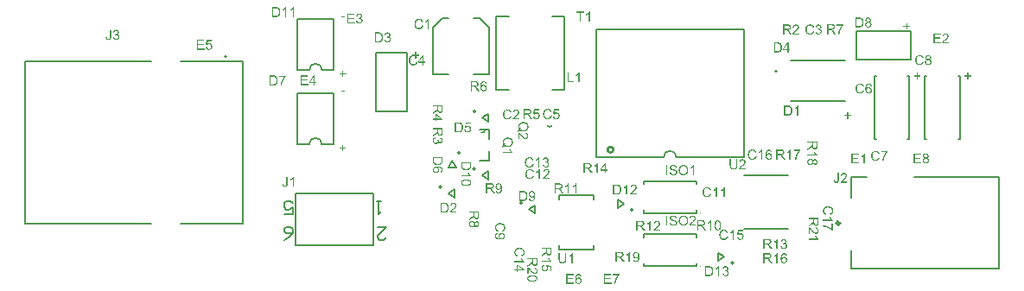
<source format=gto>
G04*
G04 #@! TF.GenerationSoftware,Altium Limited,Altium Designer,19.0.11 (319)*
G04*
G04 Layer_Color=65535*
%FSLAX44Y44*%
%MOMM*%
G71*
G01*
G75*
%ADD10C,0.2000*%
%ADD11C,0.1270*%
%ADD12C,0.1524*%
%ADD13C,0.1000*%
%ADD14C,0.3000*%
%ADD15C,0.2540*%
%ADD16C,0.2032*%
G36*
X791831Y899410D02*
X794485D01*
Y898279D01*
X791831D01*
Y898064D01*
X791916Y897966D01*
X792032Y897850D01*
X792148Y897705D01*
X792264Y897545D01*
X792380Y897386D01*
X792496Y897197D01*
X792612Y896994D01*
X792714Y896777D01*
X792801Y896545D01*
X792888Y896298D01*
X791831Y896046D01*
Y895625D01*
X790714D01*
Y897455D01*
X790611Y897545D01*
X790582Y897560D01*
X790495Y897618D01*
X790364Y897705D01*
X790176Y897792D01*
X789944Y897879D01*
X789668Y897966D01*
X789349Y898024D01*
X789001Y898039D01*
X788885D01*
X788812Y898024D01*
X788711D01*
X788609Y898010D01*
X788348Y897966D01*
X788044Y897908D01*
X787725Y897806D01*
X787420Y897676D01*
X787116Y897487D01*
X787101D01*
X787087Y897458D01*
X787000Y897386D01*
X786855Y897270D01*
X786695Y897110D01*
X786521Y896893D01*
X786347Y896646D01*
X786187Y896356D01*
X786057Y896037D01*
Y896023D01*
X786042Y895994D01*
X786028Y895950D01*
X786013Y895878D01*
X785984Y895805D01*
X785955Y895704D01*
X785912Y895471D01*
X785854Y895181D01*
X785796Y894862D01*
X785767Y894529D01*
X785752Y894166D01*
Y894152D01*
Y894108D01*
Y894050D01*
Y893963D01*
X785767Y893847D01*
Y893717D01*
X785781Y893586D01*
X785796Y893427D01*
X785839Y893093D01*
X785912Y892716D01*
X785999Y892353D01*
X786115Y891991D01*
Y891976D01*
X786129Y891947D01*
X786158Y891904D01*
X786187Y891846D01*
X786274Y891672D01*
X786391Y891469D01*
X786550Y891236D01*
X786739Y891019D01*
X786971Y890787D01*
X787232Y890598D01*
X787246D01*
X787261Y890584D01*
X787304Y890555D01*
X787362Y890526D01*
X787522Y890453D01*
X787725Y890381D01*
X787971Y890294D01*
X788261Y890221D01*
X788566Y890163D01*
X788900Y890149D01*
X789001D01*
X789074Y890163D01*
X789175D01*
X789277Y890178D01*
X789538Y890221D01*
X789813Y890308D01*
X790118Y890410D01*
X790437Y890569D01*
X790582Y890656D01*
X790727Y890772D01*
X790742Y890787D01*
X790756Y890801D01*
X790799Y890845D01*
X790843Y890888D01*
X790916Y890961D01*
X790974Y891033D01*
X791133Y891236D01*
X791307Y891498D01*
X791481Y891817D01*
X791641Y892194D01*
X791757Y892629D01*
X793047Y892295D01*
Y892281D01*
X793033Y892223D01*
X793004Y892150D01*
X792975Y892034D01*
X792917Y891904D01*
X792859Y891744D01*
X792801Y891585D01*
X792714Y891396D01*
X792511Y891004D01*
X792264Y890613D01*
X792105Y890410D01*
X791945Y890221D01*
X791771Y890033D01*
X791583Y889873D01*
X791568Y889859D01*
X791539Y889844D01*
X791481Y889801D01*
X791394Y889743D01*
X791293Y889685D01*
X791162Y889612D01*
X791031Y889540D01*
X790857Y889467D01*
X790684Y889380D01*
X790480Y889307D01*
X790277Y889235D01*
X790045Y889177D01*
X789799Y889119D01*
X789552Y889075D01*
X789277Y889061D01*
X789001Y889046D01*
X788856D01*
X788740Y889061D01*
X788609D01*
X788450Y889075D01*
X788276Y889105D01*
X788087Y889134D01*
X787681Y889206D01*
X787246Y889322D01*
X786826Y889482D01*
X786622Y889569D01*
X786434Y889685D01*
X786420Y889699D01*
X786391Y889714D01*
X786347Y889757D01*
X786274Y889801D01*
X786187Y889873D01*
X786100Y889946D01*
X785883Y890163D01*
X785636Y890424D01*
X785375Y890743D01*
X785143Y891106D01*
X784926Y891541D01*
Y891556D01*
X784911Y891599D01*
X784882Y891657D01*
X784853Y891759D01*
X784810Y891860D01*
X784766Y892005D01*
X784723Y892150D01*
X784679Y892324D01*
X784621Y892513D01*
X784577Y892716D01*
X784505Y893165D01*
X784447Y893644D01*
X784418Y894166D01*
Y894181D01*
Y894239D01*
Y894311D01*
X784433Y894427D01*
Y894558D01*
X784447Y894703D01*
X784462Y894877D01*
X784491Y895065D01*
X784563Y895486D01*
X784665Y895936D01*
X784810Y896385D01*
X784998Y896820D01*
Y896835D01*
X785027Y896864D01*
X785056Y896922D01*
X785100Y897009D01*
X785172Y897096D01*
X785245Y897212D01*
X785419Y897458D01*
X785651Y897734D01*
X785941Y898024D01*
X786274Y898300D01*
X786652Y898546D01*
X786666D01*
X786695Y898575D01*
X786753Y898604D01*
X786840Y898633D01*
X786942Y898691D01*
X787058Y898735D01*
X787203Y898793D01*
X787348Y898851D01*
X787522Y898894D01*
X787696Y898952D01*
X788031Y899036D01*
Y899410D01*
X790714D01*
Y902064D01*
X791831D01*
Y899410D01*
D02*
G37*
G36*
X799197Y892643D02*
X800517D01*
Y891541D01*
X799197D01*
Y889206D01*
X797993D01*
Y891541D01*
X793744D01*
Y892643D01*
X798225Y898967D01*
X799197D01*
Y892643D01*
D02*
G37*
G36*
X497855Y923960D02*
X498044Y923931D01*
X498276Y923888D01*
X498522Y923830D01*
X498769Y923743D01*
X499030Y923627D01*
X499044D01*
X499059Y923612D01*
X499146Y923569D01*
X499262Y923482D01*
X499422Y923380D01*
X499581Y923250D01*
X499755Y923076D01*
X499929Y922902D01*
X500074Y922684D01*
X500089Y922655D01*
X500132Y922582D01*
X500190Y922467D01*
X500263Y922307D01*
X500321Y922118D01*
X500379Y921915D01*
X500422Y921683D01*
X500437Y921437D01*
Y921408D01*
Y921335D01*
X500422Y921205D01*
X500393Y921060D01*
X500350Y920871D01*
X500292Y920683D01*
X500205Y920480D01*
X500089Y920276D01*
X500074Y920247D01*
X500031Y920189D01*
X499944Y920102D01*
X499842Y919986D01*
X499697Y919856D01*
X499523Y919725D01*
X499320Y919580D01*
X499088Y919464D01*
X499103D01*
X499132Y919450D01*
X499175Y919435D01*
X499233Y919421D01*
X499378Y919363D01*
X499581Y919290D01*
X499784Y919174D01*
X500016Y919029D01*
X500234Y918855D01*
X500422Y918638D01*
X500437Y918609D01*
X500495Y918521D01*
X500582Y918391D01*
X500669Y918203D01*
X500756Y917985D01*
X500843Y917709D01*
X500901Y917405D01*
X500915Y917071D01*
Y917057D01*
Y917013D01*
Y916955D01*
X500901Y916854D01*
X500886Y916752D01*
X500872Y916622D01*
X500843Y916477D01*
X500799Y916317D01*
X500683Y915983D01*
X500611Y915809D01*
X500524Y915621D01*
X500408Y915432D01*
X500277Y915258D01*
X500132Y915084D01*
X499973Y914910D01*
X499958Y914896D01*
X499929Y914867D01*
X499871Y914823D01*
X499813Y914780D01*
X499712Y914707D01*
X499610Y914635D01*
X499480Y914548D01*
X499335Y914475D01*
X499175Y914388D01*
X498987Y914301D01*
X498798Y914229D01*
X498595Y914171D01*
X498363Y914112D01*
X498131Y914069D01*
X497884Y914040D01*
X497623Y914025D01*
X497493D01*
X497406Y914040D01*
X497304Y914054D01*
X497174Y914069D01*
X497029Y914083D01*
X496869Y914127D01*
X496535Y914214D01*
X496173Y914345D01*
X495999Y914432D01*
X495810Y914533D01*
X495636Y914649D01*
X495477Y914780D01*
X495462Y914794D01*
X495448Y914809D01*
X495404Y914852D01*
X495346Y914925D01*
X495274Y914997D01*
X495201Y915084D01*
X495129Y915200D01*
X495042Y915316D01*
X494868Y915606D01*
X494723Y915954D01*
X494592Y916346D01*
X494548Y916549D01*
X494520Y916781D01*
X495723Y916941D01*
Y916926D01*
X495738Y916897D01*
X495752Y916839D01*
X495767Y916767D01*
X495781Y916694D01*
X495810Y916593D01*
X495883Y916375D01*
X495984Y916128D01*
X496100Y915882D01*
X496245Y915650D01*
X496419Y915461D01*
X496448Y915447D01*
X496506Y915389D01*
X496608Y915316D01*
X496753Y915244D01*
X496927Y915157D01*
X497130Y915084D01*
X497362Y915026D01*
X497623Y915012D01*
X497710D01*
X497768Y915026D01*
X497928Y915041D01*
X498131Y915084D01*
X498348Y915157D01*
X498595Y915258D01*
X498827Y915403D01*
X499059Y915592D01*
X499088Y915621D01*
X499146Y915693D01*
X499248Y915824D01*
X499349Y915983D01*
X499451Y916201D01*
X499552Y916448D01*
X499610Y916723D01*
X499639Y917028D01*
Y917042D01*
Y917071D01*
Y917115D01*
X499625Y917173D01*
X499610Y917318D01*
X499567Y917506D01*
X499509Y917724D01*
X499407Y917956D01*
X499277Y918173D01*
X499088Y918391D01*
X499059Y918420D01*
X498987Y918478D01*
X498871Y918565D01*
X498711Y918667D01*
X498522Y918754D01*
X498290Y918841D01*
X498015Y918899D01*
X497725Y918928D01*
X497594D01*
X497493Y918913D01*
X497377Y918899D01*
X497232Y918870D01*
X497072Y918841D01*
X496884Y918797D01*
X497014Y919856D01*
X497087D01*
X497145Y919841D01*
X497333D01*
X497478Y919856D01*
X497667Y919885D01*
X497884Y919943D01*
X498102Y920001D01*
X498348Y920102D01*
X498580Y920233D01*
X498595D01*
X498609Y920247D01*
X498682Y920305D01*
X498783Y920407D01*
X498899Y920537D01*
X499001Y920712D01*
X499103Y920929D01*
X499175Y921176D01*
X499204Y921321D01*
Y921466D01*
Y921480D01*
Y921495D01*
Y921582D01*
X499175Y921698D01*
X499146Y921843D01*
X499088Y922017D01*
X499016Y922205D01*
X498899Y922379D01*
X498755Y922553D01*
X498740Y922568D01*
X498667Y922626D01*
X498580Y922699D01*
X498435Y922771D01*
X498276Y922858D01*
X498073Y922916D01*
X497855Y922974D01*
X497594Y922989D01*
X497478D01*
X497348Y922960D01*
X497188Y922931D01*
X497000Y922873D01*
X496811Y922800D01*
X496623Y922684D01*
X496434Y922539D01*
X496419Y922524D01*
X496361Y922452D01*
X496274Y922350D01*
X496187Y922220D01*
X496086Y922031D01*
X495984Y921799D01*
X495897Y921538D01*
X495839Y921234D01*
X494636Y921451D01*
Y921466D01*
X494650Y921509D01*
X494664Y921567D01*
X494679Y921654D01*
X494708Y921741D01*
X494752Y921857D01*
X494839Y922133D01*
X494969Y922423D01*
X495143Y922742D01*
X495361Y923032D01*
X495622Y923308D01*
X495636Y923322D01*
X495665Y923337D01*
X495709Y923366D01*
X495767Y923409D01*
X495839Y923467D01*
X495926Y923525D01*
X496042Y923583D01*
X496158Y923641D01*
X496434Y923757D01*
X496768Y923873D01*
X497145Y923946D01*
X497348Y923975D01*
X497696D01*
X497855Y923960D01*
D02*
G37*
G36*
X492895Y917289D02*
Y917274D01*
Y917231D01*
Y917173D01*
Y917086D01*
X492881Y916984D01*
Y916868D01*
X492852Y916593D01*
X492823Y916288D01*
X492765Y915969D01*
X492692Y915664D01*
X492590Y915389D01*
X492576Y915360D01*
X492533Y915273D01*
X492460Y915157D01*
X492359Y915012D01*
X492228Y914852D01*
X492068Y914678D01*
X491880Y914519D01*
X491648Y914374D01*
X491619Y914359D01*
X491532Y914315D01*
X491401Y914258D01*
X491227Y914200D01*
X490995Y914141D01*
X490749Y914083D01*
X490458Y914040D01*
X490140Y914025D01*
X490023D01*
X489936Y914040D01*
X489820Y914054D01*
X489704Y914069D01*
X489414Y914112D01*
X489095Y914200D01*
X488776Y914330D01*
X488617Y914417D01*
X488457Y914519D01*
X488312Y914620D01*
X488181Y914751D01*
Y914765D01*
X488153Y914780D01*
X488124Y914823D01*
X488080Y914896D01*
X488022Y914968D01*
X487964Y915055D01*
X487906Y915171D01*
X487848Y915302D01*
X487790Y915447D01*
X487717Y915621D01*
X487674Y915795D01*
X487616Y915998D01*
X487572Y916201D01*
X487543Y916448D01*
X487529Y916694D01*
Y916955D01*
X488689Y917115D01*
Y917100D01*
Y917071D01*
Y917013D01*
X488704Y916926D01*
Y916839D01*
X488718Y916738D01*
X488762Y916506D01*
X488805Y916245D01*
X488878Y915983D01*
X488979Y915766D01*
X489037Y915664D01*
X489095Y915577D01*
X489110Y915563D01*
X489168Y915519D01*
X489255Y915447D01*
X489371Y915374D01*
X489516Y915302D01*
X489690Y915229D01*
X489907Y915186D01*
X490140Y915171D01*
X490227D01*
X490313Y915186D01*
X490429Y915200D01*
X490546Y915229D01*
X490691Y915258D01*
X490836Y915316D01*
X490966Y915389D01*
X490981Y915403D01*
X491024Y915432D01*
X491082Y915476D01*
X491169Y915548D01*
X491242Y915635D01*
X491329Y915737D01*
X491401Y915853D01*
X491459Y915983D01*
Y915998D01*
X491488Y916056D01*
X491503Y916158D01*
X491532Y916288D01*
X491561Y916462D01*
X491575Y916665D01*
X491604Y916926D01*
Y917216D01*
Y923946D01*
X492895D01*
Y917289D01*
D02*
G37*
G36*
X951719Y872362D02*
X950516D01*
Y879976D01*
X950501Y879961D01*
X950443Y879903D01*
X950342Y879831D01*
X950211Y879715D01*
X950051Y879599D01*
X949848Y879454D01*
X949616Y879309D01*
X949370Y879149D01*
X949355D01*
X949341Y879135D01*
X949254Y879077D01*
X949123Y879004D01*
X948949Y878917D01*
X948761Y878816D01*
X948558Y878728D01*
X948340Y878627D01*
X948123Y878540D01*
Y879700D01*
X948137D01*
X948166Y879715D01*
X948224Y879744D01*
X948297Y879787D01*
X948384Y879831D01*
X948485Y879889D01*
X948717Y880019D01*
X948993Y880179D01*
X949283Y880367D01*
X949573Y880585D01*
X949863Y880832D01*
X949877Y880846D01*
X949892Y880861D01*
X949994Y880947D01*
X950124Y881078D01*
X950284Y881252D01*
X950458Y881455D01*
X950632Y881673D01*
X950806Y881905D01*
X950936Y882151D01*
X951719D01*
Y872362D01*
D02*
G37*
G36*
X941349Y873507D02*
X946150D01*
Y872362D01*
X940059D01*
Y882122D01*
X941349D01*
Y873507D01*
D02*
G37*
G36*
X794844Y934701D02*
X794975Y934687D01*
X795120Y934672D01*
X795279Y934658D01*
X795468Y934629D01*
X795845Y934527D01*
X796265Y934397D01*
X796469Y934310D01*
X796672Y934208D01*
X796875Y934092D01*
X797063Y933962D01*
X797078Y933947D01*
X797107Y933933D01*
X797165Y933889D01*
X797223Y933831D01*
X797310Y933744D01*
X797397Y933657D01*
X797498Y933541D01*
X797614Y933425D01*
X797730Y933280D01*
X797846Y933121D01*
X797962Y932961D01*
X798078Y932773D01*
X798194Y932569D01*
X798296Y932352D01*
X798383Y932120D01*
X798470Y931873D01*
X797194Y931569D01*
Y931583D01*
X797179Y931612D01*
X797165Y931670D01*
X797136Y931743D01*
X797092Y931830D01*
X797049Y931931D01*
X796933Y932163D01*
X796802Y932410D01*
X796628Y932671D01*
X796425Y932917D01*
X796193Y933121D01*
X796164Y933135D01*
X796077Y933193D01*
X795946Y933280D01*
X795758Y933367D01*
X795526Y933454D01*
X795250Y933541D01*
X794931Y933599D01*
X794583Y933614D01*
X794467D01*
X794395Y933599D01*
X794293D01*
X794192Y933585D01*
X793930Y933541D01*
X793626Y933483D01*
X793307Y933382D01*
X793002Y933251D01*
X792698Y933063D01*
X792683D01*
X792669Y933034D01*
X792582Y932961D01*
X792437Y932845D01*
X792277Y932685D01*
X792103Y932468D01*
X791929Y932221D01*
X791769Y931931D01*
X791639Y931612D01*
Y931598D01*
X791624Y931569D01*
X791610Y931525D01*
X791595Y931453D01*
X791566Y931380D01*
X791537Y931279D01*
X791494Y931047D01*
X791436Y930757D01*
X791378Y930437D01*
X791349Y930104D01*
X791334Y929741D01*
Y929727D01*
Y929683D01*
Y929625D01*
Y929538D01*
X791349Y929422D01*
Y929292D01*
X791363Y929161D01*
X791378Y929002D01*
X791421Y928668D01*
X791494Y928291D01*
X791581Y927928D01*
X791697Y927566D01*
Y927551D01*
X791711Y927522D01*
X791740Y927479D01*
X791769Y927421D01*
X791856Y927247D01*
X791973Y927044D01*
X792132Y926812D01*
X792320Y926594D01*
X792553Y926362D01*
X792814Y926173D01*
X792828D01*
X792843Y926159D01*
X792886Y926130D01*
X792944Y926101D01*
X793104Y926028D01*
X793307Y925956D01*
X793553Y925869D01*
X793843Y925796D01*
X794148Y925738D01*
X794482Y925724D01*
X794583D01*
X794656Y925738D01*
X794757D01*
X794859Y925753D01*
X795120Y925796D01*
X795395Y925883D01*
X795700Y925985D01*
X796019Y926144D01*
X796164Y926231D01*
X796309Y926348D01*
X796323Y926362D01*
X796338Y926376D01*
X796382Y926420D01*
X796425Y926463D01*
X796497Y926536D01*
X796555Y926609D01*
X796715Y926812D01*
X796889Y927073D01*
X797063Y927392D01*
X797223Y927769D01*
X797339Y928204D01*
X798630Y927870D01*
Y927856D01*
X798615Y927798D01*
X798586Y927725D01*
X798557Y927609D01*
X798499Y927479D01*
X798441Y927319D01*
X798383Y927160D01*
X798296Y926971D01*
X798093Y926580D01*
X797846Y926188D01*
X797687Y925985D01*
X797527Y925796D01*
X797353Y925608D01*
X797165Y925448D01*
X797150Y925434D01*
X797121Y925419D01*
X797063Y925376D01*
X796976Y925318D01*
X796875Y925260D01*
X796744Y925187D01*
X796613Y925115D01*
X796440Y925042D01*
X796265Y924955D01*
X796062Y924883D01*
X795859Y924810D01*
X795627Y924752D01*
X795381Y924694D01*
X795134Y924651D01*
X794859Y924636D01*
X794583Y924622D01*
X794438D01*
X794322Y924636D01*
X794192D01*
X794032Y924651D01*
X793858Y924680D01*
X793669Y924709D01*
X793263Y924781D01*
X792828Y924897D01*
X792408Y925057D01*
X792205Y925144D01*
X792016Y925260D01*
X792001Y925274D01*
X791973Y925289D01*
X791929Y925332D01*
X791856Y925376D01*
X791769Y925448D01*
X791682Y925521D01*
X791465Y925738D01*
X791218Y925999D01*
X790957Y926319D01*
X790725Y926681D01*
X790508Y927116D01*
Y927131D01*
X790493Y927174D01*
X790464Y927232D01*
X790435Y927334D01*
X790392Y927435D01*
X790348Y927580D01*
X790305Y927725D01*
X790261Y927899D01*
X790203Y928088D01*
X790160Y928291D01*
X790087Y928740D01*
X790029Y929219D01*
X790000Y929741D01*
Y929756D01*
Y929814D01*
Y929886D01*
X790014Y930002D01*
Y930133D01*
X790029Y930278D01*
X790043Y930452D01*
X790072Y930640D01*
X790145Y931061D01*
X790247Y931511D01*
X790392Y931960D01*
X790580Y932395D01*
Y932410D01*
X790609Y932439D01*
X790638Y932497D01*
X790682Y932584D01*
X790754Y932671D01*
X790827Y932787D01*
X791001Y933034D01*
X791233Y933309D01*
X791523Y933599D01*
X791856Y933875D01*
X792234Y934121D01*
X792248D01*
X792277Y934150D01*
X792335Y934179D01*
X792422Y934208D01*
X792524Y934266D01*
X792640Y934310D01*
X792785Y934368D01*
X792930Y934426D01*
X793104Y934469D01*
X793278Y934527D01*
X793684Y934629D01*
X794119Y934687D01*
X794598Y934716D01*
X794743D01*
X794844Y934701D01*
D02*
G37*
G36*
X804242Y924781D02*
X803039D01*
Y932395D01*
X803024Y932381D01*
X802966Y932323D01*
X802865Y932250D01*
X802734Y932134D01*
X802574Y932018D01*
X802371Y931873D01*
X802139Y931728D01*
X801893Y931569D01*
X801878D01*
X801864Y931554D01*
X801777Y931496D01*
X801646Y931424D01*
X801472Y931337D01*
X801284Y931235D01*
X801081Y931148D01*
X800863Y931047D01*
X800646Y930960D01*
Y932120D01*
X800660D01*
X800689Y932134D01*
X800747Y932163D01*
X800819Y932207D01*
X800907Y932250D01*
X801008Y932308D01*
X801240Y932439D01*
X801516Y932598D01*
X801806Y932787D01*
X802096Y933005D01*
X802386Y933251D01*
X802400Y933266D01*
X802415Y933280D01*
X802516Y933367D01*
X802647Y933498D01*
X802806Y933672D01*
X802980Y933875D01*
X803155Y934092D01*
X803329Y934324D01*
X803459Y934571D01*
X804242D01*
Y924781D01*
D02*
G37*
G36*
X817801Y845510D02*
X817786Y845409D01*
Y845278D01*
X817772Y844988D01*
X817728Y844669D01*
X817685Y844350D01*
X817612Y844031D01*
X817569Y843886D01*
X817525Y843755D01*
Y843741D01*
X817511Y843727D01*
X817482Y843640D01*
X817409Y843523D01*
X817308Y843364D01*
X817177Y843190D01*
X817018Y843001D01*
X816829Y842827D01*
X816597Y842668D01*
X816568Y842653D01*
X816481Y842595D01*
X816350Y842537D01*
X816162Y842450D01*
X815944Y842378D01*
X815698Y842305D01*
X815422Y842262D01*
X815132Y842247D01*
X815118D01*
X815089D01*
X815031D01*
X814958Y842262D01*
X814871D01*
X814770Y842276D01*
X814523Y842334D01*
X814247Y842407D01*
X813957Y842537D01*
X813653Y842697D01*
X813508Y842813D01*
X813377Y842929D01*
X813363Y842943D01*
X813348Y842958D01*
X813305Y843001D01*
X813261Y843059D01*
X813203Y843132D01*
X813145Y843219D01*
X813073Y843320D01*
X813000Y843437D01*
X812928Y843581D01*
X812841Y843727D01*
X812768Y843901D01*
X812696Y844089D01*
X812638Y844292D01*
X812565Y844510D01*
X812522Y844742D01*
X812478Y845003D01*
X812464Y844974D01*
X812434Y844916D01*
X812391Y844829D01*
X812318Y844713D01*
X812173Y844452D01*
X812072Y844336D01*
X811985Y844220D01*
X811956Y844191D01*
X811898Y844118D01*
X811782Y844017D01*
X811622Y843872D01*
X811434Y843712D01*
X811216Y843538D01*
X810970Y843349D01*
X810694Y843161D01*
X808040Y841464D01*
Y843074D01*
X810056Y844365D01*
X810070D01*
X810099Y844394D01*
X810143Y844423D01*
X810201Y844466D01*
X810360Y844568D01*
X810564Y844698D01*
X810781Y844843D01*
X810999Y845003D01*
X811216Y845162D01*
X811405Y845307D01*
X811419Y845322D01*
X811477Y845365D01*
X811564Y845438D01*
X811666Y845525D01*
X811883Y845728D01*
X811970Y845844D01*
X812057Y845960D01*
X812072Y845975D01*
X812086Y846004D01*
X812115Y846062D01*
X812159Y846149D01*
X812246Y846337D01*
X812318Y846555D01*
Y846569D01*
X812333Y846598D01*
Y846656D01*
X812347Y846729D01*
X812362Y846830D01*
Y846946D01*
X812376Y847091D01*
Y848759D01*
X808040D01*
Y850050D01*
X817801D01*
Y845510D01*
D02*
G37*
G36*
Y836634D02*
Y835663D01*
X811477D01*
Y834343D01*
X810375D01*
Y835663D01*
X808040D01*
Y836866D01*
X810375D01*
Y841116D01*
X811477D01*
X817801Y836634D01*
D02*
G37*
G36*
Y795508D02*
X817786Y795247D01*
X817772Y794971D01*
X817743Y794681D01*
X817699Y794406D01*
X817656Y794159D01*
Y794145D01*
X817641Y794116D01*
Y794072D01*
X817612Y794014D01*
X817569Y793855D01*
X817496Y793666D01*
X817409Y793434D01*
X817279Y793202D01*
X817134Y792955D01*
X816960Y792723D01*
Y792709D01*
X816931Y792694D01*
X816887Y792651D01*
X816844Y792593D01*
X816699Y792462D01*
X816510Y792288D01*
X816263Y792100D01*
X815988Y791911D01*
X815654Y791737D01*
X815292Y791578D01*
X815277D01*
X815248Y791563D01*
X815190Y791534D01*
X815118Y791520D01*
X815016Y791491D01*
X814900Y791447D01*
X814770Y791418D01*
X814624Y791375D01*
X814451Y791346D01*
X814277Y791317D01*
X813885Y791244D01*
X813450Y791201D01*
X812971Y791186D01*
X812957D01*
X812928D01*
X812870D01*
X812783D01*
X812681Y791201D01*
X812580D01*
X812304Y791215D01*
X811999Y791244D01*
X811666Y791302D01*
X811332Y791360D01*
X810999Y791447D01*
X810984D01*
X810955Y791462D01*
X810912Y791476D01*
X810854Y791491D01*
X810694Y791549D01*
X810506Y791621D01*
X810274Y791723D01*
X810042Y791839D01*
X809795Y791969D01*
X809577Y792114D01*
X809548Y792129D01*
X809490Y792187D01*
X809374Y792274D01*
X809258Y792375D01*
X809113Y792506D01*
X808954Y792665D01*
X808809Y792840D01*
X808678Y793014D01*
X808664Y793028D01*
X808620Y793101D01*
X808562Y793202D01*
X808504Y793333D01*
X808417Y793507D01*
X808345Y793710D01*
X808272Y793927D01*
X808199Y794174D01*
Y794203D01*
X808185Y794246D01*
X808170Y794290D01*
X808156Y794435D01*
X808127Y794623D01*
X808098Y794855D01*
X808069Y795117D01*
X808055Y795421D01*
X808040Y795740D01*
Y799250D01*
X817801D01*
Y795508D01*
D02*
G37*
G36*
X812870Y789939D02*
X813058D01*
X813290Y789924D01*
X813551Y789895D01*
X813856Y789866D01*
X814175Y789823D01*
X814509Y789765D01*
X814842Y789692D01*
X815190Y789620D01*
X815524Y789518D01*
X815857Y789388D01*
X816162Y789257D01*
X816452Y789098D01*
X816713Y788909D01*
X816728Y788895D01*
X816757Y788866D01*
X816814Y788808D01*
X816887Y788735D01*
X816974Y788648D01*
X817061Y788532D01*
X817163Y788401D01*
X817279Y788256D01*
X817380Y788097D01*
X817482Y787908D01*
X817569Y787705D01*
X817656Y787488D01*
X817728Y787241D01*
X817786Y786995D01*
X817815Y786734D01*
X817830Y786443D01*
Y786328D01*
X817815Y786255D01*
Y786153D01*
X817801Y786037D01*
X817743Y785776D01*
X817670Y785472D01*
X817554Y785153D01*
X817395Y784848D01*
X817293Y784703D01*
X817177Y784558D01*
Y784544D01*
X817148Y784529D01*
X817105Y784486D01*
X817061Y784442D01*
X816916Y784312D01*
X816713Y784166D01*
X816452Y784007D01*
X816147Y783862D01*
X815799Y783746D01*
X815393Y783659D01*
X815306Y784848D01*
X815321D01*
X815335Y784863D01*
X815422Y784877D01*
X815538Y784921D01*
X815698Y784964D01*
X815857Y785037D01*
X816031Y785124D01*
X816191Y785211D01*
X816321Y785312D01*
X816350Y785341D01*
X816408Y785399D01*
X816481Y785501D01*
X816582Y785646D01*
X816684Y785820D01*
X816757Y786023D01*
X816814Y786255D01*
X816844Y786516D01*
Y786618D01*
X816829Y786719D01*
X816800Y786864D01*
X816771Y787024D01*
X816713Y787183D01*
X816626Y787357D01*
X816525Y787531D01*
X816510Y787560D01*
X816452Y787618D01*
X816350Y787734D01*
X816220Y787850D01*
X816046Y787995D01*
X815828Y788155D01*
X815582Y788300D01*
X815306Y788430D01*
X815292D01*
X815277Y788445D01*
X815219Y788459D01*
X815161Y788488D01*
X815074Y788503D01*
X814987Y788532D01*
X814871Y788561D01*
X814726Y788590D01*
X814581Y788633D01*
X814407Y788662D01*
X814233Y788691D01*
X814030Y788706D01*
X813812Y788735D01*
X813580Y788750D01*
X813319Y788764D01*
X813073D01*
X813087Y788750D01*
X813160Y788691D01*
X813276Y788605D01*
X813421Y788474D01*
X813580Y788329D01*
X813740Y788140D01*
X813899Y787937D01*
X814030Y787720D01*
Y787705D01*
X814044Y787691D01*
X814088Y787604D01*
X814131Y787488D01*
X814204Y787314D01*
X814262Y787111D01*
X814305Y786893D01*
X814349Y786647D01*
X814363Y786400D01*
Y786284D01*
X814349Y786197D01*
X814334Y786095D01*
X814320Y785979D01*
X814247Y785689D01*
X814146Y785370D01*
X814073Y785196D01*
X813986Y785022D01*
X813885Y784863D01*
X813769Y784689D01*
X813638Y784515D01*
X813479Y784355D01*
X813464Y784341D01*
X813435Y784312D01*
X813392Y784283D01*
X813319Y784224D01*
X813232Y784152D01*
X813131Y784080D01*
X813000Y784007D01*
X812870Y783920D01*
X812710Y783847D01*
X812536Y783775D01*
X812347Y783702D01*
X812144Y783630D01*
X811927Y783572D01*
X811695Y783543D01*
X811463Y783514D01*
X811202Y783499D01*
X811187D01*
X811158D01*
X811115D01*
X811042D01*
X810970Y783514D01*
X810868D01*
X810651Y783543D01*
X810389Y783601D01*
X810099Y783673D01*
X809795Y783775D01*
X809490Y783905D01*
X809476D01*
X809461Y783920D01*
X809418Y783949D01*
X809360Y783978D01*
X809215Y784065D01*
X809041Y784181D01*
X808852Y784341D01*
X808649Y784529D01*
X808461Y784747D01*
X808287Y784993D01*
Y785008D01*
X808272Y785022D01*
X808243Y785066D01*
X808229Y785109D01*
X808156Y785254D01*
X808083Y785443D01*
X808011Y785675D01*
X807939Y785950D01*
X807895Y786240D01*
X807880Y786560D01*
Y786632D01*
X807895Y786705D01*
Y786806D01*
X807909Y786937D01*
X807939Y787082D01*
X807968Y787256D01*
X808011Y787430D01*
X808069Y787618D01*
X808141Y787821D01*
X808229Y788024D01*
X808345Y788227D01*
X808461Y788430D01*
X808606Y788633D01*
X808780Y788822D01*
X808968Y789011D01*
X808983Y789025D01*
X809026Y789054D01*
X809084Y789098D01*
X809186Y789156D01*
X809302Y789228D01*
X809447Y789315D01*
X809635Y789388D01*
X809838Y789475D01*
X810070Y789576D01*
X810331Y789649D01*
X810636Y789736D01*
X810970Y789808D01*
X811318Y789866D01*
X811709Y789910D01*
X812144Y789939D01*
X812594Y789953D01*
X812609D01*
X812623D01*
X812667D01*
X812725D01*
X812870Y789939D01*
D02*
G37*
G36*
X896980Y833525D02*
X897110D01*
X897255Y833511D01*
X897415Y833496D01*
X897603Y833467D01*
X898009Y833395D01*
X898459Y833294D01*
X898909Y833148D01*
X899358Y832960D01*
X899373D01*
X899416Y832931D01*
X899474Y832902D01*
X899561Y832858D01*
X899648Y832786D01*
X899764Y832713D01*
X900025Y832539D01*
X900330Y832293D01*
X900620Y832017D01*
X900910Y831669D01*
X901171Y831292D01*
X901186Y831277D01*
X901200Y831248D01*
X901229Y831176D01*
X901273Y831103D01*
X901316Y831002D01*
X901374Y830871D01*
X901432Y830741D01*
X901490Y830581D01*
X901548Y830407D01*
X901592Y830219D01*
X901693Y829813D01*
X901766Y829363D01*
X901795Y829117D01*
Y828739D01*
X901780Y828638D01*
Y828522D01*
X901766Y828391D01*
X901737Y828232D01*
X901708Y828058D01*
X901635Y827681D01*
X901519Y827274D01*
X901360Y826854D01*
X901258Y826636D01*
X901142Y826433D01*
Y826419D01*
X901113Y826390D01*
X901070Y826332D01*
X901026Y826259D01*
X900954Y826158D01*
X900881Y826056D01*
X900678Y825824D01*
X900417Y825549D01*
X900112Y825273D01*
X899750Y825012D01*
X899344Y824780D01*
X899329D01*
X899286Y824751D01*
X899228Y824722D01*
X899141Y824693D01*
X899039Y824649D01*
X898909Y824591D01*
X898764Y824548D01*
X898590Y824490D01*
X898401Y824432D01*
X898213Y824388D01*
X897995Y824330D01*
X897763Y824287D01*
X897270Y824229D01*
X896748Y824200D01*
X896733D01*
X896690D01*
X896632D01*
X896545D01*
X896443Y824214D01*
X896312D01*
X896182Y824229D01*
X896022Y824243D01*
X895689Y824287D01*
X895326Y824359D01*
X894949Y824446D01*
X894572Y824577D01*
X894558D01*
X894529Y824591D01*
X894485Y824620D01*
X894413Y824649D01*
X894326Y824678D01*
X894239Y824736D01*
X894007Y824853D01*
X893745Y825012D01*
X893470Y825201D01*
X893180Y825418D01*
X892904Y825679D01*
Y825665D01*
X892875Y825636D01*
X892846Y825592D01*
X892803Y825520D01*
X892745Y825447D01*
X892687Y825360D01*
X892556Y825128D01*
X892411Y824882D01*
X892266Y824591D01*
X892121Y824301D01*
X892005Y824011D01*
X891120Y824403D01*
Y824417D01*
X891135Y824446D01*
X891164Y824504D01*
X891193Y824577D01*
X891236Y824678D01*
X891280Y824794D01*
X891338Y824911D01*
X891410Y825055D01*
X891570Y825375D01*
X891773Y825737D01*
X892020Y826114D01*
X892295Y826506D01*
Y826520D01*
X892266Y826549D01*
X892237Y826607D01*
X892208Y826694D01*
X892165Y826796D01*
X892106Y826912D01*
X892048Y827057D01*
X892005Y827202D01*
X891947Y827376D01*
X891889Y827565D01*
X891787Y827971D01*
X891730Y828420D01*
X891701Y828899D01*
Y829029D01*
X891715Y829117D01*
Y829232D01*
X891730Y829378D01*
X891758Y829523D01*
X891787Y829697D01*
X891860Y830059D01*
X891976Y830465D01*
X892136Y830886D01*
X892223Y831103D01*
X892339Y831307D01*
X892353Y831321D01*
X892368Y831350D01*
X892411Y831408D01*
X892455Y831480D01*
X892527Y831568D01*
X892600Y831669D01*
X892803Y831916D01*
X893049Y832177D01*
X893354Y832452D01*
X893716Y832728D01*
X894122Y832960D01*
X894137D01*
X894181Y832989D01*
X894239Y833018D01*
X894326Y833047D01*
X894442Y833090D01*
X894572Y833148D01*
X894717Y833192D01*
X894891Y833250D01*
X895065Y833308D01*
X895268Y833352D01*
X895718Y833453D01*
X896211Y833511D01*
X896733Y833540D01*
X896748D01*
X896791D01*
X896878D01*
X896980Y833525D01*
D02*
G37*
G36*
X892121Y823098D02*
X892252Y823083D01*
X892382Y823069D01*
X892542Y823025D01*
X892687Y822981D01*
X892701D01*
X892716Y822967D01*
X892803Y822938D01*
X892933Y822880D01*
X893093Y822793D01*
X893296Y822677D01*
X893513Y822546D01*
X893745Y822387D01*
X893978Y822198D01*
X893992D01*
X894007Y822169D01*
X894093Y822097D01*
X894224Y821966D01*
X894398Y821792D01*
X894616Y821575D01*
X894877Y821299D01*
X895152Y820980D01*
X895457Y820618D01*
X895471Y820603D01*
X895515Y820545D01*
X895587Y820472D01*
X895674Y820356D01*
X895776Y820226D01*
X895906Y820081D01*
X896211Y819762D01*
X896530Y819399D01*
X896878Y819051D01*
X897052Y818877D01*
X897212Y818732D01*
X897371Y818587D01*
X897516Y818471D01*
X897531D01*
X897545Y818442D01*
X897589Y818413D01*
X897647Y818384D01*
X897792Y818297D01*
X897980Y818181D01*
X898213Y818079D01*
X898459Y817992D01*
X898706Y817934D01*
X898967Y817905D01*
X898981D01*
X898996D01*
X899083Y817920D01*
X899213Y817934D01*
X899387Y817963D01*
X899576Y818036D01*
X899779Y818123D01*
X899982Y818253D01*
X900170Y818428D01*
X900185Y818456D01*
X900243Y818514D01*
X900330Y818631D01*
X900417Y818776D01*
X900504Y818979D01*
X900591Y819196D01*
X900649Y819457D01*
X900664Y819747D01*
Y819834D01*
X900649Y819892D01*
X900635Y820052D01*
X900591Y820240D01*
X900533Y820472D01*
X900432Y820704D01*
X900301Y820937D01*
X900127Y821140D01*
X900098Y821154D01*
X900025Y821212D01*
X899909Y821299D01*
X899750Y821386D01*
X899547Y821488D01*
X899300Y821560D01*
X899010Y821618D01*
X898691Y821647D01*
X898822Y822880D01*
X898836D01*
X898880D01*
X898952Y822866D01*
X899054Y822851D01*
X899170Y822822D01*
X899300Y822793D01*
X899605Y822720D01*
X899938Y822605D01*
X900286Y822430D01*
X900461Y822329D01*
X900620Y822213D01*
X900780Y822082D01*
X900925Y821937D01*
X900939Y821923D01*
X900954Y821894D01*
X900997Y821850D01*
X901041Y821792D01*
X901099Y821705D01*
X901157Y821604D01*
X901215Y821488D01*
X901287Y821343D01*
X901360Y821198D01*
X901418Y821038D01*
X901476Y820850D01*
X901534Y820647D01*
X901577Y820443D01*
X901621Y820211D01*
X901635Y819979D01*
X901650Y819718D01*
Y819588D01*
X901635Y819486D01*
X901621Y819370D01*
X901606Y819225D01*
X901592Y819080D01*
X901548Y818906D01*
X901461Y818558D01*
X901316Y818181D01*
X901229Y818007D01*
X901128Y817833D01*
X901012Y817659D01*
X900867Y817499D01*
X900852Y817485D01*
X900838Y817470D01*
X900794Y817427D01*
X900722Y817369D01*
X900649Y817311D01*
X900562Y817238D01*
X900446Y817166D01*
X900330Y817079D01*
X900054Y816934D01*
X899721Y816803D01*
X899547Y816745D01*
X899344Y816702D01*
X899155Y816687D01*
X898938Y816673D01*
X898909D01*
X898836D01*
X898720Y816687D01*
X898575Y816702D01*
X898387Y816731D01*
X898198Y816774D01*
X897995Y816832D01*
X897777Y816919D01*
X897748Y816934D01*
X897676Y816963D01*
X897574Y817021D01*
X897429Y817108D01*
X897241Y817224D01*
X897038Y817354D01*
X896820Y817528D01*
X896588Y817717D01*
X896559Y817746D01*
X896472Y817818D01*
X896414Y817876D01*
X896327Y817963D01*
X896240Y818050D01*
X896139Y818152D01*
X896022Y818268D01*
X895892Y818413D01*
X895761Y818558D01*
X895602Y818732D01*
X895442Y818906D01*
X895268Y819109D01*
X895080Y819327D01*
X894877Y819559D01*
X894862Y819573D01*
X894833Y819602D01*
X894790Y819660D01*
X894732Y819733D01*
X894572Y819907D01*
X894384Y820139D01*
X894181Y820371D01*
X893978Y820589D01*
X893789Y820791D01*
X893716Y820864D01*
X893644Y820937D01*
X893629Y820951D01*
X893586Y820980D01*
X893528Y821038D01*
X893441Y821111D01*
X893354Y821198D01*
X893238Y821285D01*
X893006Y821444D01*
Y816658D01*
X891860D01*
Y823112D01*
X891874D01*
X891933D01*
X892020D01*
X892121Y823098D01*
D02*
G37*
G36*
X881464Y846000D02*
X881595Y845986D01*
X881740Y845971D01*
X881899Y845957D01*
X882088Y845928D01*
X882465Y845826D01*
X882886Y845696D01*
X883089Y845609D01*
X883292Y845507D01*
X883495Y845391D01*
X883683Y845261D01*
X883698Y845246D01*
X883727Y845232D01*
X883785Y845188D01*
X883843Y845130D01*
X883930Y845043D01*
X884017Y844956D01*
X884118Y844840D01*
X884234Y844724D01*
X884350Y844579D01*
X884466Y844419D01*
X884582Y844260D01*
X884698Y844071D01*
X884814Y843868D01*
X884916Y843651D01*
X885003Y843419D01*
X885090Y843172D01*
X883814Y842868D01*
Y842882D01*
X883799Y842911D01*
X883785Y842969D01*
X883756Y843042D01*
X883712Y843129D01*
X883669Y843230D01*
X883553Y843462D01*
X883422Y843709D01*
X883248Y843970D01*
X883045Y844216D01*
X882813Y844419D01*
X882784Y844434D01*
X882697Y844492D01*
X882566Y844579D01*
X882378Y844666D01*
X882146Y844753D01*
X881870Y844840D01*
X881551Y844898D01*
X881203Y844913D01*
X881087D01*
X881014Y844898D01*
X880913D01*
X880811Y844884D01*
X880550Y844840D01*
X880246Y844782D01*
X879927Y844680D01*
X879622Y844550D01*
X879318Y844361D01*
X879303D01*
X879289Y844332D01*
X879202Y844260D01*
X879057Y844144D01*
X878897Y843984D01*
X878723Y843767D01*
X878549Y843520D01*
X878389Y843230D01*
X878259Y842911D01*
Y842897D01*
X878244Y842868D01*
X878230Y842824D01*
X878215Y842752D01*
X878186Y842679D01*
X878157Y842578D01*
X878114Y842346D01*
X878056Y842055D01*
X877998Y841736D01*
X877969Y841403D01*
X877954Y841040D01*
Y841026D01*
Y840982D01*
Y840924D01*
Y840837D01*
X877969Y840721D01*
Y840591D01*
X877983Y840460D01*
X877998Y840301D01*
X878041Y839967D01*
X878114Y839590D01*
X878201Y839227D01*
X878317Y838865D01*
Y838850D01*
X878331Y838821D01*
X878360Y838778D01*
X878389Y838720D01*
X878476Y838546D01*
X878593Y838343D01*
X878752Y838111D01*
X878941Y837893D01*
X879173Y837661D01*
X879434Y837472D01*
X879448D01*
X879463Y837458D01*
X879506Y837429D01*
X879564Y837400D01*
X879724Y837327D01*
X879927Y837255D01*
X880173Y837168D01*
X880463Y837095D01*
X880768Y837037D01*
X881102Y837023D01*
X881203D01*
X881276Y837037D01*
X881377D01*
X881479Y837052D01*
X881740Y837095D01*
X882015Y837182D01*
X882320Y837284D01*
X882639Y837443D01*
X882784Y837530D01*
X882929Y837646D01*
X882943Y837661D01*
X882958Y837675D01*
X883001Y837719D01*
X883045Y837762D01*
X883118Y837835D01*
X883176Y837907D01*
X883335Y838111D01*
X883509Y838372D01*
X883683Y838691D01*
X883843Y839068D01*
X883959Y839503D01*
X885249Y839169D01*
Y839155D01*
X885235Y839097D01*
X885206Y839024D01*
X885177Y838908D01*
X885119Y838778D01*
X885061Y838618D01*
X885003Y838459D01*
X884916Y838270D01*
X884713Y837878D01*
X884466Y837487D01*
X884307Y837284D01*
X884147Y837095D01*
X883973Y836907D01*
X883785Y836747D01*
X883770Y836733D01*
X883741Y836718D01*
X883683Y836675D01*
X883596Y836617D01*
X883495Y836559D01*
X883364Y836486D01*
X883233Y836414D01*
X883059Y836341D01*
X882886Y836254D01*
X882682Y836181D01*
X882479Y836109D01*
X882247Y836051D01*
X882001Y835993D01*
X881754Y835949D01*
X881479Y835935D01*
X881203Y835920D01*
X881058D01*
X880942Y835935D01*
X880811D01*
X880652Y835949D01*
X880478Y835978D01*
X880289Y836008D01*
X879883Y836080D01*
X879448Y836196D01*
X879028Y836356D01*
X878824Y836443D01*
X878636Y836559D01*
X878622Y836573D01*
X878593Y836588D01*
X878549Y836631D01*
X878476Y836675D01*
X878389Y836747D01*
X878302Y836820D01*
X878085Y837037D01*
X877838Y837298D01*
X877577Y837617D01*
X877345Y837980D01*
X877128Y838415D01*
Y838430D01*
X877113Y838473D01*
X877084Y838531D01*
X877055Y838633D01*
X877012Y838734D01*
X876968Y838879D01*
X876925Y839024D01*
X876881Y839198D01*
X876823Y839387D01*
X876779Y839590D01*
X876707Y840039D01*
X876649Y840518D01*
X876620Y841040D01*
Y841055D01*
Y841113D01*
Y841185D01*
X876635Y841301D01*
Y841432D01*
X876649Y841577D01*
X876664Y841751D01*
X876693Y841939D01*
X876765Y842360D01*
X876867Y842810D01*
X877012Y843259D01*
X877200Y843694D01*
Y843709D01*
X877229Y843738D01*
X877258Y843796D01*
X877302Y843883D01*
X877374Y843970D01*
X877447Y844086D01*
X877621Y844332D01*
X877853Y844608D01*
X878143Y844898D01*
X878476Y845174D01*
X878854Y845420D01*
X878868D01*
X878897Y845449D01*
X878955Y845478D01*
X879042Y845507D01*
X879144Y845565D01*
X879260Y845609D01*
X879405Y845667D01*
X879550Y845725D01*
X879724Y845768D01*
X879898Y845826D01*
X880304Y845928D01*
X880739Y845986D01*
X881218Y846015D01*
X881363D01*
X881464Y846000D01*
D02*
G37*
G36*
X889818Y845855D02*
X889934Y845841D01*
X890079Y845826D01*
X890224Y845812D01*
X890398Y845768D01*
X890746Y845681D01*
X891123Y845536D01*
X891297Y845449D01*
X891471Y845348D01*
X891646Y845232D01*
X891805Y845087D01*
X891820Y845072D01*
X891834Y845058D01*
X891878Y845014D01*
X891936Y844942D01*
X891994Y844869D01*
X892066Y844782D01*
X892139Y844666D01*
X892226Y844550D01*
X892371Y844274D01*
X892501Y843941D01*
X892559Y843767D01*
X892603Y843564D01*
X892617Y843375D01*
X892632Y843158D01*
Y843129D01*
Y843056D01*
X892617Y842940D01*
X892603Y842795D01*
X892574Y842607D01*
X892530Y842418D01*
X892472Y842215D01*
X892385Y841997D01*
X892371Y841968D01*
X892342Y841896D01*
X892284Y841794D01*
X892197Y841649D01*
X892081Y841461D01*
X891950Y841258D01*
X891776Y841040D01*
X891588Y840808D01*
X891559Y840779D01*
X891486Y840692D01*
X891428Y840634D01*
X891341Y840547D01*
X891254Y840460D01*
X891152Y840359D01*
X891036Y840242D01*
X890891Y840112D01*
X890746Y839981D01*
X890572Y839822D01*
X890398Y839662D01*
X890195Y839488D01*
X889978Y839300D01*
X889746Y839097D01*
X889731Y839082D01*
X889702Y839053D01*
X889644Y839010D01*
X889572Y838952D01*
X889398Y838792D01*
X889165Y838604D01*
X888933Y838401D01*
X888716Y838197D01*
X888513Y838009D01*
X888440Y837936D01*
X888368Y837864D01*
X888353Y837849D01*
X888324Y837806D01*
X888266Y837748D01*
X888194Y837661D01*
X888107Y837574D01*
X888020Y837458D01*
X887860Y837226D01*
X892646D01*
Y836080D01*
X886192D01*
Y836095D01*
Y836152D01*
Y836240D01*
X886207Y836341D01*
X886221Y836472D01*
X886236Y836602D01*
X886279Y836762D01*
X886323Y836907D01*
Y836921D01*
X886337Y836936D01*
X886366Y837023D01*
X886424Y837153D01*
X886511Y837313D01*
X886627Y837516D01*
X886758Y837733D01*
X886917Y837965D01*
X887106Y838197D01*
Y838212D01*
X887135Y838226D01*
X887207Y838314D01*
X887338Y838444D01*
X887512Y838618D01*
X887730Y838836D01*
X888005Y839097D01*
X888324Y839372D01*
X888687Y839677D01*
X888701Y839691D01*
X888759Y839735D01*
X888832Y839807D01*
X888948Y839894D01*
X889078Y839996D01*
X889223Y840126D01*
X889542Y840431D01*
X889905Y840750D01*
X890253Y841098D01*
X890427Y841272D01*
X890572Y841432D01*
X890717Y841591D01*
X890833Y841736D01*
Y841751D01*
X890862Y841765D01*
X890891Y841809D01*
X890920Y841867D01*
X891007Y842012D01*
X891123Y842200D01*
X891225Y842432D01*
X891312Y842679D01*
X891370Y842926D01*
X891399Y843187D01*
Y843201D01*
Y843216D01*
X891385Y843303D01*
X891370Y843433D01*
X891341Y843607D01*
X891268Y843796D01*
X891181Y843999D01*
X891051Y844202D01*
X890877Y844390D01*
X890848Y844405D01*
X890790Y844463D01*
X890674Y844550D01*
X890529Y844637D01*
X890326Y844724D01*
X890108Y844811D01*
X889847Y844869D01*
X889557Y844884D01*
X889470D01*
X889412Y844869D01*
X889252Y844855D01*
X889064Y844811D01*
X888832Y844753D01*
X888600Y844651D01*
X888368Y844521D01*
X888165Y844347D01*
X888150Y844318D01*
X888092Y844245D01*
X888005Y844129D01*
X887918Y843970D01*
X887817Y843767D01*
X887744Y843520D01*
X887686Y843230D01*
X887657Y842911D01*
X886424Y843042D01*
Y843056D01*
Y843100D01*
X886439Y843172D01*
X886453Y843274D01*
X886482Y843390D01*
X886511Y843520D01*
X886584Y843825D01*
X886700Y844158D01*
X886874Y844507D01*
X886975Y844680D01*
X887091Y844840D01*
X887222Y845000D01*
X887367Y845145D01*
X887382Y845159D01*
X887411Y845174D01*
X887454Y845217D01*
X887512Y845261D01*
X887599Y845319D01*
X887701Y845377D01*
X887817Y845435D01*
X887962Y845507D01*
X888107Y845580D01*
X888266Y845638D01*
X888455Y845696D01*
X888658Y845754D01*
X888861Y845797D01*
X889093Y845841D01*
X889325Y845855D01*
X889586Y845870D01*
X889717D01*
X889818Y845855D01*
D02*
G37*
G36*
X912285Y844965D02*
X908398D01*
X907876Y842339D01*
X907890Y842354D01*
X907919Y842368D01*
X907963Y842397D01*
X908021Y842441D01*
X908108Y842484D01*
X908195Y842542D01*
X908427Y842658D01*
X908702Y842760D01*
X909021Y842861D01*
X909355Y842934D01*
X909529Y842963D01*
X909834D01*
X909921Y842949D01*
X910022Y842934D01*
X910153Y842919D01*
X910298Y842890D01*
X910457Y842847D01*
X910791Y842746D01*
X910965Y842673D01*
X911153Y842586D01*
X911342Y842484D01*
X911516Y842354D01*
X911690Y842223D01*
X911864Y842064D01*
X911879Y842049D01*
X911908Y842020D01*
X911951Y841977D01*
X912009Y841904D01*
X912067Y841817D01*
X912140Y841716D01*
X912227Y841585D01*
X912314Y841455D01*
X912386Y841295D01*
X912473Y841121D01*
X912546Y840933D01*
X912618Y840730D01*
X912662Y840512D01*
X912705Y840280D01*
X912734Y840048D01*
X912749Y839787D01*
Y839772D01*
Y839729D01*
Y839656D01*
X912734Y839569D01*
X912720Y839453D01*
X912705Y839323D01*
X912691Y839163D01*
X912647Y839004D01*
X912560Y838641D01*
X912415Y838264D01*
X912328Y838061D01*
X912227Y837872D01*
X912111Y837684D01*
X911965Y837495D01*
X911951Y837481D01*
X911922Y837452D01*
X911864Y837394D01*
X911792Y837307D01*
X911704Y837220D01*
X911588Y837118D01*
X911458Y837017D01*
X911298Y836915D01*
X911124Y836799D01*
X910936Y836698D01*
X910718Y836596D01*
X910501Y836509D01*
X910254Y836436D01*
X909993Y836378D01*
X909703Y836335D01*
X909413Y836320D01*
X909282D01*
X909195Y836335D01*
X909079Y836349D01*
X908949Y836364D01*
X908804Y836378D01*
X908644Y836407D01*
X908296Y836495D01*
X907934Y836640D01*
X907745Y836712D01*
X907571Y836814D01*
X907397Y836930D01*
X907237Y837060D01*
X907223Y837075D01*
X907208Y837089D01*
X907165Y837133D01*
X907107Y837191D01*
X907034Y837263D01*
X906962Y837365D01*
X906889Y837466D01*
X906802Y837582D01*
X906715Y837727D01*
X906628Y837872D01*
X906483Y838206D01*
X906353Y838597D01*
X906309Y838815D01*
X906280Y839047D01*
X907542Y839134D01*
Y839120D01*
Y839091D01*
X907557Y839047D01*
X907571Y838989D01*
X907615Y838815D01*
X907673Y838626D01*
X907759Y838394D01*
X907861Y838162D01*
X908006Y837945D01*
X908180Y837756D01*
X908209Y837742D01*
X908267Y837684D01*
X908383Y837611D01*
X908528Y837539D01*
X908702Y837452D01*
X908920Y837379D01*
X909152Y837321D01*
X909413Y837307D01*
X909500D01*
X909558Y837321D01*
X909717Y837336D01*
X909921Y837394D01*
X910153Y837466D01*
X910399Y837582D01*
X910646Y837742D01*
X910762Y837843D01*
X910878Y837959D01*
Y837974D01*
X910907Y837988D01*
X910936Y838032D01*
X910965Y838075D01*
X911066Y838220D01*
X911182Y838423D01*
X911284Y838670D01*
X911385Y838960D01*
X911443Y839308D01*
X911472Y839685D01*
Y839700D01*
Y839729D01*
Y839787D01*
X911458Y839859D01*
Y839946D01*
X911443Y840048D01*
X911400Y840280D01*
X911327Y840541D01*
X911226Y840802D01*
X911081Y841063D01*
X910892Y841310D01*
X910863Y841339D01*
X910791Y841397D01*
X910660Y841498D01*
X910486Y841614D01*
X910283Y841716D01*
X910022Y841817D01*
X909717Y841875D01*
X909384Y841904D01*
X909282D01*
X909181Y841890D01*
X909036Y841875D01*
X908876Y841832D01*
X908702Y841788D01*
X908514Y841716D01*
X908340Y841629D01*
X908325Y841614D01*
X908267Y841585D01*
X908180Y841513D01*
X908079Y841440D01*
X907963Y841339D01*
X907847Y841223D01*
X907730Y841078D01*
X907629Y840933D01*
X906498Y841092D01*
X907440Y846110D01*
X912285D01*
Y844965D01*
D02*
G37*
G36*
X901581Y846226D02*
X901712D01*
X902002Y846212D01*
X902321Y846168D01*
X902640Y846125D01*
X902959Y846052D01*
X903104Y846009D01*
X903234Y845965D01*
X903249D01*
X903263Y845951D01*
X903351Y845922D01*
X903466Y845849D01*
X903626Y845748D01*
X903800Y845617D01*
X903989Y845458D01*
X904163Y845269D01*
X904322Y845037D01*
X904337Y845008D01*
X904395Y844921D01*
X904453Y844790D01*
X904540Y844602D01*
X904612Y844384D01*
X904685Y844138D01*
X904728Y843862D01*
X904743Y843572D01*
Y843558D01*
Y843529D01*
Y843471D01*
X904728Y843398D01*
Y843311D01*
X904714Y843210D01*
X904656Y842963D01*
X904583Y842688D01*
X904453Y842397D01*
X904293Y842093D01*
X904177Y841948D01*
X904061Y841817D01*
X904047Y841803D01*
X904032Y841788D01*
X903989Y841745D01*
X903931Y841701D01*
X903858Y841643D01*
X903771Y841585D01*
X903670Y841513D01*
X903553Y841440D01*
X903409Y841368D01*
X903263Y841281D01*
X903089Y841208D01*
X902901Y841136D01*
X902698Y841078D01*
X902480Y841005D01*
X902248Y840962D01*
X901987Y840918D01*
X902016Y840904D01*
X902074Y840874D01*
X902161Y840831D01*
X902277Y840759D01*
X902538Y840613D01*
X902654Y840512D01*
X902770Y840425D01*
X902799Y840396D01*
X902872Y840338D01*
X902973Y840222D01*
X903118Y840062D01*
X903278Y839874D01*
X903452Y839656D01*
X903641Y839410D01*
X903829Y839134D01*
X905526Y836480D01*
X903916D01*
X902625Y838496D01*
Y838511D01*
X902596Y838540D01*
X902567Y838583D01*
X902524Y838641D01*
X902422Y838801D01*
X902292Y839004D01*
X902147Y839221D01*
X901987Y839439D01*
X901828Y839656D01*
X901683Y839845D01*
X901668Y839859D01*
X901625Y839917D01*
X901552Y840004D01*
X901465Y840106D01*
X901262Y840323D01*
X901146Y840410D01*
X901030Y840498D01*
X901015Y840512D01*
X900986Y840527D01*
X900928Y840555D01*
X900841Y840599D01*
X900653Y840686D01*
X900435Y840759D01*
X900421D01*
X900392Y840773D01*
X900334D01*
X900261Y840788D01*
X900160Y840802D01*
X900044D01*
X899899Y840816D01*
X898231D01*
Y836480D01*
X896940D01*
Y846241D01*
X901480D01*
X901581Y846226D01*
D02*
G37*
G36*
X920834Y846400D02*
X920965Y846386D01*
X921110Y846371D01*
X921269Y846357D01*
X921458Y846328D01*
X921835Y846226D01*
X922255Y846096D01*
X922458Y846009D01*
X922662Y845907D01*
X922865Y845791D01*
X923053Y845661D01*
X923068Y845646D01*
X923097Y845632D01*
X923155Y845588D01*
X923213Y845530D01*
X923300Y845443D01*
X923387Y845356D01*
X923488Y845240D01*
X923604Y845124D01*
X923720Y844979D01*
X923836Y844819D01*
X923952Y844660D01*
X924068Y844471D01*
X924184Y844268D01*
X924286Y844051D01*
X924373Y843819D01*
X924460Y843572D01*
X923184Y843268D01*
Y843282D01*
X923169Y843311D01*
X923155Y843369D01*
X923126Y843442D01*
X923082Y843529D01*
X923039Y843630D01*
X922923Y843862D01*
X922792Y844109D01*
X922618Y844370D01*
X922415Y844616D01*
X922183Y844819D01*
X922154Y844834D01*
X922067Y844892D01*
X921936Y844979D01*
X921748Y845066D01*
X921516Y845153D01*
X921240Y845240D01*
X920921Y845298D01*
X920573Y845313D01*
X920457D01*
X920385Y845298D01*
X920283D01*
X920182Y845284D01*
X919920Y845240D01*
X919616Y845182D01*
X919297Y845080D01*
X918992Y844950D01*
X918688Y844762D01*
X918673D01*
X918659Y844732D01*
X918572Y844660D01*
X918427Y844544D01*
X918267Y844384D01*
X918093Y844167D01*
X917919Y843920D01*
X917759Y843630D01*
X917629Y843311D01*
Y843297D01*
X917614Y843268D01*
X917600Y843224D01*
X917585Y843152D01*
X917556Y843079D01*
X917527Y842978D01*
X917484Y842746D01*
X917426Y842455D01*
X917368Y842136D01*
X917339Y841803D01*
X917324Y841440D01*
Y841426D01*
Y841382D01*
Y841324D01*
Y841237D01*
X917339Y841121D01*
Y840991D01*
X917353Y840860D01*
X917368Y840701D01*
X917411Y840367D01*
X917484Y839990D01*
X917571Y839627D01*
X917687Y839265D01*
Y839250D01*
X917701Y839221D01*
X917730Y839178D01*
X917759Y839120D01*
X917846Y838946D01*
X917962Y838743D01*
X918122Y838511D01*
X918310Y838293D01*
X918543Y838061D01*
X918804Y837872D01*
X918818D01*
X918833Y837858D01*
X918876Y837829D01*
X918934Y837800D01*
X919094Y837727D01*
X919297Y837655D01*
X919543Y837568D01*
X919833Y837495D01*
X920138Y837437D01*
X920471Y837423D01*
X920573D01*
X920646Y837437D01*
X920747D01*
X920849Y837452D01*
X921110Y837495D01*
X921385Y837582D01*
X921690Y837684D01*
X922009Y837843D01*
X922154Y837930D01*
X922299Y838046D01*
X922314Y838061D01*
X922328Y838075D01*
X922372Y838119D01*
X922415Y838162D01*
X922487Y838235D01*
X922545Y838307D01*
X922705Y838511D01*
X922879Y838772D01*
X923053Y839091D01*
X923213Y839468D01*
X923329Y839903D01*
X924620Y839569D01*
Y839555D01*
X924605Y839497D01*
X924576Y839424D01*
X924547Y839308D01*
X924489Y839178D01*
X924431Y839018D01*
X924373Y838859D01*
X924286Y838670D01*
X924083Y838278D01*
X923836Y837887D01*
X923677Y837684D01*
X923517Y837495D01*
X923343Y837307D01*
X923155Y837147D01*
X923140Y837133D01*
X923111Y837118D01*
X923053Y837075D01*
X922966Y837017D01*
X922865Y836959D01*
X922734Y836886D01*
X922604Y836814D01*
X922430Y836741D01*
X922255Y836654D01*
X922052Y836581D01*
X921849Y836509D01*
X921617Y836451D01*
X921371Y836393D01*
X921124Y836349D01*
X920849Y836335D01*
X920573Y836320D01*
X920428D01*
X920312Y836335D01*
X920182D01*
X920022Y836349D01*
X919848Y836378D01*
X919659Y836407D01*
X919253Y836480D01*
X918818Y836596D01*
X918398Y836756D01*
X918195Y836843D01*
X918006Y836959D01*
X917991Y836973D01*
X917962Y836988D01*
X917919Y837031D01*
X917846Y837075D01*
X917759Y837147D01*
X917672Y837220D01*
X917455Y837437D01*
X917208Y837698D01*
X916947Y838017D01*
X916715Y838380D01*
X916498Y838815D01*
Y838830D01*
X916483Y838873D01*
X916454Y838931D01*
X916425Y839033D01*
X916382Y839134D01*
X916338Y839279D01*
X916295Y839424D01*
X916251Y839598D01*
X916193Y839787D01*
X916150Y839990D01*
X916077Y840439D01*
X916019Y840918D01*
X915990Y841440D01*
Y841455D01*
Y841513D01*
Y841585D01*
X916004Y841701D01*
Y841832D01*
X916019Y841977D01*
X916033Y842151D01*
X916062Y842339D01*
X916135Y842760D01*
X916236Y843210D01*
X916382Y843659D01*
X916570Y844094D01*
Y844109D01*
X916599Y844138D01*
X916628Y844196D01*
X916672Y844283D01*
X916744Y844370D01*
X916817Y844486D01*
X916991Y844732D01*
X917223Y845008D01*
X917513Y845298D01*
X917846Y845574D01*
X918223Y845820D01*
X918238D01*
X918267Y845849D01*
X918325Y845878D01*
X918412Y845907D01*
X918514Y845965D01*
X918630Y846009D01*
X918775Y846067D01*
X918920Y846125D01*
X919094Y846168D01*
X919268Y846226D01*
X919674Y846328D01*
X920109Y846386D01*
X920588Y846415D01*
X920733D01*
X920834Y846400D01*
D02*
G37*
G36*
X931726Y844965D02*
X927839D01*
X927317Y842339D01*
X927332Y842354D01*
X927361Y842368D01*
X927404Y842397D01*
X927462Y842441D01*
X927549Y842484D01*
X927636Y842542D01*
X927868Y842658D01*
X928144Y842760D01*
X928463Y842861D01*
X928796Y842934D01*
X928970Y842963D01*
X929275D01*
X929362Y842949D01*
X929464Y842934D01*
X929594Y842919D01*
X929739Y842890D01*
X929899Y842847D01*
X930232Y842746D01*
X930406Y842673D01*
X930595Y842586D01*
X930783Y842484D01*
X930957Y842354D01*
X931132Y842223D01*
X931306Y842064D01*
X931320Y842049D01*
X931349Y842020D01*
X931393Y841977D01*
X931451Y841904D01*
X931509Y841817D01*
X931581Y841716D01*
X931668Y841585D01*
X931755Y841455D01*
X931828Y841295D01*
X931915Y841121D01*
X931987Y840933D01*
X932060Y840730D01*
X932103Y840512D01*
X932147Y840280D01*
X932176Y840048D01*
X932190Y839787D01*
Y839772D01*
Y839729D01*
Y839656D01*
X932176Y839569D01*
X932161Y839453D01*
X932147Y839323D01*
X932132Y839163D01*
X932089Y839004D01*
X932002Y838641D01*
X931857Y838264D01*
X931770Y838061D01*
X931668Y837872D01*
X931552Y837684D01*
X931407Y837495D01*
X931393Y837481D01*
X931364Y837452D01*
X931306Y837394D01*
X931233Y837307D01*
X931146Y837220D01*
X931030Y837118D01*
X930900Y837017D01*
X930740Y836915D01*
X930566Y836799D01*
X930377Y836698D01*
X930160Y836596D01*
X929942Y836509D01*
X929696Y836436D01*
X929435Y836378D01*
X929145Y836335D01*
X928855Y836320D01*
X928724D01*
X928637Y836335D01*
X928521Y836349D01*
X928390Y836364D01*
X928245Y836378D01*
X928086Y836407D01*
X927738Y836495D01*
X927375Y836640D01*
X927187Y836712D01*
X927013Y836814D01*
X926839Y836930D01*
X926679Y837060D01*
X926665Y837075D01*
X926650Y837089D01*
X926607Y837133D01*
X926548Y837191D01*
X926476Y837263D01*
X926403Y837365D01*
X926331Y837466D01*
X926244Y837582D01*
X926157Y837727D01*
X926070Y837872D01*
X925925Y838206D01*
X925794Y838597D01*
X925751Y838815D01*
X925722Y839047D01*
X926984Y839134D01*
Y839120D01*
Y839091D01*
X926998Y839047D01*
X927013Y838989D01*
X927056Y838815D01*
X927114Y838626D01*
X927201Y838394D01*
X927303Y838162D01*
X927448Y837945D01*
X927622Y837756D01*
X927651Y837742D01*
X927709Y837684D01*
X927825Y837611D01*
X927970Y837539D01*
X928144Y837452D01*
X928361Y837379D01*
X928593Y837321D01*
X928855Y837307D01*
X928941D01*
X928999Y837321D01*
X929159Y837336D01*
X929362Y837394D01*
X929594Y837466D01*
X929841Y837582D01*
X930087Y837742D01*
X930203Y837843D01*
X930319Y837959D01*
Y837974D01*
X930348Y837988D01*
X930377Y838032D01*
X930406Y838075D01*
X930508Y838220D01*
X930624Y838423D01*
X930725Y838670D01*
X930827Y838960D01*
X930885Y839308D01*
X930914Y839685D01*
Y839700D01*
Y839729D01*
Y839787D01*
X930900Y839859D01*
Y839946D01*
X930885Y840048D01*
X930842Y840280D01*
X930769Y840541D01*
X930667Y840802D01*
X930522Y841063D01*
X930334Y841310D01*
X930305Y841339D01*
X930232Y841397D01*
X930102Y841498D01*
X929928Y841614D01*
X929725Y841716D01*
X929464Y841817D01*
X929159Y841875D01*
X928826Y841904D01*
X928724D01*
X928623Y841890D01*
X928477Y841875D01*
X928318Y841832D01*
X928144Y841788D01*
X927955Y841716D01*
X927781Y841629D01*
X927767Y841614D01*
X927709Y841585D01*
X927622Y841513D01*
X927520Y841440D01*
X927404Y841339D01*
X927288Y841223D01*
X927172Y841078D01*
X927071Y840933D01*
X925939Y841092D01*
X926882Y846110D01*
X931726D01*
Y844965D01*
D02*
G37*
G36*
X591490Y912886D02*
X587603D01*
X587081Y910261D01*
X587096Y910275D01*
X587125Y910290D01*
X587168Y910319D01*
X587226Y910362D01*
X587313Y910406D01*
X587401Y910464D01*
X587632Y910580D01*
X587908Y910682D01*
X588227Y910783D01*
X588561Y910856D01*
X588735Y910885D01*
X589039D01*
X589126Y910870D01*
X589228Y910856D01*
X589358Y910841D01*
X589503Y910812D01*
X589663Y910769D01*
X589997Y910667D01*
X590171Y910595D01*
X590359Y910508D01*
X590548Y910406D01*
X590722Y910275D01*
X590896Y910145D01*
X591070Y909986D01*
X591084Y909971D01*
X591113Y909942D01*
X591157Y909898D01*
X591215Y909826D01*
X591273Y909739D01*
X591345Y909637D01*
X591432Y909507D01*
X591519Y909376D01*
X591592Y909217D01*
X591679Y909043D01*
X591752Y908854D01*
X591824Y908651D01*
X591867Y908434D01*
X591911Y908202D01*
X591940Y907970D01*
X591954Y907708D01*
Y907694D01*
Y907650D01*
Y907578D01*
X591940Y907491D01*
X591926Y907375D01*
X591911Y907244D01*
X591897Y907085D01*
X591853Y906925D01*
X591766Y906563D01*
X591621Y906186D01*
X591534Y905983D01*
X591432Y905794D01*
X591316Y905605D01*
X591171Y905417D01*
X591157Y905402D01*
X591128Y905373D01*
X591070Y905315D01*
X590997Y905228D01*
X590910Y905141D01*
X590794Y905040D01*
X590664Y904938D01*
X590504Y904837D01*
X590330Y904721D01*
X590142Y904619D01*
X589924Y904518D01*
X589706Y904431D01*
X589460Y904358D01*
X589199Y904300D01*
X588909Y904257D01*
X588619Y904242D01*
X588488D01*
X588401Y904257D01*
X588285Y904271D01*
X588155Y904286D01*
X588010Y904300D01*
X587850Y904329D01*
X587502Y904416D01*
X587139Y904561D01*
X586951Y904634D01*
X586777Y904735D01*
X586603Y904851D01*
X586443Y904982D01*
X586429Y904996D01*
X586414Y905011D01*
X586371Y905054D01*
X586313Y905112D01*
X586240Y905185D01*
X586168Y905286D01*
X586095Y905388D01*
X586008Y905504D01*
X585921Y905649D01*
X585834Y905794D01*
X585689Y906128D01*
X585559Y906519D01*
X585515Y906737D01*
X585486Y906969D01*
X586748Y907056D01*
Y907041D01*
Y907012D01*
X586762Y906969D01*
X586777Y906911D01*
X586820Y906737D01*
X586878Y906548D01*
X586965Y906316D01*
X587067Y906084D01*
X587212Y905866D01*
X587386Y905678D01*
X587415Y905663D01*
X587473Y905605D01*
X587589Y905533D01*
X587734Y905460D01*
X587908Y905373D01*
X588126Y905301D01*
X588358Y905243D01*
X588619Y905228D01*
X588706D01*
X588764Y905243D01*
X588923Y905257D01*
X589126Y905315D01*
X589358Y905388D01*
X589605Y905504D01*
X589851Y905663D01*
X589968Y905765D01*
X590084Y905881D01*
Y905895D01*
X590113Y905910D01*
X590142Y905954D01*
X590171Y905997D01*
X590272Y906142D01*
X590388Y906345D01*
X590490Y906592D01*
X590591Y906882D01*
X590649Y907230D01*
X590678Y907607D01*
Y907621D01*
Y907650D01*
Y907708D01*
X590664Y907781D01*
Y907868D01*
X590649Y907970D01*
X590606Y908202D01*
X590533Y908463D01*
X590432Y908724D01*
X590287Y908985D01*
X590098Y909231D01*
X590069Y909260D01*
X589997Y909318D01*
X589866Y909420D01*
X589692Y909536D01*
X589489Y909637D01*
X589228Y909739D01*
X588923Y909797D01*
X588590Y909826D01*
X588488D01*
X588387Y909811D01*
X588242Y909797D01*
X588082Y909753D01*
X587908Y909710D01*
X587719Y909637D01*
X587546Y909550D01*
X587531Y909536D01*
X587473Y909507D01*
X587386Y909434D01*
X587284Y909362D01*
X587168Y909260D01*
X587052Y909144D01*
X586936Y908999D01*
X586835Y908854D01*
X585704Y909014D01*
X586646Y914032D01*
X591490D01*
Y912886D01*
D02*
G37*
G36*
X583963Y913017D02*
X578191D01*
Y910029D01*
X583601D01*
Y908883D01*
X578191D01*
Y905547D01*
X584195D01*
Y904402D01*
X576900D01*
Y914162D01*
X583963D01*
Y913017D01*
D02*
G37*
G36*
X672010Y936410D02*
X670807D01*
Y944024D01*
X670792Y944010D01*
X670734Y943952D01*
X670633Y943879D01*
X670502Y943763D01*
X670343Y943647D01*
X670140Y943502D01*
X669908Y943357D01*
X669661Y943198D01*
X669647D01*
X669632Y943183D01*
X669545Y943125D01*
X669414Y943053D01*
X669240Y942966D01*
X669052Y942864D01*
X668849Y942777D01*
X668631Y942675D01*
X668414Y942589D01*
Y943749D01*
X668428D01*
X668457Y943763D01*
X668515Y943792D01*
X668588Y943836D01*
X668675Y943879D01*
X668776Y943937D01*
X669008Y944068D01*
X669284Y944227D01*
X669574Y944416D01*
X669864Y944633D01*
X670154Y944880D01*
X670169Y944894D01*
X670183Y944909D01*
X670285Y944996D01*
X670415Y945127D01*
X670575Y945301D01*
X670749Y945504D01*
X670923Y945721D01*
X671097Y945953D01*
X671227Y946200D01*
X672010D01*
Y936410D01*
D02*
G37*
G36*
X664425D02*
X663222D01*
Y944024D01*
X663207Y944010D01*
X663149Y943952D01*
X663047Y943879D01*
X662917Y943763D01*
X662757Y943647D01*
X662554Y943502D01*
X662322Y943357D01*
X662076Y943198D01*
X662061D01*
X662047Y943183D01*
X661960Y943125D01*
X661829Y943053D01*
X661655Y942966D01*
X661467Y942864D01*
X661264Y942777D01*
X661046Y942675D01*
X660828Y942589D01*
Y943749D01*
X660843D01*
X660872Y943763D01*
X660930Y943792D01*
X661002Y943836D01*
X661089Y943879D01*
X661191Y943937D01*
X661423Y944068D01*
X661699Y944227D01*
X661989Y944416D01*
X662279Y944633D01*
X662569Y944880D01*
X662583Y944894D01*
X662598Y944909D01*
X662699Y944996D01*
X662830Y945127D01*
X662989Y945301D01*
X663163Y945504D01*
X663337Y945721D01*
X663512Y945953D01*
X663642Y946200D01*
X664425D01*
Y936410D01*
D02*
G37*
G36*
X654563Y946156D02*
X654838Y946142D01*
X655129Y946113D01*
X655404Y946069D01*
X655651Y946026D01*
X655665D01*
X655694Y946011D01*
X655738D01*
X655796Y945982D01*
X655955Y945939D01*
X656144Y945866D01*
X656376Y945779D01*
X656608Y945649D01*
X656854Y945504D01*
X657086Y945330D01*
X657101D01*
X657115Y945301D01*
X657159Y945257D01*
X657217Y945214D01*
X657348Y945069D01*
X657522Y944880D01*
X657710Y944633D01*
X657899Y944358D01*
X658073Y944024D01*
X658232Y943662D01*
Y943647D01*
X658247Y943618D01*
X658276Y943560D01*
X658290Y943488D01*
X658319Y943386D01*
X658363Y943270D01*
X658392Y943140D01*
X658435Y942995D01*
X658464Y942821D01*
X658493Y942646D01*
X658566Y942255D01*
X658609Y941820D01*
X658624Y941341D01*
Y941327D01*
Y941298D01*
Y941240D01*
Y941153D01*
X658609Y941051D01*
Y940950D01*
X658595Y940674D01*
X658566Y940369D01*
X658508Y940036D01*
X658450Y939702D01*
X658363Y939369D01*
Y939354D01*
X658348Y939325D01*
X658334Y939282D01*
X658319Y939224D01*
X658261Y939064D01*
X658189Y938876D01*
X658087Y938643D01*
X657971Y938411D01*
X657841Y938165D01*
X657696Y937947D01*
X657681Y937918D01*
X657623Y937860D01*
X657536Y937744D01*
X657435Y937628D01*
X657304Y937483D01*
X657144Y937324D01*
X656971Y937179D01*
X656796Y937048D01*
X656782Y937034D01*
X656709Y936990D01*
X656608Y936932D01*
X656477Y936874D01*
X656303Y936787D01*
X656100Y936715D01*
X655883Y936642D01*
X655636Y936570D01*
X655607D01*
X655564Y936555D01*
X655520Y936541D01*
X655375Y936526D01*
X655187Y936497D01*
X654955Y936468D01*
X654694Y936439D01*
X654389Y936424D01*
X654070Y936410D01*
X650560D01*
Y946171D01*
X654302D01*
X654563Y946156D01*
D02*
G37*
G36*
X721830Y936057D02*
X718132D01*
Y937260D01*
X721830D01*
Y936057D01*
D02*
G37*
G36*
X720446Y881316D02*
X723100D01*
Y880199D01*
X720446D01*
Y877545D01*
X719315D01*
Y880199D01*
X716661D01*
Y881316D01*
X719315D01*
Y883999D01*
X720446D01*
Y881316D01*
D02*
G37*
G36*
X692133Y873044D02*
X693453D01*
Y871942D01*
X692133D01*
Y869607D01*
X690929D01*
Y871942D01*
X686680D01*
Y873044D01*
X691161Y879368D01*
X692133D01*
Y873044D01*
D02*
G37*
G36*
X685563Y878222D02*
X679791D01*
Y875234D01*
X685201D01*
Y874089D01*
X679791D01*
Y870753D01*
X685795D01*
Y869607D01*
X678500D01*
Y879368D01*
X685563D01*
Y878222D01*
D02*
G37*
G36*
X736142Y939835D02*
X736330Y939806D01*
X736562Y939763D01*
X736809Y939705D01*
X737056Y939618D01*
X737317Y939502D01*
X737331D01*
X737346Y939487D01*
X737433Y939444D01*
X737549Y939357D01*
X737708Y939255D01*
X737868Y939125D01*
X738042Y938951D01*
X738216Y938777D01*
X738361Y938559D01*
X738375Y938530D01*
X738419Y938457D01*
X738477Y938342D01*
X738549Y938182D01*
X738607Y937993D01*
X738665Y937790D01*
X738709Y937558D01*
X738723Y937312D01*
Y937283D01*
Y937210D01*
X738709Y937080D01*
X738680Y936935D01*
X738636Y936746D01*
X738578Y936557D01*
X738491Y936355D01*
X738375Y936151D01*
X738361Y936122D01*
X738317Y936064D01*
X738230Y935977D01*
X738129Y935861D01*
X737984Y935731D01*
X737810Y935600D01*
X737607Y935455D01*
X737375Y935339D01*
X737389D01*
X737418Y935325D01*
X737462Y935310D01*
X737520Y935296D01*
X737665Y935238D01*
X737868Y935165D01*
X738071Y935049D01*
X738303Y934904D01*
X738520Y934730D01*
X738709Y934513D01*
X738723Y934484D01*
X738781Y934397D01*
X738868Y934266D01*
X738955Y934078D01*
X739043Y933860D01*
X739129Y933584D01*
X739187Y933280D01*
X739202Y932946D01*
Y932932D01*
Y932888D01*
Y932830D01*
X739187Y932729D01*
X739173Y932627D01*
X739158Y932497D01*
X739129Y932352D01*
X739086Y932192D01*
X738970Y931858D01*
X738897Y931684D01*
X738810Y931496D01*
X738694Y931307D01*
X738564Y931133D01*
X738419Y930959D01*
X738259Y930785D01*
X738245Y930771D01*
X738216Y930742D01*
X738158Y930698D01*
X738100Y930655D01*
X737998Y930582D01*
X737897Y930510D01*
X737766Y930423D01*
X737621Y930350D01*
X737462Y930263D01*
X737273Y930176D01*
X737085Y930104D01*
X736881Y930045D01*
X736649Y929987D01*
X736417Y929944D01*
X736171Y929915D01*
X735910Y929901D01*
X735779D01*
X735692Y929915D01*
X735591Y929930D01*
X735460Y929944D01*
X735315Y929958D01*
X735156Y930002D01*
X734822Y930089D01*
X734459Y930220D01*
X734285Y930307D01*
X734097Y930408D01*
X733923Y930524D01*
X733763Y930655D01*
X733749Y930669D01*
X733734Y930684D01*
X733691Y930727D01*
X733633Y930800D01*
X733560Y930872D01*
X733488Y930959D01*
X733415Y931075D01*
X733328Y931191D01*
X733154Y931481D01*
X733009Y931829D01*
X732878Y932221D01*
X732835Y932424D01*
X732806Y932656D01*
X734010Y932816D01*
Y932801D01*
X734024Y932772D01*
X734039Y932714D01*
X734053Y932642D01*
X734068Y932569D01*
X734097Y932468D01*
X734169Y932250D01*
X734271Y932003D01*
X734387Y931757D01*
X734532Y931525D01*
X734706Y931336D01*
X734735Y931322D01*
X734793Y931264D01*
X734894Y931191D01*
X735040Y931119D01*
X735214Y931032D01*
X735417Y930959D01*
X735649Y930901D01*
X735910Y930887D01*
X735997D01*
X736055Y930901D01*
X736214Y930916D01*
X736417Y930959D01*
X736635Y931032D01*
X736881Y931133D01*
X737113Y931278D01*
X737346Y931467D01*
X737375Y931496D01*
X737433Y931568D01*
X737534Y931699D01*
X737636Y931858D01*
X737737Y932076D01*
X737839Y932322D01*
X737897Y932598D01*
X737926Y932903D01*
Y932917D01*
Y932946D01*
Y932990D01*
X737911Y933048D01*
X737897Y933193D01*
X737853Y933381D01*
X737795Y933599D01*
X737694Y933831D01*
X737563Y934048D01*
X737375Y934266D01*
X737346Y934295D01*
X737273Y934353D01*
X737157Y934440D01*
X736998Y934542D01*
X736809Y934629D01*
X736577Y934716D01*
X736301Y934774D01*
X736011Y934803D01*
X735881D01*
X735779Y934788D01*
X735663Y934774D01*
X735518Y934745D01*
X735359Y934716D01*
X735170Y934672D01*
X735301Y935731D01*
X735373D01*
X735431Y935716D01*
X735620D01*
X735765Y935731D01*
X735953Y935760D01*
X736171Y935818D01*
X736388Y935876D01*
X736635Y935977D01*
X736867Y936108D01*
X736881D01*
X736896Y936122D01*
X736969Y936180D01*
X737070Y936282D01*
X737186Y936413D01*
X737288Y936587D01*
X737389Y936804D01*
X737462Y937051D01*
X737491Y937196D01*
Y937341D01*
Y937355D01*
Y937370D01*
Y937457D01*
X737462Y937573D01*
X737433Y937718D01*
X737375Y937892D01*
X737302Y938080D01*
X737186Y938254D01*
X737041Y938428D01*
X737027Y938443D01*
X736954Y938501D01*
X736867Y938574D01*
X736722Y938646D01*
X736562Y938733D01*
X736359Y938791D01*
X736142Y938849D01*
X735881Y938864D01*
X735765D01*
X735634Y938835D01*
X735475Y938806D01*
X735286Y938748D01*
X735098Y938675D01*
X734909Y938559D01*
X734721Y938414D01*
X734706Y938400D01*
X734648Y938327D01*
X734561Y938225D01*
X734474Y938095D01*
X734372Y937906D01*
X734271Y937674D01*
X734184Y937413D01*
X734126Y937109D01*
X732922Y937326D01*
Y937341D01*
X732936Y937384D01*
X732951Y937442D01*
X732965Y937529D01*
X732995Y937616D01*
X733038Y937732D01*
X733125Y938008D01*
X733256Y938298D01*
X733430Y938617D01*
X733647Y938907D01*
X733908Y939183D01*
X733923Y939197D01*
X733952Y939212D01*
X733995Y939241D01*
X734053Y939284D01*
X734126Y939342D01*
X734213Y939400D01*
X734329Y939458D01*
X734445Y939516D01*
X734721Y939632D01*
X735054Y939748D01*
X735431Y939821D01*
X735634Y939850D01*
X735982D01*
X736142Y939835D01*
D02*
G37*
G36*
X731283Y938675D02*
X725511D01*
Y935687D01*
X730921D01*
Y934542D01*
X725511D01*
Y931206D01*
X731515D01*
Y930060D01*
X724220D01*
Y939821D01*
X731283D01*
Y938675D01*
D02*
G37*
G36*
X828481Y754415D02*
X828597Y754401D01*
X828742Y754386D01*
X828887Y754372D01*
X829061Y754328D01*
X829409Y754241D01*
X829786Y754096D01*
X829960Y754009D01*
X830134Y753908D01*
X830308Y753792D01*
X830468Y753647D01*
X830482Y753632D01*
X830497Y753618D01*
X830540Y753574D01*
X830599Y753502D01*
X830657Y753429D01*
X830729Y753342D01*
X830801Y753226D01*
X830889Y753110D01*
X831034Y752834D01*
X831164Y752501D01*
X831222Y752327D01*
X831266Y752124D01*
X831280Y751935D01*
X831295Y751718D01*
Y751689D01*
Y751616D01*
X831280Y751500D01*
X831266Y751355D01*
X831237Y751167D01*
X831193Y750978D01*
X831135Y750775D01*
X831048Y750557D01*
X831034Y750528D01*
X831005Y750456D01*
X830947Y750354D01*
X830860Y750209D01*
X830743Y750021D01*
X830613Y749818D01*
X830439Y749600D01*
X830250Y749368D01*
X830221Y749339D01*
X830149Y749252D01*
X830091Y749194D01*
X830004Y749107D01*
X829917Y749020D01*
X829815Y748919D01*
X829699Y748802D01*
X829554Y748672D01*
X829409Y748541D01*
X829235Y748382D01*
X829061Y748222D01*
X828858Y748048D01*
X828641Y747860D01*
X828409Y747657D01*
X828394Y747642D01*
X828365Y747613D01*
X828307Y747570D01*
X828234Y747512D01*
X828060Y747352D01*
X827828Y747164D01*
X827596Y746961D01*
X827379Y746758D01*
X827176Y746569D01*
X827103Y746496D01*
X827031Y746424D01*
X827016Y746409D01*
X826987Y746366D01*
X826929Y746308D01*
X826857Y746221D01*
X826770Y746134D01*
X826683Y746018D01*
X826523Y745786D01*
X831309D01*
Y744640D01*
X824855D01*
Y744654D01*
Y744713D01*
Y744800D01*
X824870Y744901D01*
X824884Y745032D01*
X824899Y745162D01*
X824942Y745322D01*
X824986Y745467D01*
Y745481D01*
X825000Y745496D01*
X825029Y745583D01*
X825087Y745713D01*
X825174Y745873D01*
X825290Y746076D01*
X825421Y746293D01*
X825580Y746525D01*
X825769Y746758D01*
Y746772D01*
X825798Y746786D01*
X825870Y746873D01*
X826001Y747004D01*
X826175Y747178D01*
X826393Y747396D01*
X826668Y747657D01*
X826987Y747932D01*
X827350Y748237D01*
X827364Y748251D01*
X827422Y748295D01*
X827495Y748367D01*
X827611Y748454D01*
X827741Y748556D01*
X827886Y748687D01*
X828205Y748991D01*
X828568Y749310D01*
X828916Y749658D01*
X829090Y749832D01*
X829235Y749992D01*
X829380Y750151D01*
X829496Y750296D01*
Y750311D01*
X829525Y750325D01*
X829554Y750369D01*
X829583Y750427D01*
X829670Y750572D01*
X829786Y750760D01*
X829888Y750993D01*
X829975Y751239D01*
X830033Y751486D01*
X830062Y751747D01*
Y751761D01*
Y751776D01*
X830047Y751863D01*
X830033Y751993D01*
X830004Y752167D01*
X829931Y752356D01*
X829844Y752559D01*
X829714Y752762D01*
X829540Y752951D01*
X829511Y752965D01*
X829453Y753023D01*
X829337Y753110D01*
X829192Y753197D01*
X828989Y753284D01*
X828771Y753371D01*
X828510Y753429D01*
X828220Y753444D01*
X828133D01*
X828075Y753429D01*
X827915Y753415D01*
X827727Y753371D01*
X827495Y753313D01*
X827263Y753212D01*
X827031Y753081D01*
X826828Y752907D01*
X826813Y752878D01*
X826755Y752805D01*
X826668Y752689D01*
X826581Y752530D01*
X826479Y752327D01*
X826407Y752080D01*
X826349Y751790D01*
X826320Y751471D01*
X825087Y751602D01*
Y751616D01*
Y751660D01*
X825102Y751732D01*
X825116Y751834D01*
X825145Y751950D01*
X825174Y752080D01*
X825247Y752385D01*
X825363Y752718D01*
X825537Y753066D01*
X825638Y753241D01*
X825754Y753400D01*
X825885Y753560D01*
X826030Y753705D01*
X826044Y753719D01*
X826073Y753734D01*
X826117Y753777D01*
X826175Y753821D01*
X826262Y753879D01*
X826364Y753937D01*
X826479Y753995D01*
X826625Y754067D01*
X826770Y754140D01*
X826929Y754198D01*
X827118Y754256D01*
X827321Y754314D01*
X827524Y754357D01*
X827756Y754401D01*
X827988Y754415D01*
X828249Y754430D01*
X828380D01*
X828481Y754415D01*
D02*
G37*
G36*
X819663Y754386D02*
X819939Y754372D01*
X820229Y754343D01*
X820504Y754299D01*
X820751Y754256D01*
X820765D01*
X820794Y754241D01*
X820838D01*
X820896Y754212D01*
X821055Y754169D01*
X821244Y754096D01*
X821476Y754009D01*
X821708Y753879D01*
X821954Y753734D01*
X822187Y753560D01*
X822201D01*
X822215Y753531D01*
X822259Y753487D01*
X822317Y753444D01*
X822448Y753298D01*
X822622Y753110D01*
X822810Y752863D01*
X822999Y752588D01*
X823173Y752254D01*
X823332Y751892D01*
Y751877D01*
X823347Y751848D01*
X823376Y751790D01*
X823390Y751718D01*
X823419Y751616D01*
X823463Y751500D01*
X823492Y751370D01*
X823535Y751225D01*
X823564Y751050D01*
X823593Y750876D01*
X823666Y750485D01*
X823709Y750050D01*
X823724Y749571D01*
Y749557D01*
Y749528D01*
Y749470D01*
Y749383D01*
X823709Y749281D01*
Y749180D01*
X823695Y748904D01*
X823666Y748599D01*
X823608Y748266D01*
X823550Y747932D01*
X823463Y747599D01*
Y747584D01*
X823448Y747555D01*
X823434Y747512D01*
X823419Y747454D01*
X823361Y747294D01*
X823289Y747106D01*
X823187Y746873D01*
X823071Y746641D01*
X822941Y746395D01*
X822796Y746177D01*
X822781Y746148D01*
X822723Y746090D01*
X822636Y745974D01*
X822535Y745858D01*
X822404Y745713D01*
X822244Y745554D01*
X822070Y745409D01*
X821897Y745278D01*
X821882Y745264D01*
X821809Y745220D01*
X821708Y745162D01*
X821577Y745104D01*
X821403Y745017D01*
X821200Y744945D01*
X820983Y744872D01*
X820736Y744800D01*
X820707D01*
X820664Y744785D01*
X820620Y744771D01*
X820475Y744756D01*
X820287Y744727D01*
X820054Y744698D01*
X819793Y744669D01*
X819489Y744654D01*
X819170Y744640D01*
X815660D01*
Y754401D01*
X819402D01*
X819663Y754386D01*
D02*
G37*
G36*
X1043834Y741860D02*
X1043950D01*
X1044211Y741831D01*
X1044501Y741788D01*
X1044820Y741715D01*
X1045154Y741628D01*
X1045473Y741512D01*
X1045487D01*
X1045516Y741498D01*
X1045560Y741483D01*
X1045618Y741454D01*
X1045763Y741367D01*
X1045951Y741251D01*
X1046154Y741106D01*
X1046372Y740932D01*
X1046575Y740729D01*
X1046749Y740482D01*
X1046763Y740453D01*
X1046821Y740367D01*
X1046894Y740221D01*
X1046981Y740047D01*
X1047068Y739815D01*
X1047141Y739554D01*
X1047213Y739264D01*
X1047242Y738960D01*
X1046009Y738873D01*
Y738887D01*
Y738916D01*
X1045995Y738960D01*
X1045980Y739018D01*
X1045951Y739192D01*
X1045893Y739395D01*
X1045792Y739612D01*
X1045676Y739844D01*
X1045531Y740062D01*
X1045328Y740250D01*
X1045298Y740265D01*
X1045226Y740323D01*
X1045081Y740396D01*
X1044892Y740497D01*
X1044660Y740584D01*
X1044356Y740657D01*
X1044008Y740715D01*
X1043616Y740729D01*
X1043428D01*
X1043326Y740715D01*
X1043224Y740700D01*
X1042963Y740671D01*
X1042688Y740628D01*
X1042412Y740540D01*
X1042151Y740439D01*
X1042021Y740367D01*
X1041919Y740294D01*
X1041890Y740279D01*
X1041832Y740221D01*
X1041745Y740120D01*
X1041658Y740004D01*
X1041557Y739844D01*
X1041470Y739670D01*
X1041412Y739467D01*
X1041383Y739250D01*
Y739221D01*
Y739163D01*
X1041397Y739061D01*
X1041426Y738945D01*
X1041470Y738815D01*
X1041542Y738670D01*
X1041629Y738525D01*
X1041760Y738394D01*
X1041774Y738380D01*
X1041847Y738336D01*
X1041890Y738307D01*
X1041963Y738263D01*
X1042035Y738220D01*
X1042137Y738176D01*
X1042253Y738119D01*
X1042398Y738075D01*
X1042557Y738002D01*
X1042731Y737944D01*
X1042934Y737886D01*
X1043167Y737814D01*
X1043428Y737756D01*
X1043703Y737683D01*
X1043718D01*
X1043776Y737669D01*
X1043848Y737654D01*
X1043964Y737625D01*
X1044095Y737596D01*
X1044240Y737553D01*
X1044573Y737480D01*
X1044921Y737379D01*
X1045284Y737277D01*
X1045444Y737234D01*
X1045603Y737176D01*
X1045748Y737118D01*
X1045864Y737074D01*
X1045879D01*
X1045908Y737060D01*
X1045951Y737031D01*
X1046009Y737002D01*
X1046154Y736915D01*
X1046343Y736799D01*
X1046546Y736654D01*
X1046763Y736494D01*
X1046952Y736291D01*
X1047126Y736074D01*
X1047141Y736044D01*
X1047184Y735972D01*
X1047256Y735841D01*
X1047329Y735682D01*
X1047402Y735479D01*
X1047474Y735247D01*
X1047517Y734986D01*
X1047532Y734696D01*
Y734681D01*
Y734667D01*
Y734623D01*
Y734565D01*
X1047503Y734406D01*
X1047474Y734217D01*
X1047416Y733985D01*
X1047344Y733738D01*
X1047227Y733477D01*
X1047082Y733216D01*
Y733202D01*
X1047068Y733187D01*
X1046995Y733100D01*
X1046894Y732984D01*
X1046749Y732825D01*
X1046575Y732665D01*
X1046343Y732477D01*
X1046096Y732317D01*
X1045792Y732158D01*
X1045777D01*
X1045748Y732143D01*
X1045705Y732129D01*
X1045647Y732100D01*
X1045574Y732070D01*
X1045473Y732041D01*
X1045255Y731969D01*
X1044965Y731897D01*
X1044660Y731839D01*
X1044298Y731795D01*
X1043921Y731780D01*
X1043703D01*
X1043587Y731795D01*
X1043457D01*
X1043312Y731809D01*
X1043152Y731824D01*
X1042804Y731868D01*
X1042427Y731940D01*
X1042050Y732027D01*
X1041702Y732158D01*
X1041687D01*
X1041658Y732172D01*
X1041615Y732201D01*
X1041557Y732230D01*
X1041397Y732317D01*
X1041194Y732448D01*
X1040962Y732607D01*
X1040730Y732810D01*
X1040498Y733042D01*
X1040295Y733318D01*
Y733332D01*
X1040280Y733347D01*
X1040251Y733390D01*
X1040222Y733463D01*
X1040179Y733535D01*
X1040135Y733622D01*
X1040034Y733840D01*
X1039947Y734101D01*
X1039860Y734391D01*
X1039802Y734725D01*
X1039773Y735087D01*
X1040991Y735189D01*
Y735174D01*
Y735160D01*
X1041005Y735073D01*
X1041034Y734928D01*
X1041064Y734754D01*
X1041122Y734565D01*
X1041194Y734362D01*
X1041281Y734159D01*
X1041383Y733970D01*
X1041397Y733956D01*
X1041441Y733898D01*
X1041513Y733811D01*
X1041629Y733709D01*
X1041760Y733579D01*
X1041934Y733463D01*
X1042137Y733332D01*
X1042369Y733216D01*
X1042383D01*
X1042398Y733202D01*
X1042485Y733173D01*
X1042630Y733129D01*
X1042804Y733071D01*
X1043021Y733013D01*
X1043282Y732970D01*
X1043558Y732941D01*
X1043863Y732926D01*
X1043993D01*
X1044124Y732941D01*
X1044298Y732955D01*
X1044501Y732984D01*
X1044718Y733013D01*
X1044936Y733071D01*
X1045154Y733144D01*
X1045182Y733158D01*
X1045240Y733187D01*
X1045342Y733231D01*
X1045473Y733303D01*
X1045603Y733390D01*
X1045748Y733492D01*
X1045879Y733608D01*
X1045995Y733738D01*
X1046009Y733753D01*
X1046038Y733811D01*
X1046082Y733884D01*
X1046140Y733985D01*
X1046198Y734116D01*
X1046241Y734261D01*
X1046270Y734420D01*
X1046285Y734580D01*
Y734594D01*
Y734652D01*
X1046270Y734739D01*
X1046256Y734855D01*
X1046227Y734986D01*
X1046169Y735116D01*
X1046111Y735247D01*
X1046024Y735377D01*
X1046009Y735392D01*
X1045980Y735435D01*
X1045908Y735493D01*
X1045821Y735580D01*
X1045690Y735667D01*
X1045545Y735769D01*
X1045357Y735870D01*
X1045139Y735957D01*
X1045125Y735972D01*
X1045052Y735986D01*
X1044950Y736030D01*
X1044863Y736044D01*
X1044776Y736074D01*
X1044660Y736103D01*
X1044544Y736146D01*
X1044399Y736189D01*
X1044240Y736233D01*
X1044066Y736276D01*
X1043863Y736320D01*
X1043645Y736378D01*
X1043399Y736436D01*
X1043384D01*
X1043341Y736451D01*
X1043268Y736465D01*
X1043181Y736494D01*
X1043065Y736523D01*
X1042949Y736552D01*
X1042659Y736639D01*
X1042340Y736726D01*
X1042035Y736828D01*
X1041745Y736929D01*
X1041629Y736987D01*
X1041513Y737045D01*
X1041499D01*
X1041484Y737060D01*
X1041397Y737118D01*
X1041281Y737190D01*
X1041122Y737292D01*
X1040947Y737422D01*
X1040773Y737582D01*
X1040614Y737756D01*
X1040469Y737944D01*
X1040454Y737973D01*
X1040411Y738046D01*
X1040367Y738162D01*
X1040309Y738307D01*
X1040237Y738481D01*
X1040193Y738699D01*
X1040150Y738931D01*
X1040135Y739177D01*
Y739192D01*
Y739206D01*
Y739250D01*
Y739308D01*
X1040164Y739438D01*
X1040193Y739627D01*
X1040237Y739844D01*
X1040309Y740076D01*
X1040411Y740309D01*
X1040541Y740555D01*
Y740570D01*
X1040556Y740584D01*
X1040614Y740657D01*
X1040715Y740773D01*
X1040861Y740918D01*
X1041034Y741077D01*
X1041238Y741251D01*
X1041484Y741411D01*
X1041774Y741541D01*
X1041789D01*
X1041818Y741556D01*
X1041861Y741570D01*
X1041919Y741599D01*
X1041992Y741614D01*
X1042079Y741643D01*
X1042296Y741715D01*
X1042572Y741773D01*
X1042877Y741817D01*
X1043210Y741860D01*
X1043558Y741875D01*
X1043747D01*
X1043834Y741860D01*
D02*
G37*
G36*
X1062877Y741715D02*
X1062993Y741701D01*
X1063138Y741686D01*
X1063283Y741672D01*
X1063457Y741628D01*
X1063805Y741541D01*
X1064182Y741396D01*
X1064356Y741309D01*
X1064530Y741208D01*
X1064704Y741092D01*
X1064864Y740947D01*
X1064878Y740932D01*
X1064893Y740918D01*
X1064936Y740874D01*
X1064994Y740802D01*
X1065052Y740729D01*
X1065125Y740642D01*
X1065197Y740526D01*
X1065284Y740410D01*
X1065429Y740134D01*
X1065560Y739801D01*
X1065618Y739627D01*
X1065661Y739424D01*
X1065676Y739235D01*
X1065690Y739018D01*
Y738989D01*
Y738916D01*
X1065676Y738800D01*
X1065661Y738655D01*
X1065632Y738466D01*
X1065589Y738278D01*
X1065531Y738075D01*
X1065444Y737857D01*
X1065429Y737828D01*
X1065400Y737756D01*
X1065342Y737654D01*
X1065255Y737509D01*
X1065139Y737321D01*
X1065009Y737118D01*
X1064835Y736900D01*
X1064646Y736668D01*
X1064617Y736639D01*
X1064545Y736552D01*
X1064486Y736494D01*
X1064399Y736407D01*
X1064313Y736320D01*
X1064211Y736218D01*
X1064095Y736103D01*
X1063950Y735972D01*
X1063805Y735841D01*
X1063631Y735682D01*
X1063457Y735522D01*
X1063254Y735348D01*
X1063036Y735160D01*
X1062804Y734957D01*
X1062790Y734942D01*
X1062761Y734913D01*
X1062703Y734870D01*
X1062630Y734812D01*
X1062456Y734652D01*
X1062224Y734464D01*
X1061992Y734261D01*
X1061774Y734057D01*
X1061571Y733869D01*
X1061499Y733796D01*
X1061426Y733724D01*
X1061412Y733709D01*
X1061383Y733666D01*
X1061325Y733608D01*
X1061252Y733521D01*
X1061165Y733434D01*
X1061078Y733318D01*
X1060919Y733086D01*
X1065705D01*
Y731940D01*
X1059251D01*
Y731954D01*
Y732012D01*
Y732100D01*
X1059265Y732201D01*
X1059280Y732332D01*
X1059294Y732462D01*
X1059338Y732622D01*
X1059381Y732767D01*
Y732781D01*
X1059396Y732796D01*
X1059425Y732883D01*
X1059483Y733013D01*
X1059570Y733173D01*
X1059686Y733376D01*
X1059816Y733593D01*
X1059976Y733826D01*
X1060164Y734057D01*
Y734072D01*
X1060193Y734087D01*
X1060266Y734174D01*
X1060397Y734304D01*
X1060571Y734478D01*
X1060788Y734696D01*
X1061064Y734957D01*
X1061383Y735232D01*
X1061745Y735537D01*
X1061760Y735551D01*
X1061818Y735595D01*
X1061890Y735667D01*
X1062006Y735754D01*
X1062137Y735856D01*
X1062282Y735986D01*
X1062601Y736291D01*
X1062964Y736610D01*
X1063312Y736958D01*
X1063486Y737132D01*
X1063631Y737292D01*
X1063776Y737451D01*
X1063892Y737596D01*
Y737611D01*
X1063921Y737625D01*
X1063950Y737669D01*
X1063979Y737727D01*
X1064066Y737872D01*
X1064182Y738060D01*
X1064284Y738292D01*
X1064370Y738539D01*
X1064428Y738786D01*
X1064457Y739047D01*
Y739061D01*
Y739076D01*
X1064443Y739163D01*
X1064428Y739293D01*
X1064399Y739467D01*
X1064327Y739656D01*
X1064240Y739859D01*
X1064109Y740062D01*
X1063935Y740250D01*
X1063906Y740265D01*
X1063848Y740323D01*
X1063732Y740410D01*
X1063587Y740497D01*
X1063384Y740584D01*
X1063167Y740671D01*
X1062906Y740729D01*
X1062616Y740744D01*
X1062529D01*
X1062470Y740729D01*
X1062311Y740715D01*
X1062122Y740671D01*
X1061890Y740613D01*
X1061658Y740511D01*
X1061426Y740381D01*
X1061223Y740207D01*
X1061209Y740178D01*
X1061151Y740105D01*
X1061064Y739989D01*
X1060977Y739830D01*
X1060875Y739627D01*
X1060803Y739380D01*
X1060745Y739090D01*
X1060716Y738771D01*
X1059483Y738902D01*
Y738916D01*
Y738960D01*
X1059497Y739032D01*
X1059512Y739134D01*
X1059541Y739250D01*
X1059570Y739380D01*
X1059642Y739685D01*
X1059758Y740018D01*
X1059932Y740367D01*
X1060034Y740540D01*
X1060150Y740700D01*
X1060281Y740860D01*
X1060426Y741005D01*
X1060440Y741019D01*
X1060469Y741034D01*
X1060513Y741077D01*
X1060571Y741121D01*
X1060658Y741179D01*
X1060759Y741237D01*
X1060875Y741295D01*
X1061020Y741367D01*
X1061165Y741440D01*
X1061325Y741498D01*
X1061513Y741556D01*
X1061716Y741614D01*
X1061919Y741657D01*
X1062151Y741701D01*
X1062383Y741715D01*
X1062645Y741730D01*
X1062775D01*
X1062877Y741715D01*
D02*
G37*
G36*
X1037931Y731940D02*
X1036640D01*
Y741701D01*
X1037931D01*
Y731940D01*
D02*
G37*
G36*
X1053798Y741860D02*
X1053913D01*
X1054044Y741846D01*
X1054204Y741817D01*
X1054378Y741788D01*
X1054755Y741715D01*
X1055161Y741599D01*
X1055581Y741440D01*
X1055799Y741338D01*
X1056002Y741222D01*
X1056016D01*
X1056046Y741193D01*
X1056104Y741150D01*
X1056176Y741106D01*
X1056278Y741034D01*
X1056379Y740961D01*
X1056611Y740758D01*
X1056887Y740497D01*
X1057162Y740192D01*
X1057423Y739830D01*
X1057655Y739424D01*
Y739409D01*
X1057684Y739366D01*
X1057713Y739308D01*
X1057742Y739221D01*
X1057786Y739105D01*
X1057844Y738974D01*
X1057887Y738829D01*
X1057945Y738655D01*
X1058003Y738481D01*
X1058047Y738278D01*
X1058105Y738060D01*
X1058148Y737828D01*
X1058206Y737335D01*
X1058236Y736799D01*
Y736784D01*
Y736726D01*
Y736654D01*
X1058221Y736552D01*
Y736422D01*
X1058206Y736262D01*
X1058192Y736103D01*
X1058163Y735914D01*
X1058091Y735508D01*
X1057974Y735058D01*
X1057830Y734594D01*
X1057626Y734145D01*
Y734130D01*
X1057597Y734101D01*
X1057568Y734028D01*
X1057510Y733956D01*
X1057452Y733855D01*
X1057380Y733753D01*
X1057191Y733492D01*
X1056945Y733202D01*
X1056655Y732912D01*
X1056321Y732622D01*
X1055929Y732375D01*
X1055915D01*
X1055886Y732346D01*
X1055814Y732317D01*
X1055741Y732288D01*
X1055639Y732245D01*
X1055509Y732187D01*
X1055378Y732129D01*
X1055219Y732085D01*
X1055045Y732027D01*
X1054871Y731969D01*
X1054465Y731868D01*
X1054030Y731809D01*
X1053566Y731780D01*
X1053435D01*
X1053333Y731795D01*
X1053203D01*
X1053072Y731809D01*
X1052913Y731839D01*
X1052739Y731868D01*
X1052347Y731940D01*
X1051927Y732056D01*
X1051506Y732216D01*
X1051288Y732317D01*
X1051085Y732433D01*
X1051071Y732448D01*
X1051042Y732462D01*
X1050984Y732506D01*
X1050911Y732549D01*
X1050824Y732622D01*
X1050723Y732709D01*
X1050476Y732912D01*
X1050215Y733173D01*
X1049940Y733477D01*
X1049678Y733840D01*
X1049446Y734246D01*
Y734261D01*
X1049417Y734304D01*
X1049403Y734362D01*
X1049360Y734449D01*
X1049316Y734551D01*
X1049273Y734681D01*
X1049229Y734826D01*
X1049171Y734986D01*
X1049113Y735160D01*
X1049069Y735348D01*
X1048982Y735769D01*
X1048924Y736218D01*
X1048895Y736697D01*
Y736726D01*
Y736799D01*
X1048910Y736929D01*
Y737103D01*
X1048939Y737306D01*
X1048968Y737538D01*
X1049011Y737799D01*
X1049055Y738075D01*
X1049127Y738380D01*
X1049214Y738684D01*
X1049316Y739003D01*
X1049446Y739322D01*
X1049592Y739641D01*
X1049766Y739931D01*
X1049969Y740221D01*
X1050201Y740497D01*
X1050215Y740511D01*
X1050259Y740555D01*
X1050331Y740628D01*
X1050433Y740715D01*
X1050563Y740816D01*
X1050723Y740932D01*
X1050911Y741063D01*
X1051114Y741193D01*
X1051346Y741309D01*
X1051593Y741440D01*
X1051869Y741556D01*
X1052173Y741657D01*
X1052492Y741744D01*
X1052826Y741817D01*
X1053188Y741860D01*
X1053566Y741875D01*
X1053696D01*
X1053798Y741860D01*
D02*
G37*
G36*
X1043834Y791400D02*
X1043950D01*
X1044211Y791371D01*
X1044501Y791328D01*
X1044820Y791255D01*
X1045154Y791168D01*
X1045473Y791052D01*
X1045487D01*
X1045516Y791038D01*
X1045560Y791023D01*
X1045618Y790994D01*
X1045763Y790907D01*
X1045951Y790791D01*
X1046154Y790646D01*
X1046372Y790472D01*
X1046575Y790269D01*
X1046749Y790023D01*
X1046763Y789994D01*
X1046821Y789906D01*
X1046894Y789762D01*
X1046981Y789587D01*
X1047068Y789355D01*
X1047141Y789094D01*
X1047213Y788804D01*
X1047242Y788500D01*
X1046009Y788413D01*
Y788427D01*
Y788456D01*
X1045995Y788500D01*
X1045980Y788558D01*
X1045951Y788732D01*
X1045893Y788935D01*
X1045792Y789152D01*
X1045676Y789384D01*
X1045531Y789602D01*
X1045328Y789790D01*
X1045298Y789805D01*
X1045226Y789863D01*
X1045081Y789936D01*
X1044892Y790037D01*
X1044660Y790124D01*
X1044356Y790197D01*
X1044008Y790255D01*
X1043616Y790269D01*
X1043428D01*
X1043326Y790255D01*
X1043224Y790240D01*
X1042963Y790211D01*
X1042688Y790168D01*
X1042412Y790080D01*
X1042151Y789979D01*
X1042021Y789906D01*
X1041919Y789834D01*
X1041890Y789819D01*
X1041832Y789762D01*
X1041745Y789660D01*
X1041658Y789544D01*
X1041557Y789384D01*
X1041470Y789210D01*
X1041412Y789007D01*
X1041383Y788790D01*
Y788761D01*
Y788703D01*
X1041397Y788601D01*
X1041426Y788485D01*
X1041470Y788355D01*
X1041542Y788210D01*
X1041629Y788065D01*
X1041760Y787934D01*
X1041774Y787919D01*
X1041847Y787876D01*
X1041890Y787847D01*
X1041963Y787803D01*
X1042035Y787760D01*
X1042137Y787717D01*
X1042253Y787658D01*
X1042398Y787615D01*
X1042557Y787542D01*
X1042731Y787484D01*
X1042934Y787426D01*
X1043167Y787354D01*
X1043428Y787296D01*
X1043703Y787223D01*
X1043718D01*
X1043776Y787209D01*
X1043848Y787194D01*
X1043964Y787165D01*
X1044095Y787136D01*
X1044240Y787093D01*
X1044573Y787020D01*
X1044921Y786919D01*
X1045284Y786817D01*
X1045444Y786774D01*
X1045603Y786716D01*
X1045748Y786658D01*
X1045864Y786614D01*
X1045879D01*
X1045908Y786600D01*
X1045951Y786571D01*
X1046009Y786542D01*
X1046154Y786455D01*
X1046343Y786339D01*
X1046546Y786194D01*
X1046763Y786034D01*
X1046952Y785831D01*
X1047126Y785613D01*
X1047141Y785584D01*
X1047184Y785512D01*
X1047256Y785381D01*
X1047329Y785222D01*
X1047402Y785019D01*
X1047474Y784787D01*
X1047517Y784526D01*
X1047532Y784236D01*
Y784221D01*
Y784207D01*
Y784163D01*
Y784105D01*
X1047503Y783946D01*
X1047474Y783757D01*
X1047416Y783525D01*
X1047344Y783278D01*
X1047227Y783017D01*
X1047082Y782756D01*
Y782742D01*
X1047068Y782727D01*
X1046995Y782640D01*
X1046894Y782524D01*
X1046749Y782365D01*
X1046575Y782205D01*
X1046343Y782017D01*
X1046096Y781857D01*
X1045792Y781698D01*
X1045777D01*
X1045748Y781683D01*
X1045705Y781669D01*
X1045647Y781640D01*
X1045574Y781611D01*
X1045473Y781581D01*
X1045255Y781509D01*
X1044965Y781436D01*
X1044660Y781378D01*
X1044298Y781335D01*
X1043921Y781320D01*
X1043703D01*
X1043587Y781335D01*
X1043457D01*
X1043312Y781349D01*
X1043152Y781364D01*
X1042804Y781407D01*
X1042427Y781480D01*
X1042050Y781567D01*
X1041702Y781698D01*
X1041687D01*
X1041658Y781712D01*
X1041615Y781741D01*
X1041557Y781770D01*
X1041397Y781857D01*
X1041194Y781988D01*
X1040962Y782147D01*
X1040730Y782350D01*
X1040498Y782582D01*
X1040295Y782858D01*
Y782872D01*
X1040280Y782887D01*
X1040251Y782930D01*
X1040222Y783003D01*
X1040179Y783075D01*
X1040135Y783162D01*
X1040034Y783380D01*
X1039947Y783641D01*
X1039860Y783931D01*
X1039802Y784265D01*
X1039773Y784627D01*
X1040991Y784729D01*
Y784714D01*
Y784700D01*
X1041005Y784613D01*
X1041034Y784468D01*
X1041064Y784294D01*
X1041122Y784105D01*
X1041194Y783902D01*
X1041281Y783699D01*
X1041383Y783511D01*
X1041397Y783496D01*
X1041441Y783438D01*
X1041513Y783351D01*
X1041629Y783249D01*
X1041760Y783119D01*
X1041934Y783003D01*
X1042137Y782872D01*
X1042369Y782756D01*
X1042383D01*
X1042398Y782742D01*
X1042485Y782713D01*
X1042630Y782669D01*
X1042804Y782611D01*
X1043021Y782553D01*
X1043282Y782510D01*
X1043558Y782481D01*
X1043863Y782466D01*
X1043993D01*
X1044124Y782481D01*
X1044298Y782495D01*
X1044501Y782524D01*
X1044718Y782553D01*
X1044936Y782611D01*
X1045154Y782684D01*
X1045182Y782698D01*
X1045240Y782727D01*
X1045342Y782771D01*
X1045473Y782843D01*
X1045603Y782930D01*
X1045748Y783032D01*
X1045879Y783148D01*
X1045995Y783278D01*
X1046009Y783293D01*
X1046038Y783351D01*
X1046082Y783423D01*
X1046140Y783525D01*
X1046198Y783655D01*
X1046241Y783801D01*
X1046270Y783960D01*
X1046285Y784120D01*
Y784134D01*
Y784192D01*
X1046270Y784279D01*
X1046256Y784395D01*
X1046227Y784526D01*
X1046169Y784656D01*
X1046111Y784787D01*
X1046024Y784917D01*
X1046009Y784932D01*
X1045980Y784975D01*
X1045908Y785033D01*
X1045821Y785120D01*
X1045690Y785207D01*
X1045545Y785309D01*
X1045357Y785410D01*
X1045139Y785498D01*
X1045125Y785512D01*
X1045052Y785527D01*
X1044950Y785570D01*
X1044863Y785584D01*
X1044776Y785613D01*
X1044660Y785642D01*
X1044544Y785686D01*
X1044399Y785730D01*
X1044240Y785773D01*
X1044066Y785816D01*
X1043863Y785860D01*
X1043645Y785918D01*
X1043399Y785976D01*
X1043384D01*
X1043341Y785991D01*
X1043268Y786005D01*
X1043181Y786034D01*
X1043065Y786063D01*
X1042949Y786092D01*
X1042659Y786179D01*
X1042340Y786266D01*
X1042035Y786368D01*
X1041745Y786469D01*
X1041629Y786527D01*
X1041513Y786585D01*
X1041499D01*
X1041484Y786600D01*
X1041397Y786658D01*
X1041281Y786730D01*
X1041122Y786832D01*
X1040947Y786962D01*
X1040773Y787122D01*
X1040614Y787296D01*
X1040469Y787484D01*
X1040454Y787513D01*
X1040411Y787586D01*
X1040367Y787702D01*
X1040309Y787847D01*
X1040237Y788021D01*
X1040193Y788239D01*
X1040150Y788471D01*
X1040135Y788717D01*
Y788732D01*
Y788746D01*
Y788790D01*
Y788848D01*
X1040164Y788978D01*
X1040193Y789167D01*
X1040237Y789384D01*
X1040309Y789616D01*
X1040411Y789848D01*
X1040541Y790095D01*
Y790109D01*
X1040556Y790124D01*
X1040614Y790197D01*
X1040715Y790313D01*
X1040861Y790458D01*
X1041034Y790617D01*
X1041238Y790791D01*
X1041484Y790951D01*
X1041774Y791081D01*
X1041789D01*
X1041818Y791096D01*
X1041861Y791110D01*
X1041919Y791139D01*
X1041992Y791154D01*
X1042079Y791183D01*
X1042296Y791255D01*
X1042572Y791313D01*
X1042877Y791357D01*
X1043210Y791400D01*
X1043558Y791415D01*
X1043747D01*
X1043834Y791400D01*
D02*
G37*
G36*
X1063921Y781480D02*
X1062717D01*
Y789094D01*
X1062703Y789080D01*
X1062645Y789022D01*
X1062543Y788949D01*
X1062412Y788833D01*
X1062253Y788717D01*
X1062050Y788572D01*
X1061818Y788427D01*
X1061571Y788268D01*
X1061557D01*
X1061542Y788253D01*
X1061455Y788195D01*
X1061325Y788123D01*
X1061151Y788036D01*
X1060962Y787934D01*
X1060759Y787847D01*
X1060542Y787746D01*
X1060324Y787658D01*
Y788819D01*
X1060339D01*
X1060368Y788833D01*
X1060426Y788862D01*
X1060498Y788906D01*
X1060585Y788949D01*
X1060687Y789007D01*
X1060919Y789138D01*
X1061194Y789297D01*
X1061484Y789486D01*
X1061774Y789703D01*
X1062064Y789950D01*
X1062079Y789965D01*
X1062094Y789979D01*
X1062195Y790066D01*
X1062326Y790197D01*
X1062485Y790371D01*
X1062659Y790574D01*
X1062833Y790791D01*
X1063007Y791023D01*
X1063138Y791270D01*
X1063921D01*
Y781480D01*
D02*
G37*
G36*
X1037931D02*
X1036640D01*
Y791241D01*
X1037931D01*
Y781480D01*
D02*
G37*
G36*
X1053798Y791400D02*
X1053913D01*
X1054044Y791386D01*
X1054204Y791357D01*
X1054378Y791328D01*
X1054755Y791255D01*
X1055161Y791139D01*
X1055581Y790980D01*
X1055799Y790878D01*
X1056002Y790762D01*
X1056016D01*
X1056046Y790733D01*
X1056104Y790690D01*
X1056176Y790646D01*
X1056278Y790574D01*
X1056379Y790501D01*
X1056611Y790298D01*
X1056887Y790037D01*
X1057162Y789733D01*
X1057423Y789370D01*
X1057655Y788964D01*
Y788949D01*
X1057684Y788906D01*
X1057713Y788848D01*
X1057742Y788761D01*
X1057786Y788645D01*
X1057844Y788514D01*
X1057887Y788369D01*
X1057945Y788195D01*
X1058003Y788021D01*
X1058047Y787818D01*
X1058105Y787600D01*
X1058148Y787368D01*
X1058206Y786875D01*
X1058236Y786339D01*
Y786324D01*
Y786266D01*
Y786194D01*
X1058221Y786092D01*
Y785962D01*
X1058206Y785802D01*
X1058192Y785642D01*
X1058163Y785454D01*
X1058091Y785048D01*
X1057974Y784598D01*
X1057830Y784134D01*
X1057626Y783684D01*
Y783670D01*
X1057597Y783641D01*
X1057568Y783568D01*
X1057510Y783496D01*
X1057452Y783394D01*
X1057380Y783293D01*
X1057191Y783032D01*
X1056945Y782742D01*
X1056655Y782452D01*
X1056321Y782162D01*
X1055929Y781915D01*
X1055915D01*
X1055886Y781886D01*
X1055814Y781857D01*
X1055741Y781828D01*
X1055639Y781785D01*
X1055509Y781727D01*
X1055378Y781669D01*
X1055219Y781625D01*
X1055045Y781567D01*
X1054871Y781509D01*
X1054465Y781407D01*
X1054030Y781349D01*
X1053566Y781320D01*
X1053435D01*
X1053333Y781335D01*
X1053203D01*
X1053072Y781349D01*
X1052913Y781378D01*
X1052739Y781407D01*
X1052347Y781480D01*
X1051927Y781596D01*
X1051506Y781756D01*
X1051288Y781857D01*
X1051085Y781973D01*
X1051071Y781988D01*
X1051042Y782002D01*
X1050984Y782046D01*
X1050911Y782089D01*
X1050824Y782162D01*
X1050723Y782249D01*
X1050476Y782452D01*
X1050215Y782713D01*
X1049940Y783017D01*
X1049678Y783380D01*
X1049446Y783786D01*
Y783801D01*
X1049417Y783844D01*
X1049403Y783902D01*
X1049360Y783989D01*
X1049316Y784091D01*
X1049273Y784221D01*
X1049229Y784366D01*
X1049171Y784526D01*
X1049113Y784700D01*
X1049069Y784888D01*
X1048982Y785309D01*
X1048924Y785759D01*
X1048895Y786237D01*
Y786266D01*
Y786339D01*
X1048910Y786469D01*
Y786643D01*
X1048939Y786846D01*
X1048968Y787078D01*
X1049011Y787339D01*
X1049055Y787615D01*
X1049127Y787919D01*
X1049214Y788224D01*
X1049316Y788543D01*
X1049446Y788862D01*
X1049592Y789181D01*
X1049766Y789471D01*
X1049969Y789762D01*
X1050201Y790037D01*
X1050215Y790051D01*
X1050259Y790095D01*
X1050331Y790168D01*
X1050433Y790255D01*
X1050563Y790356D01*
X1050723Y790472D01*
X1050911Y790603D01*
X1051114Y790733D01*
X1051346Y790849D01*
X1051593Y790980D01*
X1051869Y791096D01*
X1052173Y791197D01*
X1052492Y791284D01*
X1052826Y791357D01*
X1053188Y791400D01*
X1053566Y791415D01*
X1053696D01*
X1053798Y791400D01*
D02*
G37*
G36*
X817801Y823191D02*
X817786Y823089D01*
Y822958D01*
X817772Y822668D01*
X817728Y822349D01*
X817685Y822030D01*
X817612Y821711D01*
X817569Y821566D01*
X817525Y821435D01*
Y821421D01*
X817511Y821406D01*
X817482Y821320D01*
X817409Y821204D01*
X817308Y821044D01*
X817177Y820870D01*
X817018Y820681D01*
X816829Y820507D01*
X816597Y820348D01*
X816568Y820333D01*
X816481Y820275D01*
X816350Y820217D01*
X816162Y820130D01*
X815944Y820058D01*
X815698Y819985D01*
X815422Y819942D01*
X815132Y819927D01*
X815118D01*
X815089D01*
X815031D01*
X814958Y819942D01*
X814871D01*
X814770Y819956D01*
X814523Y820014D01*
X814247Y820087D01*
X813957Y820217D01*
X813653Y820377D01*
X813508Y820493D01*
X813377Y820609D01*
X813363Y820623D01*
X813348Y820638D01*
X813305Y820681D01*
X813261Y820739D01*
X813203Y820812D01*
X813145Y820899D01*
X813073Y821000D01*
X813000Y821116D01*
X812928Y821262D01*
X812841Y821406D01*
X812768Y821581D01*
X812696Y821769D01*
X812638Y821972D01*
X812565Y822190D01*
X812522Y822422D01*
X812478Y822683D01*
X812464Y822654D01*
X812434Y822596D01*
X812391Y822509D01*
X812318Y822393D01*
X812173Y822132D01*
X812072Y822016D01*
X811985Y821900D01*
X811956Y821871D01*
X811898Y821798D01*
X811782Y821697D01*
X811622Y821552D01*
X811434Y821392D01*
X811216Y821218D01*
X810970Y821029D01*
X810694Y820841D01*
X808040Y819144D01*
Y820754D01*
X810056Y822045D01*
X810070D01*
X810099Y822074D01*
X810143Y822103D01*
X810201Y822146D01*
X810360Y822248D01*
X810564Y822378D01*
X810781Y822523D01*
X810999Y822683D01*
X811216Y822842D01*
X811405Y822987D01*
X811419Y823002D01*
X811477Y823045D01*
X811564Y823118D01*
X811666Y823205D01*
X811883Y823408D01*
X811970Y823524D01*
X812057Y823640D01*
X812072Y823655D01*
X812086Y823684D01*
X812115Y823742D01*
X812159Y823829D01*
X812246Y824017D01*
X812318Y824235D01*
Y824249D01*
X812333Y824278D01*
Y824336D01*
X812347Y824409D01*
X812362Y824510D01*
Y824626D01*
X812376Y824771D01*
Y826439D01*
X808040D01*
Y827730D01*
X817801D01*
Y823191D01*
D02*
G37*
G36*
X810796Y817186D02*
X810781D01*
X810752Y817171D01*
X810694Y817157D01*
X810622Y817142D01*
X810549Y817128D01*
X810448Y817099D01*
X810230Y817027D01*
X809983Y816925D01*
X809737Y816809D01*
X809505Y816664D01*
X809316Y816490D01*
X809302Y816461D01*
X809244Y816403D01*
X809171Y816301D01*
X809099Y816156D01*
X809012Y815982D01*
X808939Y815779D01*
X808881Y815547D01*
X808867Y815286D01*
Y815199D01*
X808881Y815141D01*
X808896Y814982D01*
X808939Y814779D01*
X809012Y814561D01*
X809113Y814314D01*
X809258Y814082D01*
X809447Y813850D01*
X809476Y813821D01*
X809548Y813763D01*
X809679Y813662D01*
X809838Y813560D01*
X810056Y813459D01*
X810303Y813357D01*
X810578Y813299D01*
X810883Y813270D01*
X810897D01*
X810926D01*
X810970D01*
X811028Y813285D01*
X811173Y813299D01*
X811361Y813343D01*
X811579Y813401D01*
X811811Y813502D01*
X812028Y813633D01*
X812246Y813821D01*
X812275Y813850D01*
X812333Y813923D01*
X812420Y814039D01*
X812522Y814198D01*
X812609Y814387D01*
X812696Y814619D01*
X812754Y814894D01*
X812783Y815185D01*
Y815315D01*
X812768Y815417D01*
X812754Y815533D01*
X812725Y815678D01*
X812696Y815837D01*
X812652Y816026D01*
X813711Y815895D01*
Y815823D01*
X813696Y815765D01*
Y815576D01*
X813711Y815431D01*
X813740Y815243D01*
X813798Y815025D01*
X813856Y814808D01*
X813957Y814561D01*
X814088Y814329D01*
Y814314D01*
X814102Y814300D01*
X814160Y814227D01*
X814262Y814126D01*
X814392Y814010D01*
X814566Y813908D01*
X814784Y813807D01*
X815031Y813734D01*
X815176Y813705D01*
X815321D01*
X815335D01*
X815350D01*
X815437D01*
X815553Y813734D01*
X815698Y813763D01*
X815872Y813821D01*
X816060Y813894D01*
X816234Y814010D01*
X816408Y814155D01*
X816423Y814169D01*
X816481Y814242D01*
X816553Y814329D01*
X816626Y814474D01*
X816713Y814633D01*
X816771Y814837D01*
X816829Y815054D01*
X816844Y815315D01*
Y815431D01*
X816814Y815562D01*
X816786Y815721D01*
X816728Y815910D01*
X816655Y816098D01*
X816539Y816287D01*
X816394Y816475D01*
X816379Y816490D01*
X816307Y816548D01*
X816205Y816635D01*
X816075Y816722D01*
X815886Y816824D01*
X815654Y816925D01*
X815393Y817012D01*
X815089Y817070D01*
X815306Y818274D01*
X815321D01*
X815364Y818259D01*
X815422Y818245D01*
X815509Y818230D01*
X815596Y818201D01*
X815712Y818158D01*
X815988Y818071D01*
X816278Y817940D01*
X816597Y817766D01*
X816887Y817549D01*
X817163Y817288D01*
X817177Y817273D01*
X817192Y817244D01*
X817221Y817200D01*
X817264Y817142D01*
X817322Y817070D01*
X817380Y816983D01*
X817438Y816867D01*
X817496Y816751D01*
X817612Y816475D01*
X817728Y816142D01*
X817801Y815765D01*
X817830Y815562D01*
Y815214D01*
X817815Y815054D01*
X817786Y814865D01*
X817743Y814633D01*
X817685Y814387D01*
X817598Y814140D01*
X817482Y813879D01*
Y813865D01*
X817467Y813850D01*
X817424Y813763D01*
X817337Y813647D01*
X817235Y813488D01*
X817105Y813328D01*
X816931Y813154D01*
X816757Y812980D01*
X816539Y812835D01*
X816510Y812821D01*
X816438Y812777D01*
X816321Y812719D01*
X816162Y812646D01*
X815973Y812589D01*
X815770Y812531D01*
X815538Y812487D01*
X815292Y812472D01*
X815263D01*
X815190D01*
X815060Y812487D01*
X814915Y812516D01*
X814726Y812560D01*
X814538Y812617D01*
X814334Y812704D01*
X814131Y812821D01*
X814102Y812835D01*
X814044Y812878D01*
X813957Y812966D01*
X813841Y813067D01*
X813711Y813212D01*
X813580Y813386D01*
X813435Y813589D01*
X813319Y813821D01*
Y813807D01*
X813305Y813778D01*
X813290Y813734D01*
X813276Y813676D01*
X813218Y813531D01*
X813145Y813328D01*
X813029Y813125D01*
X812884Y812893D01*
X812710Y812675D01*
X812493Y812487D01*
X812464Y812472D01*
X812376Y812414D01*
X812246Y812327D01*
X812057Y812240D01*
X811840Y812153D01*
X811564Y812066D01*
X811260Y812008D01*
X810926Y811994D01*
X810912D01*
X810868D01*
X810810D01*
X810709Y812008D01*
X810607Y812023D01*
X810477Y812037D01*
X810331Y812066D01*
X810172Y812110D01*
X809838Y812226D01*
X809664Y812298D01*
X809476Y812385D01*
X809287Y812501D01*
X809113Y812632D01*
X808939Y812777D01*
X808765Y812937D01*
X808751Y812951D01*
X808722Y812980D01*
X808678Y813038D01*
X808635Y813096D01*
X808562Y813198D01*
X808490Y813299D01*
X808403Y813430D01*
X808330Y813575D01*
X808243Y813734D01*
X808156Y813923D01*
X808083Y814111D01*
X808026Y814314D01*
X807968Y814546D01*
X807924Y814779D01*
X807895Y815025D01*
X807880Y815286D01*
Y815417D01*
X807895Y815504D01*
X807909Y815605D01*
X807924Y815736D01*
X807939Y815881D01*
X807982Y816040D01*
X808069Y816374D01*
X808199Y816736D01*
X808287Y816910D01*
X808388Y817099D01*
X808504Y817273D01*
X808635Y817433D01*
X808649Y817447D01*
X808664Y817462D01*
X808707Y817505D01*
X808780Y817563D01*
X808852Y817636D01*
X808939Y817708D01*
X809055Y817781D01*
X809171Y817868D01*
X809461Y818042D01*
X809809Y818187D01*
X810201Y818317D01*
X810404Y818361D01*
X810636Y818390D01*
X810796Y817186D01*
D02*
G37*
G36*
X881740Y818286D02*
X881870D01*
X882015Y818271D01*
X882175Y818257D01*
X882363Y818227D01*
X882769Y818155D01*
X883219Y818054D01*
X883669Y817908D01*
X884118Y817720D01*
X884133D01*
X884176Y817691D01*
X884234Y817662D01*
X884321Y817618D01*
X884408Y817546D01*
X884524Y817473D01*
X884785Y817299D01*
X885090Y817053D01*
X885380Y816777D01*
X885670Y816429D01*
X885931Y816052D01*
X885946Y816038D01*
X885960Y816009D01*
X885989Y815936D01*
X886033Y815863D01*
X886076Y815762D01*
X886134Y815631D01*
X886192Y815501D01*
X886250Y815341D01*
X886308Y815167D01*
X886352Y814979D01*
X886453Y814573D01*
X886526Y814123D01*
X886555Y813876D01*
Y813499D01*
X886540Y813398D01*
Y813282D01*
X886526Y813151D01*
X886497Y812992D01*
X886468Y812818D01*
X886395Y812441D01*
X886279Y812035D01*
X886120Y811614D01*
X886018Y811396D01*
X885902Y811193D01*
Y811179D01*
X885873Y811150D01*
X885830Y811092D01*
X885786Y811019D01*
X885714Y810918D01*
X885641Y810816D01*
X885438Y810584D01*
X885177Y810309D01*
X884872Y810033D01*
X884510Y809772D01*
X884104Y809540D01*
X884089D01*
X884046Y809511D01*
X883988Y809482D01*
X883901Y809453D01*
X883799Y809409D01*
X883669Y809351D01*
X883524Y809308D01*
X883350Y809250D01*
X883161Y809192D01*
X882972Y809148D01*
X882755Y809090D01*
X882523Y809047D01*
X882030Y808989D01*
X881508Y808960D01*
X881493D01*
X881450D01*
X881392D01*
X881305D01*
X881203Y808974D01*
X881072D01*
X880942Y808989D01*
X880782Y809003D01*
X880449Y809047D01*
X880086Y809119D01*
X879709Y809206D01*
X879332Y809337D01*
X879318D01*
X879289Y809351D01*
X879245Y809380D01*
X879173Y809409D01*
X879086Y809438D01*
X878998Y809497D01*
X878766Y809613D01*
X878505Y809772D01*
X878230Y809961D01*
X877940Y810178D01*
X877664Y810439D01*
Y810425D01*
X877635Y810396D01*
X877606Y810352D01*
X877563Y810280D01*
X877505Y810207D01*
X877447Y810120D01*
X877316Y809888D01*
X877171Y809641D01*
X877026Y809351D01*
X876881Y809061D01*
X876765Y808771D01*
X875880Y809163D01*
Y809177D01*
X875895Y809206D01*
X875924Y809264D01*
X875953Y809337D01*
X875996Y809438D01*
X876040Y809555D01*
X876098Y809670D01*
X876170Y809816D01*
X876330Y810135D01*
X876533Y810497D01*
X876779Y810874D01*
X877055Y811266D01*
Y811280D01*
X877026Y811309D01*
X876997Y811367D01*
X876968Y811454D01*
X876925Y811556D01*
X876867Y811672D01*
X876808Y811817D01*
X876765Y811962D01*
X876707Y812136D01*
X876649Y812325D01*
X876547Y812731D01*
X876489Y813180D01*
X876460Y813659D01*
Y813790D01*
X876475Y813876D01*
Y813992D01*
X876489Y814137D01*
X876518Y814283D01*
X876547Y814457D01*
X876620Y814819D01*
X876736Y815225D01*
X876896Y815646D01*
X876983Y815863D01*
X877099Y816067D01*
X877113Y816081D01*
X877128Y816110D01*
X877171Y816168D01*
X877215Y816240D01*
X877287Y816328D01*
X877360Y816429D01*
X877563Y816676D01*
X877809Y816937D01*
X878114Y817212D01*
X878476Y817488D01*
X878883Y817720D01*
X878897D01*
X878941Y817749D01*
X878998Y817778D01*
X879086Y817807D01*
X879202Y817850D01*
X879332Y817908D01*
X879477Y817952D01*
X879651Y818010D01*
X879825Y818068D01*
X880028Y818111D01*
X880478Y818213D01*
X880971Y818271D01*
X881493Y818300D01*
X881508D01*
X881551D01*
X881638D01*
X881740Y818286D01*
D02*
G37*
G36*
X883959Y806784D02*
X883973Y806755D01*
X884002Y806697D01*
X884046Y806625D01*
X884089Y806538D01*
X884147Y806436D01*
X884278Y806204D01*
X884437Y805929D01*
X884626Y805639D01*
X884843Y805349D01*
X885090Y805058D01*
X885105Y805044D01*
X885119Y805029D01*
X885206Y804928D01*
X885337Y804797D01*
X885511Y804638D01*
X885714Y804464D01*
X885931Y804290D01*
X886163Y804116D01*
X886410Y803985D01*
Y803202D01*
X876620D01*
Y804406D01*
X884234D01*
X884220Y804420D01*
X884162Y804478D01*
X884089Y804580D01*
X883973Y804710D01*
X883857Y804870D01*
X883712Y805073D01*
X883567Y805305D01*
X883408Y805552D01*
Y805566D01*
X883393Y805581D01*
X883335Y805668D01*
X883262Y805798D01*
X883176Y805972D01*
X883074Y806161D01*
X882987Y806364D01*
X882886Y806581D01*
X882798Y806799D01*
X883959D01*
Y806784D01*
D02*
G37*
G36*
X844989Y831864D02*
X841102D01*
X840580Y829239D01*
X840595Y829254D01*
X840624Y829268D01*
X840667Y829297D01*
X840725Y829341D01*
X840812Y829384D01*
X840899Y829442D01*
X841131Y829558D01*
X841407Y829660D01*
X841726Y829762D01*
X842059Y829834D01*
X842233Y829863D01*
X842538D01*
X842625Y829848D01*
X842727Y829834D01*
X842857Y829819D01*
X843002Y829790D01*
X843162Y829747D01*
X843495Y829645D01*
X843669Y829573D01*
X843858Y829486D01*
X844046Y829384D01*
X844220Y829254D01*
X844395Y829123D01*
X844568Y828964D01*
X844583Y828949D01*
X844612Y828920D01*
X844656Y828877D01*
X844714Y828804D01*
X844771Y828717D01*
X844844Y828616D01*
X844931Y828485D01*
X845018Y828355D01*
X845091Y828195D01*
X845178Y828021D01*
X845250Y827833D01*
X845323Y827629D01*
X845366Y827412D01*
X845410Y827180D01*
X845439Y826948D01*
X845453Y826687D01*
Y826672D01*
Y826629D01*
Y826556D01*
X845439Y826469D01*
X845424Y826353D01*
X845410Y826223D01*
X845395Y826063D01*
X845352Y825904D01*
X845265Y825541D01*
X845120Y825164D01*
X845033Y824961D01*
X844931Y824772D01*
X844815Y824584D01*
X844670Y824395D01*
X844656Y824381D01*
X844626Y824352D01*
X844568Y824294D01*
X844496Y824207D01*
X844409Y824120D01*
X844293Y824018D01*
X844162Y823917D01*
X844003Y823815D01*
X843829Y823699D01*
X843640Y823598D01*
X843423Y823496D01*
X843205Y823409D01*
X842959Y823336D01*
X842698Y823279D01*
X842408Y823235D01*
X842117Y823221D01*
X841987D01*
X841900Y823235D01*
X841784Y823250D01*
X841653Y823264D01*
X841508Y823279D01*
X841349Y823307D01*
X841001Y823394D01*
X840638Y823540D01*
X840450Y823612D01*
X840275Y823714D01*
X840101Y823830D01*
X839942Y823960D01*
X839927Y823975D01*
X839913Y823989D01*
X839869Y824033D01*
X839811Y824091D01*
X839739Y824163D01*
X839666Y824265D01*
X839594Y824366D01*
X839507Y824482D01*
X839420Y824627D01*
X839333Y824772D01*
X839188Y825106D01*
X839057Y825498D01*
X839014Y825715D01*
X838985Y825947D01*
X840247Y826034D01*
Y826020D01*
Y825991D01*
X840261Y825947D01*
X840275Y825889D01*
X840319Y825715D01*
X840377Y825527D01*
X840464Y825294D01*
X840566Y825062D01*
X840711Y824845D01*
X840885Y824656D01*
X840914Y824642D01*
X840972Y824584D01*
X841088Y824511D01*
X841233Y824439D01*
X841407Y824352D01*
X841624Y824279D01*
X841856Y824221D01*
X842117Y824207D01*
X842204D01*
X842262Y824221D01*
X842422Y824236D01*
X842625Y824294D01*
X842857Y824366D01*
X843104Y824482D01*
X843350Y824642D01*
X843466Y824743D01*
X843582Y824859D01*
Y824874D01*
X843611Y824888D01*
X843640Y824932D01*
X843669Y824975D01*
X843771Y825120D01*
X843887Y825323D01*
X843988Y825570D01*
X844090Y825860D01*
X844148Y826208D01*
X844177Y826585D01*
Y826600D01*
Y826629D01*
Y826687D01*
X844162Y826759D01*
Y826846D01*
X844148Y826948D01*
X844104Y827180D01*
X844032Y827441D01*
X843930Y827702D01*
X843785Y827963D01*
X843597Y828210D01*
X843568Y828239D01*
X843495Y828297D01*
X843365Y828398D01*
X843191Y828514D01*
X842988Y828616D01*
X842727Y828717D01*
X842422Y828775D01*
X842088Y828804D01*
X841987D01*
X841885Y828790D01*
X841740Y828775D01*
X841581Y828732D01*
X841407Y828688D01*
X841218Y828616D01*
X841044Y828529D01*
X841030Y828514D01*
X840972Y828485D01*
X840885Y828413D01*
X840783Y828340D01*
X840667Y828239D01*
X840551Y828123D01*
X840435Y827978D01*
X840333Y827833D01*
X839202Y827992D01*
X840145Y833010D01*
X844989D01*
Y831864D01*
D02*
G37*
G36*
X833633Y833126D02*
X833908Y833112D01*
X834199Y833083D01*
X834474Y833039D01*
X834721Y832996D01*
X834735D01*
X834764Y832981D01*
X834808D01*
X834866Y832952D01*
X835025Y832909D01*
X835214Y832836D01*
X835446Y832749D01*
X835678Y832619D01*
X835925Y832474D01*
X836156Y832300D01*
X836171D01*
X836186Y832271D01*
X836229Y832227D01*
X836287Y832184D01*
X836418Y832038D01*
X836592Y831850D01*
X836780Y831603D01*
X836969Y831328D01*
X837143Y830994D01*
X837302Y830632D01*
Y830617D01*
X837317Y830588D01*
X837346Y830530D01*
X837360Y830458D01*
X837389Y830356D01*
X837433Y830240D01*
X837462Y830110D01*
X837505Y829965D01*
X837534Y829790D01*
X837563Y829616D01*
X837636Y829225D01*
X837679Y828790D01*
X837694Y828311D01*
Y828297D01*
Y828268D01*
Y828210D01*
Y828123D01*
X837679Y828021D01*
Y827920D01*
X837665Y827644D01*
X837636Y827339D01*
X837578Y827006D01*
X837520Y826672D01*
X837433Y826339D01*
Y826324D01*
X837418Y826295D01*
X837404Y826252D01*
X837389Y826194D01*
X837331Y826034D01*
X837259Y825846D01*
X837157Y825613D01*
X837041Y825381D01*
X836911Y825135D01*
X836766Y824917D01*
X836751Y824888D01*
X836693Y824830D01*
X836606Y824714D01*
X836505Y824598D01*
X836374Y824453D01*
X836215Y824294D01*
X836040Y824149D01*
X835866Y824018D01*
X835852Y824004D01*
X835779Y823960D01*
X835678Y823902D01*
X835547Y823844D01*
X835373Y823757D01*
X835170Y823685D01*
X834953Y823612D01*
X834706Y823540D01*
X834677D01*
X834634Y823525D01*
X834590Y823511D01*
X834445Y823496D01*
X834257Y823467D01*
X834025Y823438D01*
X833764Y823409D01*
X833459Y823394D01*
X833140Y823380D01*
X829630D01*
Y833141D01*
X833372D01*
X833633Y833126D01*
D02*
G37*
G36*
X951076Y684565D02*
X951178D01*
X951294Y684551D01*
X951555Y684493D01*
X951860Y684420D01*
X952179Y684304D01*
X952483Y684145D01*
X952628Y684043D01*
X952773Y683927D01*
X952788D01*
X952802Y683898D01*
X952846Y683855D01*
X952889Y683811D01*
X953020Y683666D01*
X953165Y683463D01*
X953324Y683202D01*
X953469Y682897D01*
X953585Y682549D01*
X953672Y682143D01*
X952483Y682056D01*
Y682071D01*
X952469Y682085D01*
X952454Y682172D01*
X952411Y682288D01*
X952367Y682448D01*
X952295Y682607D01*
X952208Y682781D01*
X952121Y682941D01*
X952019Y683072D01*
X951990Y683101D01*
X951932Y683158D01*
X951831Y683231D01*
X951685Y683333D01*
X951512Y683434D01*
X951308Y683507D01*
X951076Y683565D01*
X950815Y683594D01*
X950714D01*
X950612Y683579D01*
X950467Y683550D01*
X950308Y683521D01*
X950148Y683463D01*
X949974Y683376D01*
X949800Y683275D01*
X949771Y683260D01*
X949713Y683202D01*
X949597Y683101D01*
X949481Y682970D01*
X949336Y682796D01*
X949176Y682578D01*
X949031Y682332D01*
X948901Y682056D01*
Y682042D01*
X948886Y682027D01*
X948872Y681969D01*
X948843Y681911D01*
X948828Y681824D01*
X948799Y681737D01*
X948770Y681621D01*
X948741Y681476D01*
X948698Y681331D01*
X948669Y681157D01*
X948640Y680983D01*
X948625Y680780D01*
X948596Y680562D01*
X948582Y680330D01*
X948567Y680069D01*
Y679823D01*
X948582Y679837D01*
X948640Y679910D01*
X948727Y680026D01*
X948857Y680171D01*
X949002Y680330D01*
X949191Y680490D01*
X949394Y680649D01*
X949612Y680780D01*
X949626D01*
X949641Y680794D01*
X949727Y680838D01*
X949844Y680881D01*
X950018Y680954D01*
X950221Y681012D01*
X950438Y681056D01*
X950685Y681099D01*
X950931Y681114D01*
X951047D01*
X951134Y681099D01*
X951236Y681085D01*
X951352Y681070D01*
X951642Y680997D01*
X951961Y680896D01*
X952135Y680823D01*
X952309Y680736D01*
X952469Y680635D01*
X952643Y680519D01*
X952817Y680388D01*
X952976Y680229D01*
X952991Y680214D01*
X953020Y680185D01*
X953049Y680142D01*
X953107Y680069D01*
X953179Y679982D01*
X953252Y679881D01*
X953324Y679750D01*
X953411Y679620D01*
X953484Y679460D01*
X953556Y679286D01*
X953629Y679098D01*
X953701Y678895D01*
X953760Y678677D01*
X953789Y678445D01*
X953818Y678213D01*
X953832Y677952D01*
Y677937D01*
Y677908D01*
Y677865D01*
Y677792D01*
X953818Y677720D01*
Y677618D01*
X953789Y677401D01*
X953730Y677140D01*
X953658Y676850D01*
X953556Y676545D01*
X953426Y676240D01*
Y676226D01*
X953411Y676211D01*
X953382Y676168D01*
X953353Y676110D01*
X953266Y675965D01*
X953150Y675791D01*
X952991Y675602D01*
X952802Y675399D01*
X952585Y675211D01*
X952338Y675037D01*
X952324D01*
X952309Y675022D01*
X952266Y674993D01*
X952222Y674979D01*
X952077Y674906D01*
X951889Y674834D01*
X951656Y674761D01*
X951381Y674688D01*
X951091Y674645D01*
X950772Y674631D01*
X950699D01*
X950627Y674645D01*
X950525D01*
X950395Y674660D01*
X950250Y674688D01*
X950076Y674717D01*
X949902Y674761D01*
X949713Y674819D01*
X949510Y674892D01*
X949307Y674979D01*
X949104Y675095D01*
X948901Y675211D01*
X948698Y675356D01*
X948509Y675530D01*
X948321Y675718D01*
X948306Y675733D01*
X948277Y675776D01*
X948234Y675834D01*
X948176Y675936D01*
X948103Y676052D01*
X948016Y676197D01*
X947944Y676385D01*
X947857Y676588D01*
X947755Y676821D01*
X947683Y677082D01*
X947596Y677386D01*
X947523Y677720D01*
X947465Y678068D01*
X947421Y678459D01*
X947393Y678895D01*
X947378Y679344D01*
Y679359D01*
Y679373D01*
Y679417D01*
Y679475D01*
X947393Y679620D01*
Y679808D01*
X947407Y680040D01*
X947436Y680301D01*
X947465Y680606D01*
X947508Y680925D01*
X947567Y681258D01*
X947639Y681592D01*
X947712Y681940D01*
X947813Y682274D01*
X947944Y682607D01*
X948074Y682912D01*
X948234Y683202D01*
X948422Y683463D01*
X948437Y683478D01*
X948466Y683507D01*
X948524Y683565D01*
X948596Y683637D01*
X948683Y683724D01*
X948799Y683811D01*
X948930Y683913D01*
X949075Y684029D01*
X949234Y684130D01*
X949423Y684232D01*
X949626Y684319D01*
X949844Y684406D01*
X950090Y684478D01*
X950337Y684536D01*
X950598Y684565D01*
X950888Y684580D01*
X951004D01*
X951076Y684565D01*
D02*
G37*
G36*
X945913Y683405D02*
X940141D01*
Y680417D01*
X945551D01*
Y679272D01*
X940141D01*
Y675936D01*
X946145D01*
Y674790D01*
X938850D01*
Y684551D01*
X945913D01*
Y683405D01*
D02*
G37*
G36*
X990662Y683492D02*
X990648Y683478D01*
X990619Y683448D01*
X990575Y683391D01*
X990502Y683304D01*
X990415Y683216D01*
X990314Y683086D01*
X990198Y682941D01*
X990082Y682781D01*
X989937Y682607D01*
X989792Y682404D01*
X989647Y682187D01*
X989487Y681955D01*
X989313Y681694D01*
X989154Y681433D01*
X988980Y681143D01*
X988806Y680838D01*
X988791Y680823D01*
X988762Y680765D01*
X988718Y680678D01*
X988661Y680562D01*
X988574Y680403D01*
X988486Y680229D01*
X988385Y680026D01*
X988283Y679808D01*
X988167Y679562D01*
X988051Y679301D01*
X987935Y679025D01*
X987819Y678720D01*
X987587Y678111D01*
X987384Y677473D01*
Y677459D01*
X987370Y677415D01*
X987355Y677357D01*
X987326Y677256D01*
X987297Y677140D01*
X987268Y677009D01*
X987225Y676850D01*
X987196Y676675D01*
X987152Y676487D01*
X987109Y676284D01*
X987036Y675820D01*
X986978Y675327D01*
X986935Y674790D01*
X985702D01*
Y674805D01*
Y674848D01*
Y674906D01*
X985716Y674993D01*
Y675109D01*
X985731Y675240D01*
X985745Y675399D01*
X985760Y675573D01*
X985789Y675762D01*
X985818Y675965D01*
X985861Y676197D01*
X985905Y676443D01*
X985948Y676704D01*
X986006Y676980D01*
X986151Y677560D01*
Y677575D01*
X986166Y677633D01*
X986195Y677720D01*
X986238Y677836D01*
X986282Y677981D01*
X986326Y678155D01*
X986398Y678358D01*
X986470Y678575D01*
X986557Y678808D01*
X986645Y679054D01*
X986862Y679576D01*
X987109Y680142D01*
X987384Y680707D01*
X987399Y680722D01*
X987428Y680780D01*
X987471Y680852D01*
X987529Y680968D01*
X987602Y681099D01*
X987689Y681244D01*
X987790Y681418D01*
X987906Y681607D01*
X988167Y681998D01*
X988457Y682433D01*
X988791Y682868D01*
X989125Y683275D01*
X984339D01*
Y684420D01*
X990662D01*
Y683492D01*
D02*
G37*
G36*
X982743Y683405D02*
X976971D01*
Y680417D01*
X982381D01*
Y679272D01*
X976971D01*
Y675936D01*
X982975D01*
Y674790D01*
X975680D01*
Y684551D01*
X982743D01*
Y683405D01*
D02*
G37*
G36*
X924421Y705810D02*
X924406Y705709D01*
Y705578D01*
X924392Y705288D01*
X924348Y704969D01*
X924305Y704650D01*
X924232Y704331D01*
X924189Y704186D01*
X924145Y704055D01*
Y704041D01*
X924131Y704026D01*
X924102Y703940D01*
X924029Y703823D01*
X923928Y703664D01*
X923797Y703490D01*
X923638Y703301D01*
X923449Y703127D01*
X923217Y702968D01*
X923188Y702953D01*
X923101Y702895D01*
X922970Y702837D01*
X922782Y702750D01*
X922564Y702678D01*
X922318Y702605D01*
X922042Y702562D01*
X921752Y702547D01*
X921738D01*
X921709D01*
X921651D01*
X921578Y702562D01*
X921491D01*
X921390Y702576D01*
X921143Y702634D01*
X920867Y702707D01*
X920577Y702837D01*
X920273Y702997D01*
X920128Y703113D01*
X919997Y703229D01*
X919983Y703243D01*
X919968Y703258D01*
X919925Y703301D01*
X919881Y703359D01*
X919823Y703432D01*
X919765Y703519D01*
X919693Y703620D01*
X919620Y703736D01*
X919548Y703882D01*
X919461Y704026D01*
X919388Y704201D01*
X919316Y704389D01*
X919258Y704592D01*
X919185Y704810D01*
X919141Y705042D01*
X919098Y705303D01*
X919083Y705274D01*
X919054Y705216D01*
X919011Y705129D01*
X918939Y705013D01*
X918793Y704752D01*
X918692Y704636D01*
X918605Y704520D01*
X918576Y704491D01*
X918518Y704418D01*
X918402Y704317D01*
X918242Y704172D01*
X918054Y704012D01*
X917836Y703838D01*
X917590Y703649D01*
X917314Y703461D01*
X914660Y701764D01*
Y703374D01*
X916676Y704665D01*
X916691D01*
X916720Y704694D01*
X916763Y704723D01*
X916821Y704766D01*
X916981Y704868D01*
X917184Y704998D01*
X917401Y705143D01*
X917619Y705303D01*
X917836Y705462D01*
X918025Y705607D01*
X918039Y705622D01*
X918097Y705665D01*
X918184Y705738D01*
X918286Y705825D01*
X918503Y706028D01*
X918590Y706144D01*
X918677Y706260D01*
X918692Y706275D01*
X918706Y706304D01*
X918735Y706362D01*
X918779Y706449D01*
X918866Y706637D01*
X918939Y706855D01*
Y706869D01*
X918953Y706898D01*
Y706956D01*
X918968Y707029D01*
X918982Y707130D01*
Y707246D01*
X918997Y707391D01*
Y709059D01*
X914660D01*
Y710350D01*
X924421D01*
Y705810D01*
D02*
G37*
G36*
X921999Y700082D02*
X922013Y700053D01*
X922042Y699995D01*
X922086Y699922D01*
X922129Y699835D01*
X922187Y699734D01*
X922318Y699501D01*
X922477Y699226D01*
X922666Y698936D01*
X922883Y698646D01*
X923130Y698356D01*
X923145Y698341D01*
X923159Y698327D01*
X923246Y698225D01*
X923376Y698095D01*
X923551Y697935D01*
X923754Y697761D01*
X923971Y697587D01*
X924203Y697413D01*
X924450Y697282D01*
Y696499D01*
X914660D01*
Y697703D01*
X922274D01*
X922260Y697718D01*
X922202Y697776D01*
X922129Y697877D01*
X922013Y698008D01*
X921897Y698167D01*
X921752Y698370D01*
X921607Y698602D01*
X921448Y698849D01*
Y698863D01*
X921433Y698878D01*
X921375Y698965D01*
X921303Y699095D01*
X921216Y699269D01*
X921114Y699458D01*
X921027Y699661D01*
X920926Y699879D01*
X920838Y700096D01*
X921999D01*
Y700082D01*
D02*
G37*
G36*
X917314Y692163D02*
X917300D01*
X917271D01*
X917227Y692148D01*
X917169Y692134D01*
X916995Y692090D01*
X916806Y692032D01*
X916574Y691945D01*
X916342Y691844D01*
X916125Y691699D01*
X915936Y691525D01*
X915922Y691496D01*
X915864Y691438D01*
X915791Y691322D01*
X915719Y691177D01*
X915632Y691003D01*
X915559Y690785D01*
X915501Y690553D01*
X915487Y690292D01*
Y690205D01*
X915501Y690147D01*
X915516Y689987D01*
X915574Y689784D01*
X915646Y689552D01*
X915762Y689306D01*
X915922Y689059D01*
X916023Y688943D01*
X916139Y688827D01*
X916154D01*
X916168Y688798D01*
X916212Y688769D01*
X916255Y688740D01*
X916400Y688638D01*
X916603Y688522D01*
X916850Y688421D01*
X917140Y688319D01*
X917488Y688261D01*
X917865Y688232D01*
X917880D01*
X917909D01*
X917967D01*
X918039Y688247D01*
X918126D01*
X918228Y688261D01*
X918460Y688305D01*
X918721Y688377D01*
X918982Y688479D01*
X919243Y688624D01*
X919490Y688812D01*
X919519Y688841D01*
X919577Y688914D01*
X919678Y689044D01*
X919794Y689219D01*
X919896Y689422D01*
X919997Y689683D01*
X920055Y689987D01*
X920084Y690321D01*
Y690422D01*
X920070Y690524D01*
X920055Y690669D01*
X920012Y690828D01*
X919968Y691003D01*
X919896Y691191D01*
X919809Y691365D01*
X919794Y691380D01*
X919765Y691438D01*
X919693Y691525D01*
X919620Y691626D01*
X919519Y691742D01*
X919403Y691858D01*
X919258Y691974D01*
X919112Y692076D01*
X919272Y693207D01*
X924290Y692264D01*
Y687420D01*
X923145D01*
Y691307D01*
X920519Y691829D01*
X920534Y691815D01*
X920548Y691786D01*
X920577Y691742D01*
X920621Y691684D01*
X920664Y691597D01*
X920722Y691510D01*
X920838Y691278D01*
X920940Y691003D01*
X921041Y690683D01*
X921114Y690350D01*
X921143Y690176D01*
Y689871D01*
X921128Y689784D01*
X921114Y689683D01*
X921099Y689552D01*
X921070Y689407D01*
X921027Y689248D01*
X920926Y688914D01*
X920853Y688740D01*
X920766Y688551D01*
X920664Y688363D01*
X920534Y688189D01*
X920403Y688015D01*
X920244Y687841D01*
X920229Y687826D01*
X920200Y687797D01*
X920157Y687754D01*
X920084Y687696D01*
X919997Y687638D01*
X919896Y687565D01*
X919765Y687478D01*
X919635Y687391D01*
X919475Y687319D01*
X919301Y687232D01*
X919112Y687159D01*
X918910Y687087D01*
X918692Y687043D01*
X918460Y687000D01*
X918228Y686971D01*
X917967Y686956D01*
X917952D01*
X917909D01*
X917836D01*
X917749Y686971D01*
X917633Y686985D01*
X917503Y687000D01*
X917343Y687014D01*
X917184Y687058D01*
X916821Y687145D01*
X916444Y687290D01*
X916241Y687377D01*
X916052Y687478D01*
X915864Y687594D01*
X915675Y687739D01*
X915661Y687754D01*
X915632Y687783D01*
X915574Y687841D01*
X915487Y687913D01*
X915400Y688000D01*
X915298Y688116D01*
X915197Y688247D01*
X915095Y688406D01*
X914979Y688580D01*
X914877Y688769D01*
X914776Y688987D01*
X914689Y689204D01*
X914616Y689451D01*
X914558Y689712D01*
X914515Y690002D01*
X914501Y690292D01*
Y690422D01*
X914515Y690509D01*
X914529Y690625D01*
X914544Y690756D01*
X914558Y690901D01*
X914587Y691060D01*
X914675Y691409D01*
X914819Y691771D01*
X914892Y691960D01*
X914994Y692134D01*
X915110Y692308D01*
X915240Y692467D01*
X915255Y692482D01*
X915269Y692496D01*
X915313Y692540D01*
X915371Y692598D01*
X915443Y692670D01*
X915545Y692743D01*
X915646Y692815D01*
X915762Y692902D01*
X915907Y692989D01*
X916052Y693076D01*
X916386Y693222D01*
X916777Y693352D01*
X916995Y693395D01*
X917227Y693425D01*
X917314Y692163D01*
D02*
G37*
G36*
X893211Y710335D02*
X893342D01*
X893487Y710321D01*
X893661Y710306D01*
X893849Y710277D01*
X894270Y710205D01*
X894720Y710104D01*
X895169Y709958D01*
X895604Y709770D01*
X895619D01*
X895648Y709741D01*
X895706Y709712D01*
X895793Y709668D01*
X895880Y709596D01*
X895996Y709523D01*
X896242Y709349D01*
X896518Y709117D01*
X896808Y708827D01*
X897084Y708494D01*
X897330Y708117D01*
Y708102D01*
X897359Y708073D01*
X897388Y708015D01*
X897417Y707928D01*
X897475Y707826D01*
X897519Y707710D01*
X897577Y707565D01*
X897635Y707420D01*
X897678Y707246D01*
X897736Y707072D01*
X897838Y706666D01*
X897896Y706231D01*
X897925Y705752D01*
Y705607D01*
X897910Y705506D01*
X897896Y705375D01*
X897881Y705230D01*
X897867Y705071D01*
X897838Y704882D01*
X897736Y704505D01*
X897606Y704084D01*
X897519Y703882D01*
X897417Y703679D01*
X897301Y703475D01*
X897171Y703287D01*
X897156Y703272D01*
X897142Y703243D01*
X897098Y703185D01*
X897040Y703127D01*
X896953Y703040D01*
X896866Y702953D01*
X896750Y702852D01*
X896634Y702736D01*
X896489Y702620D01*
X896329Y702504D01*
X896170Y702388D01*
X895981Y702272D01*
X895778Y702156D01*
X895561Y702054D01*
X895329Y701967D01*
X895082Y701880D01*
X894778Y703156D01*
X894792D01*
X894821Y703171D01*
X894879Y703185D01*
X894952Y703214D01*
X895039Y703258D01*
X895140Y703301D01*
X895372Y703417D01*
X895619Y703548D01*
X895880Y703722D01*
X896126Y703925D01*
X896329Y704157D01*
X896344Y704186D01*
X896402Y704273D01*
X896489Y704404D01*
X896576Y704592D01*
X896663Y704824D01*
X896750Y705100D01*
X896808Y705419D01*
X896823Y705767D01*
Y705883D01*
X896808Y705956D01*
Y706057D01*
X896794Y706159D01*
X896750Y706420D01*
X896692Y706724D01*
X896590Y707043D01*
X896460Y707348D01*
X896271Y707652D01*
Y707667D01*
X896242Y707681D01*
X896170Y707768D01*
X896054Y707913D01*
X895894Y708073D01*
X895677Y708247D01*
X895430Y708421D01*
X895140Y708581D01*
X894821Y708711D01*
X894807D01*
X894778Y708726D01*
X894734Y708740D01*
X894662Y708755D01*
X894589Y708784D01*
X894488Y708813D01*
X894256Y708856D01*
X893965Y708914D01*
X893646Y708972D01*
X893313Y709001D01*
X892950Y709016D01*
X892936D01*
X892892D01*
X892834D01*
X892747D01*
X892631Y709001D01*
X892501D01*
X892370Y708987D01*
X892210Y708972D01*
X891877Y708929D01*
X891500Y708856D01*
X891137Y708769D01*
X890775Y708653D01*
X890760D01*
X890731Y708639D01*
X890688Y708610D01*
X890630Y708581D01*
X890456Y708494D01*
X890253Y708378D01*
X890021Y708218D01*
X889803Y708029D01*
X889571Y707797D01*
X889382Y707536D01*
Y707522D01*
X889368Y707507D01*
X889339Y707464D01*
X889310Y707406D01*
X889237Y707246D01*
X889165Y707043D01*
X889078Y706797D01*
X889005Y706507D01*
X888947Y706202D01*
X888933Y705869D01*
Y705767D01*
X888947Y705694D01*
Y705593D01*
X888962Y705491D01*
X889005Y705230D01*
X889092Y704955D01*
X889194Y704650D01*
X889353Y704331D01*
X889440Y704186D01*
X889556Y704041D01*
X889571Y704026D01*
X889585Y704012D01*
X889629Y703969D01*
X889672Y703925D01*
X889745Y703852D01*
X889817Y703794D01*
X890021Y703635D01*
X890282Y703461D01*
X890601Y703287D01*
X890978Y703127D01*
X891413Y703011D01*
X891079Y701721D01*
X891065D01*
X891007Y701735D01*
X890934Y701764D01*
X890818Y701793D01*
X890688Y701851D01*
X890528Y701909D01*
X890369Y701967D01*
X890180Y702054D01*
X889788Y702257D01*
X889397Y702504D01*
X889194Y702663D01*
X889005Y702823D01*
X888817Y702997D01*
X888657Y703185D01*
X888643Y703200D01*
X888628Y703229D01*
X888585Y703287D01*
X888527Y703374D01*
X888469Y703475D01*
X888396Y703606D01*
X888324Y703736D01*
X888251Y703911D01*
X888164Y704084D01*
X888092Y704288D01*
X888019Y704491D01*
X887961Y704723D01*
X887903Y704969D01*
X887859Y705216D01*
X887845Y705491D01*
X887831Y705767D01*
Y705912D01*
X887845Y706028D01*
Y706159D01*
X887859Y706318D01*
X887888Y706492D01*
X887917Y706681D01*
X887990Y707087D01*
X888106Y707522D01*
X888266Y707942D01*
X888353Y708146D01*
X888469Y708334D01*
X888483Y708348D01*
X888498Y708378D01*
X888541Y708421D01*
X888585Y708494D01*
X888657Y708581D01*
X888730Y708668D01*
X888947Y708885D01*
X889208Y709132D01*
X889527Y709393D01*
X889890Y709625D01*
X890325Y709842D01*
X890340D01*
X890383Y709857D01*
X890441Y709886D01*
X890543Y709915D01*
X890644Y709958D01*
X890789Y710002D01*
X890934Y710045D01*
X891108Y710089D01*
X891297Y710147D01*
X891500Y710191D01*
X891949Y710263D01*
X892428Y710321D01*
X892950Y710350D01*
X892965D01*
X893023D01*
X893095D01*
X893211Y710335D01*
D02*
G37*
G36*
X895329Y699690D02*
X895343Y699661D01*
X895372Y699603D01*
X895416Y699530D01*
X895459Y699444D01*
X895517Y699342D01*
X895648Y699110D01*
X895807Y698834D01*
X895996Y698544D01*
X896213Y698254D01*
X896460Y697964D01*
X896475Y697950D01*
X896489Y697935D01*
X896576Y697834D01*
X896706Y697703D01*
X896881Y697543D01*
X897084Y697370D01*
X897301Y697195D01*
X897533Y697021D01*
X897780Y696891D01*
Y696108D01*
X887990D01*
Y697311D01*
X895604D01*
X895590Y697326D01*
X895532Y697384D01*
X895459Y697486D01*
X895343Y697616D01*
X895227Y697776D01*
X895082Y697979D01*
X894937Y698211D01*
X894778Y698457D01*
Y698472D01*
X894763Y698486D01*
X894705Y698573D01*
X894633Y698704D01*
X894546Y698878D01*
X894444Y699066D01*
X894357Y699269D01*
X894256Y699487D01*
X894168Y699705D01*
X895329D01*
Y699690D01*
D02*
G37*
G36*
X897751Y688958D02*
Y687986D01*
X891427D01*
Y686666D01*
X890325D01*
Y687986D01*
X887990D01*
Y689190D01*
X890325D01*
Y693439D01*
X891427D01*
X897751Y688958D01*
D02*
G37*
G36*
X910511Y695650D02*
X910496Y695549D01*
Y695418D01*
X910482Y695128D01*
X910438Y694809D01*
X910395Y694490D01*
X910322Y694171D01*
X910279Y694026D01*
X910235Y693895D01*
Y693881D01*
X910221Y693867D01*
X910192Y693780D01*
X910119Y693663D01*
X910018Y693504D01*
X909887Y693330D01*
X909728Y693141D01*
X909539Y692967D01*
X909307Y692808D01*
X909278Y692793D01*
X909191Y692735D01*
X909060Y692677D01*
X908872Y692590D01*
X908654Y692518D01*
X908408Y692445D01*
X908132Y692402D01*
X907842Y692387D01*
X907828D01*
X907799D01*
X907741D01*
X907668Y692402D01*
X907581D01*
X907480Y692416D01*
X907233Y692474D01*
X906957Y692547D01*
X906667Y692677D01*
X906363Y692837D01*
X906218Y692953D01*
X906087Y693069D01*
X906073Y693083D01*
X906058Y693098D01*
X906015Y693141D01*
X905971Y693199D01*
X905913Y693272D01*
X905855Y693359D01*
X905783Y693460D01*
X905710Y693577D01*
X905638Y693721D01*
X905551Y693867D01*
X905478Y694041D01*
X905406Y694229D01*
X905348Y694432D01*
X905275Y694650D01*
X905231Y694882D01*
X905188Y695143D01*
X905173Y695114D01*
X905145Y695056D01*
X905101Y694969D01*
X905029Y694853D01*
X904883Y694592D01*
X904782Y694476D01*
X904695Y694360D01*
X904666Y694331D01*
X904608Y694258D01*
X904492Y694157D01*
X904332Y694012D01*
X904144Y693852D01*
X903926Y693678D01*
X903680Y693489D01*
X903404Y693301D01*
X900750Y691604D01*
Y693214D01*
X902766Y694505D01*
X902781D01*
X902810Y694534D01*
X902853Y694563D01*
X902911Y694606D01*
X903071Y694708D01*
X903274Y694838D01*
X903491Y694983D01*
X903709Y695143D01*
X903926Y695302D01*
X904115Y695447D01*
X904129Y695462D01*
X904187Y695505D01*
X904274Y695578D01*
X904376Y695665D01*
X904593Y695868D01*
X904680Y695984D01*
X904767Y696100D01*
X904782Y696115D01*
X904796Y696144D01*
X904825Y696202D01*
X904869Y696289D01*
X904956Y696477D01*
X905029Y696695D01*
Y696709D01*
X905043Y696738D01*
Y696796D01*
X905058Y696869D01*
X905072Y696970D01*
Y697086D01*
X905087Y697231D01*
Y698899D01*
X900750D01*
Y700190D01*
X910511D01*
Y695650D01*
D02*
G37*
G36*
X901011Y690995D02*
X901142Y690980D01*
X901272Y690966D01*
X901432Y690922D01*
X901577Y690879D01*
X901591D01*
X901606Y690864D01*
X901693Y690835D01*
X901823Y690777D01*
X901983Y690690D01*
X902186Y690574D01*
X902403Y690444D01*
X902635Y690284D01*
X902868Y690096D01*
X902882D01*
X902896Y690067D01*
X902983Y689994D01*
X903114Y689864D01*
X903288Y689690D01*
X903506Y689472D01*
X903767Y689196D01*
X904042Y688877D01*
X904347Y688515D01*
X904361Y688500D01*
X904405Y688442D01*
X904477Y688370D01*
X904564Y688254D01*
X904666Y688123D01*
X904796Y687978D01*
X905101Y687659D01*
X905420Y687297D01*
X905768Y686948D01*
X905942Y686774D01*
X906102Y686629D01*
X906261Y686484D01*
X906406Y686368D01*
X906421D01*
X906435Y686339D01*
X906479Y686310D01*
X906537Y686281D01*
X906682Y686194D01*
X906870Y686078D01*
X907103Y685977D01*
X907349Y685890D01*
X907596Y685832D01*
X907857Y685803D01*
X907871D01*
X907886D01*
X907973Y685817D01*
X908103Y685832D01*
X908277Y685861D01*
X908466Y685933D01*
X908669Y686020D01*
X908872Y686151D01*
X909060Y686325D01*
X909075Y686354D01*
X909133Y686412D01*
X909220Y686528D01*
X909307Y686673D01*
X909394Y686876D01*
X909481Y687093D01*
X909539Y687355D01*
X909554Y687645D01*
Y687732D01*
X909539Y687790D01*
X909525Y687949D01*
X909481Y688138D01*
X909423Y688370D01*
X909322Y688602D01*
X909191Y688834D01*
X909017Y689037D01*
X908988Y689051D01*
X908915Y689109D01*
X908799Y689196D01*
X908640Y689284D01*
X908437Y689385D01*
X908190Y689457D01*
X907900Y689516D01*
X907581Y689545D01*
X907712Y690777D01*
X907726D01*
X907770D01*
X907842Y690763D01*
X907944Y690748D01*
X908060Y690719D01*
X908190Y690690D01*
X908495Y690618D01*
X908828Y690502D01*
X909176Y690328D01*
X909351Y690226D01*
X909510Y690110D01*
X909670Y689980D01*
X909815Y689835D01*
X909829Y689820D01*
X909844Y689791D01*
X909887Y689748D01*
X909931Y689690D01*
X909989Y689603D01*
X910047Y689501D01*
X910105Y689385D01*
X910177Y689240D01*
X910250Y689095D01*
X910308Y688935D01*
X910366Y688747D01*
X910424Y688544D01*
X910467Y688341D01*
X910511Y688109D01*
X910525Y687877D01*
X910540Y687616D01*
Y687485D01*
X910525Y687383D01*
X910511Y687268D01*
X910496Y687122D01*
X910482Y686977D01*
X910438Y686803D01*
X910351Y686455D01*
X910206Y686078D01*
X910119Y685904D01*
X910018Y685730D01*
X909902Y685556D01*
X909757Y685396D01*
X909742Y685382D01*
X909728Y685368D01*
X909684Y685324D01*
X909612Y685266D01*
X909539Y685208D01*
X909452Y685135D01*
X909336Y685063D01*
X909220Y684976D01*
X908944Y684831D01*
X908611Y684700D01*
X908437Y684642D01*
X908234Y684599D01*
X908045Y684584D01*
X907828Y684570D01*
X907799D01*
X907726D01*
X907610Y684584D01*
X907465Y684599D01*
X907277Y684628D01*
X907088Y684671D01*
X906885Y684729D01*
X906667Y684816D01*
X906638Y684831D01*
X906566Y684860D01*
X906464Y684918D01*
X906319Y685005D01*
X906131Y685121D01*
X905928Y685251D01*
X905710Y685426D01*
X905478Y685614D01*
X905449Y685643D01*
X905362Y685716D01*
X905304Y685774D01*
X905217Y685861D01*
X905130Y685948D01*
X905029Y686049D01*
X904912Y686165D01*
X904782Y686310D01*
X904651Y686455D01*
X904492Y686629D01*
X904332Y686803D01*
X904158Y687006D01*
X903970Y687224D01*
X903767Y687456D01*
X903752Y687470D01*
X903723Y687499D01*
X903680Y687558D01*
X903622Y687630D01*
X903462Y687804D01*
X903274Y688036D01*
X903071Y688268D01*
X902868Y688486D01*
X902679Y688689D01*
X902606Y688761D01*
X902534Y688834D01*
X902519Y688848D01*
X902476Y688877D01*
X902418Y688935D01*
X902331Y689008D01*
X902244Y689095D01*
X902128Y689182D01*
X901896Y689342D01*
Y684555D01*
X900750D01*
Y691009D01*
X900764D01*
X900823D01*
X900910D01*
X901011Y690995D01*
D02*
G37*
G36*
X905986Y683250D02*
X906160D01*
X906348Y683235D01*
X906551Y683221D01*
X906986Y683177D01*
X907451Y683120D01*
X907915Y683033D01*
X908132Y682974D01*
X908335Y682916D01*
X908350D01*
X908379Y682902D01*
X908437Y682873D01*
X908509Y682844D01*
X908596Y682815D01*
X908698Y682771D01*
X908930Y682641D01*
X909191Y682496D01*
X909466Y682322D01*
X909728Y682104D01*
X909960Y681858D01*
Y681843D01*
X909989Y681829D01*
X910018Y681785D01*
X910047Y681727D01*
X910090Y681655D01*
X910148Y681582D01*
X910250Y681365D01*
X910351Y681118D01*
X910453Y680814D01*
X910511Y680465D01*
X910540Y680088D01*
Y679958D01*
X910525Y679813D01*
X910496Y679624D01*
X910467Y679407D01*
X910409Y679175D01*
X910322Y678942D01*
X910221Y678710D01*
X910206Y678681D01*
X910163Y678609D01*
X910090Y678507D01*
X909989Y678362D01*
X909858Y678217D01*
X909699Y678043D01*
X909525Y677884D01*
X909307Y677739D01*
X909278Y677724D01*
X909205Y677681D01*
X909075Y677608D01*
X908901Y677521D01*
X908698Y677420D01*
X908451Y677318D01*
X908161Y677217D01*
X907857Y677130D01*
X907842D01*
X907813Y677115D01*
X907770Y677101D01*
X907697Y677086D01*
X907610Y677072D01*
X907509Y677057D01*
X907393Y677028D01*
X907247Y677014D01*
X907088Y676985D01*
X906914Y676970D01*
X906725Y676956D01*
X906522Y676927D01*
X906305Y676912D01*
X906073D01*
X905812Y676898D01*
X905551D01*
X905536D01*
X905478D01*
X905391D01*
X905260D01*
X905116Y676912D01*
X904956D01*
X904767Y676927D01*
X904564Y676941D01*
X904129Y676985D01*
X903665Y677057D01*
X903201Y677144D01*
X902983Y677202D01*
X902781Y677260D01*
X902766D01*
X902737Y677275D01*
X902679Y677304D01*
X902606Y677318D01*
X902519Y677362D01*
X902418Y677405D01*
X902186Y677521D01*
X901925Y677666D01*
X901649Y677855D01*
X901388Y678072D01*
X901156Y678319D01*
Y678333D01*
X901127Y678348D01*
X901098Y678391D01*
X901069Y678449D01*
X900982Y678595D01*
X900881Y678798D01*
X900764Y679059D01*
X900677Y679363D01*
X900620Y679697D01*
X900591Y680088D01*
Y680219D01*
X900605Y680320D01*
X900620Y680436D01*
X900648Y680581D01*
X900677Y680726D01*
X900721Y680886D01*
X900764Y681060D01*
X900837Y681249D01*
X900910Y681437D01*
X901011Y681611D01*
X901127Y681800D01*
X901258Y681974D01*
X901417Y682148D01*
X901591Y682307D01*
X901606Y682322D01*
X901649Y682351D01*
X901722Y682394D01*
X901823Y682452D01*
X901954Y682525D01*
X902128Y682612D01*
X902316Y682699D01*
X902548Y682786D01*
X902810Y682873D01*
X903100Y682960D01*
X903419Y683047D01*
X903781Y683120D01*
X904173Y683177D01*
X904593Y683221D01*
X905058Y683250D01*
X905551Y683264D01*
X905565D01*
X905623D01*
X905710D01*
X905841D01*
X905986Y683250D01*
D02*
G37*
G36*
X938902Y699229D02*
Y699214D01*
Y699171D01*
Y699084D01*
Y698982D01*
X938888Y698866D01*
Y698721D01*
X938873Y698562D01*
X938859Y698388D01*
X938815Y698011D01*
X938757Y697634D01*
X938685Y697242D01*
X938569Y696894D01*
Y696879D01*
X938554Y696850D01*
X938540Y696807D01*
X938511Y696749D01*
X938424Y696589D01*
X938293Y696386D01*
X938134Y696169D01*
X937916Y695937D01*
X937670Y695705D01*
X937365Y695487D01*
X937350D01*
X937321Y695458D01*
X937278Y695444D01*
X937205Y695400D01*
X937118Y695357D01*
X937017Y695313D01*
X936901Y695270D01*
X936756Y695226D01*
X936596Y695168D01*
X936422Y695125D01*
X936234Y695081D01*
X936031Y695038D01*
X935828Y694994D01*
X935595Y694979D01*
X935088Y694950D01*
X934957D01*
X934856Y694965D01*
X934740D01*
X934609Y694979D01*
X934450Y694994D01*
X934290Y695008D01*
X933928Y695067D01*
X933565Y695154D01*
X933188Y695255D01*
X932840Y695415D01*
X932825D01*
X932796Y695444D01*
X932753Y695458D01*
X932695Y695502D01*
X932550Y695618D01*
X932361Y695763D01*
X932158Y695951D01*
X931941Y696198D01*
X931752Y696459D01*
X931593Y696778D01*
Y696792D01*
X931578Y696821D01*
X931564Y696865D01*
X931535Y696937D01*
X931506Y697039D01*
X931477Y697141D01*
X931448Y697271D01*
X931419Y697416D01*
X931375Y697590D01*
X931346Y697779D01*
X931317Y697967D01*
X931288Y698185D01*
X931259Y698431D01*
X931245Y698678D01*
X931230Y698953D01*
Y699229D01*
Y704871D01*
X932521D01*
Y699229D01*
Y699214D01*
Y699171D01*
Y699113D01*
Y699026D01*
X932535Y698924D01*
Y698794D01*
X932550Y698518D01*
X932579Y698214D01*
X932622Y697909D01*
X932680Y697619D01*
X932709Y697474D01*
X932753Y697358D01*
X932767Y697329D01*
X932796Y697256D01*
X932854Y697155D01*
X932941Y697010D01*
X933043Y696865D01*
X933188Y696705D01*
X933347Y696560D01*
X933550Y696430D01*
X933579Y696415D01*
X933652Y696386D01*
X933783Y696328D01*
X933942Y696270D01*
X934160Y696212D01*
X934392Y696154D01*
X934667Y696125D01*
X934972Y696111D01*
X935102D01*
X935204Y696125D01*
X935320D01*
X935451Y696140D01*
X935755Y696198D01*
X936089Y696270D01*
X936422Y696386D01*
X936741Y696546D01*
X936886Y696633D01*
X937002Y696749D01*
X937017Y696763D01*
X937031Y696778D01*
X937060Y696821D01*
X937104Y696879D01*
X937147Y696952D01*
X937191Y697054D01*
X937249Y697169D01*
X937307Y697300D01*
X937365Y697460D01*
X937423Y697648D01*
X937467Y697851D01*
X937510Y698069D01*
X937553Y698315D01*
X937582Y698605D01*
X937611Y698895D01*
Y699229D01*
Y704871D01*
X938902D01*
Y699229D01*
D02*
G37*
G36*
X945081Y695110D02*
X943877D01*
Y702724D01*
X943863Y702710D01*
X943804Y702652D01*
X943703Y702579D01*
X943572Y702463D01*
X943413Y702347D01*
X943210Y702202D01*
X942978Y702057D01*
X942731Y701898D01*
X942717D01*
X942702Y701883D01*
X942615Y701825D01*
X942485Y701753D01*
X942311Y701666D01*
X942122Y701564D01*
X941919Y701477D01*
X941701Y701376D01*
X941484Y701289D01*
Y702449D01*
X941498D01*
X941527Y702463D01*
X941585Y702492D01*
X941658Y702536D01*
X941745Y702579D01*
X941846Y702637D01*
X942078Y702768D01*
X942354Y702927D01*
X942644Y703116D01*
X942934Y703333D01*
X943224Y703580D01*
X943239Y703595D01*
X943253Y703609D01*
X943355Y703696D01*
X943485Y703827D01*
X943645Y704001D01*
X943819Y704204D01*
X943993Y704421D01*
X944167Y704653D01*
X944298Y704900D01*
X945081D01*
Y695110D01*
D02*
G37*
G36*
X903054Y799010D02*
X903185Y798996D01*
X903330Y798981D01*
X903489Y798967D01*
X903678Y798938D01*
X904055Y798836D01*
X904475Y798706D01*
X904678Y798619D01*
X904882Y798517D01*
X905085Y798401D01*
X905273Y798271D01*
X905288Y798256D01*
X905317Y798242D01*
X905375Y798198D01*
X905433Y798140D01*
X905520Y798053D01*
X905607Y797966D01*
X905708Y797850D01*
X905824Y797734D01*
X905940Y797589D01*
X906056Y797430D01*
X906172Y797270D01*
X906288Y797081D01*
X906404Y796878D01*
X906506Y796661D01*
X906593Y796429D01*
X906680Y796182D01*
X905404Y795878D01*
Y795892D01*
X905389Y795921D01*
X905375Y795979D01*
X905346Y796052D01*
X905302Y796139D01*
X905259Y796240D01*
X905143Y796472D01*
X905012Y796719D01*
X904838Y796980D01*
X904635Y797226D01*
X904403Y797430D01*
X904374Y797444D01*
X904287Y797502D01*
X904156Y797589D01*
X903968Y797676D01*
X903736Y797763D01*
X903460Y797850D01*
X903141Y797908D01*
X902793Y797923D01*
X902677D01*
X902605Y797908D01*
X902503D01*
X902402Y797894D01*
X902140Y797850D01*
X901836Y797792D01*
X901517Y797691D01*
X901212Y797560D01*
X900908Y797372D01*
X900893D01*
X900879Y797342D01*
X900792Y797270D01*
X900647Y797154D01*
X900487Y796994D01*
X900313Y796777D01*
X900139Y796530D01*
X899979Y796240D01*
X899849Y795921D01*
Y795907D01*
X899834Y795878D01*
X899820Y795834D01*
X899805Y795762D01*
X899776Y795689D01*
X899747Y795587D01*
X899704Y795356D01*
X899646Y795065D01*
X899588Y794746D01*
X899559Y794413D01*
X899544Y794050D01*
Y794036D01*
Y793992D01*
Y793934D01*
Y793847D01*
X899559Y793731D01*
Y793601D01*
X899573Y793470D01*
X899588Y793310D01*
X899631Y792977D01*
X899704Y792600D01*
X899791Y792237D01*
X899907Y791875D01*
Y791860D01*
X899921Y791831D01*
X899950Y791788D01*
X899979Y791730D01*
X900066Y791556D01*
X900182Y791352D01*
X900342Y791121D01*
X900530Y790903D01*
X900763Y790671D01*
X901024Y790482D01*
X901038D01*
X901053Y790468D01*
X901096Y790439D01*
X901154Y790410D01*
X901314Y790337D01*
X901517Y790265D01*
X901763Y790178D01*
X902053Y790105D01*
X902358Y790047D01*
X902691Y790033D01*
X902793D01*
X902866Y790047D01*
X902967D01*
X903069Y790062D01*
X903330Y790105D01*
X903605Y790192D01*
X903910Y790294D01*
X904229Y790453D01*
X904374Y790540D01*
X904519Y790656D01*
X904533Y790671D01*
X904548Y790685D01*
X904592Y790729D01*
X904635Y790772D01*
X904707Y790845D01*
X904765Y790917D01*
X904925Y791121D01*
X905099Y791382D01*
X905273Y791701D01*
X905433Y792078D01*
X905549Y792513D01*
X906840Y792179D01*
Y792165D01*
X906825Y792107D01*
X906796Y792034D01*
X906767Y791918D01*
X906709Y791788D01*
X906651Y791628D01*
X906593Y791469D01*
X906506Y791280D01*
X906303Y790888D01*
X906056Y790497D01*
X905897Y790294D01*
X905737Y790105D01*
X905563Y789917D01*
X905375Y789757D01*
X905360Y789743D01*
X905331Y789728D01*
X905273Y789685D01*
X905186Y789627D01*
X905085Y789569D01*
X904954Y789496D01*
X904824Y789424D01*
X904650Y789351D01*
X904475Y789264D01*
X904272Y789192D01*
X904069Y789119D01*
X903837Y789061D01*
X903591Y789003D01*
X903344Y788960D01*
X903069Y788945D01*
X902793Y788931D01*
X902648D01*
X902532Y788945D01*
X902402D01*
X902242Y788960D01*
X902068Y788988D01*
X901879Y789017D01*
X901473Y789090D01*
X901038Y789206D01*
X900618Y789366D01*
X900415Y789453D01*
X900226Y789569D01*
X900211Y789583D01*
X900182Y789598D01*
X900139Y789641D01*
X900066Y789685D01*
X899979Y789757D01*
X899892Y789830D01*
X899675Y790047D01*
X899428Y790308D01*
X899167Y790627D01*
X898935Y790990D01*
X898718Y791425D01*
Y791440D01*
X898703Y791483D01*
X898674Y791541D01*
X898645Y791643D01*
X898602Y791744D01*
X898558Y791889D01*
X898515Y792034D01*
X898471Y792208D01*
X898413Y792397D01*
X898370Y792600D01*
X898297Y793049D01*
X898239Y793528D01*
X898210Y794050D01*
Y794065D01*
Y794123D01*
Y794195D01*
X898224Y794311D01*
Y794442D01*
X898239Y794587D01*
X898253Y794761D01*
X898282Y794949D01*
X898355Y795370D01*
X898456Y795820D01*
X898602Y796269D01*
X898790Y796704D01*
Y796719D01*
X898819Y796748D01*
X898848Y796806D01*
X898892Y796893D01*
X898964Y796980D01*
X899037Y797096D01*
X899211Y797342D01*
X899443Y797618D01*
X899733Y797908D01*
X900066Y798184D01*
X900443Y798430D01*
X900458D01*
X900487Y798459D01*
X900545Y798488D01*
X900632Y798517D01*
X900734Y798575D01*
X900850Y798619D01*
X900995Y798677D01*
X901140Y798735D01*
X901314Y798778D01*
X901488Y798836D01*
X901894Y798938D01*
X902329Y798996D01*
X902808Y799025D01*
X902953D01*
X903054Y799010D01*
D02*
G37*
G36*
X918863Y798865D02*
X919051Y798836D01*
X919283Y798793D01*
X919530Y798735D01*
X919777Y798648D01*
X920038Y798532D01*
X920052D01*
X920067Y798517D01*
X920154Y798474D01*
X920270Y798387D01*
X920429Y798285D01*
X920589Y798155D01*
X920763Y797981D01*
X920937Y797807D01*
X921082Y797589D01*
X921096Y797560D01*
X921140Y797487D01*
X921198Y797372D01*
X921270Y797212D01*
X921328Y797023D01*
X921386Y796820D01*
X921430Y796588D01*
X921444Y796342D01*
Y796313D01*
Y796240D01*
X921430Y796110D01*
X921401Y795965D01*
X921357Y795776D01*
X921299Y795587D01*
X921212Y795385D01*
X921096Y795181D01*
X921082Y795152D01*
X921038Y795094D01*
X920951Y795007D01*
X920850Y794891D01*
X920705Y794761D01*
X920531Y794630D01*
X920328Y794485D01*
X920096Y794369D01*
X920110D01*
X920139Y794355D01*
X920183Y794340D01*
X920241Y794326D01*
X920386Y794268D01*
X920589Y794195D01*
X920792Y794079D01*
X921024Y793934D01*
X921241Y793760D01*
X921430Y793543D01*
X921444Y793514D01*
X921502Y793427D01*
X921590Y793296D01*
X921676Y793108D01*
X921764Y792890D01*
X921851Y792614D01*
X921908Y792310D01*
X921923Y791976D01*
Y791962D01*
Y791918D01*
Y791860D01*
X921908Y791759D01*
X921894Y791657D01*
X921880Y791527D01*
X921851Y791382D01*
X921807Y791222D01*
X921691Y790888D01*
X921618Y790714D01*
X921532Y790526D01*
X921415Y790337D01*
X921285Y790163D01*
X921140Y789989D01*
X920980Y789815D01*
X920966Y789801D01*
X920937Y789772D01*
X920879Y789728D01*
X920821Y789685D01*
X920719Y789612D01*
X920618Y789540D01*
X920487Y789453D01*
X920342Y789380D01*
X920183Y789293D01*
X919994Y789206D01*
X919806Y789134D01*
X919603Y789075D01*
X919370Y789017D01*
X919138Y788974D01*
X918892Y788945D01*
X918631Y788931D01*
X918500D01*
X918413Y788945D01*
X918312Y788960D01*
X918181Y788974D01*
X918036Y788988D01*
X917877Y789032D01*
X917543Y789119D01*
X917180Y789250D01*
X917006Y789337D01*
X916818Y789438D01*
X916644Y789554D01*
X916484Y789685D01*
X916470Y789699D01*
X916455Y789714D01*
X916412Y789757D01*
X916354Y789830D01*
X916281Y789902D01*
X916209Y789989D01*
X916136Y790105D01*
X916049Y790221D01*
X915875Y790511D01*
X915730Y790859D01*
X915600Y791251D01*
X915556Y791454D01*
X915527Y791686D01*
X916731Y791846D01*
Y791831D01*
X916745Y791802D01*
X916760Y791744D01*
X916774Y791672D01*
X916789Y791599D01*
X916818Y791498D01*
X916890Y791280D01*
X916992Y791033D01*
X917108Y790787D01*
X917253Y790555D01*
X917427Y790366D01*
X917456Y790352D01*
X917514Y790294D01*
X917616Y790221D01*
X917761Y790149D01*
X917935Y790062D01*
X918138Y789989D01*
X918370Y789931D01*
X918631Y789917D01*
X918718D01*
X918776Y789931D01*
X918935Y789946D01*
X919138Y789989D01*
X919356Y790062D01*
X919603Y790163D01*
X919835Y790308D01*
X920067Y790497D01*
X920096Y790526D01*
X920154Y790598D01*
X920255Y790729D01*
X920357Y790888D01*
X920458Y791106D01*
X920560Y791352D01*
X920618Y791628D01*
X920647Y791933D01*
Y791947D01*
Y791976D01*
Y792020D01*
X920632Y792078D01*
X920618Y792223D01*
X920574Y792411D01*
X920516Y792629D01*
X920415Y792861D01*
X920284Y793078D01*
X920096Y793296D01*
X920067Y793325D01*
X919994Y793383D01*
X919878Y793470D01*
X919718Y793572D01*
X919530Y793659D01*
X919298Y793746D01*
X919022Y793804D01*
X918732Y793833D01*
X918602D01*
X918500Y793818D01*
X918384Y793804D01*
X918239Y793775D01*
X918080Y793746D01*
X917891Y793702D01*
X918022Y794761D01*
X918094D01*
X918152Y794746D01*
X918341D01*
X918486Y794761D01*
X918674Y794790D01*
X918892Y794848D01*
X919109Y794906D01*
X919356Y795007D01*
X919588Y795138D01*
X919603D01*
X919617Y795152D01*
X919689Y795210D01*
X919791Y795312D01*
X919907Y795443D01*
X920009Y795617D01*
X920110Y795834D01*
X920183Y796081D01*
X920212Y796226D01*
Y796371D01*
Y796385D01*
Y796400D01*
Y796487D01*
X920183Y796603D01*
X920154Y796748D01*
X920096Y796922D01*
X920023Y797110D01*
X919907Y797284D01*
X919762Y797458D01*
X919747Y797473D01*
X919675Y797531D01*
X919588Y797604D01*
X919443Y797676D01*
X919283Y797763D01*
X919080Y797821D01*
X918863Y797879D01*
X918602Y797894D01*
X918486D01*
X918355Y797865D01*
X918196Y797836D01*
X918007Y797778D01*
X917819Y797705D01*
X917630Y797589D01*
X917441Y797444D01*
X917427Y797430D01*
X917369Y797357D01*
X917282Y797255D01*
X917195Y797125D01*
X917093Y796936D01*
X916992Y796704D01*
X916905Y796443D01*
X916847Y796139D01*
X915643Y796356D01*
Y796371D01*
X915658Y796414D01*
X915672Y796472D01*
X915687Y796559D01*
X915716Y796646D01*
X915759Y796762D01*
X915846Y797038D01*
X915977Y797328D01*
X916151Y797647D01*
X916368Y797937D01*
X916629Y798213D01*
X916644Y798227D01*
X916673Y798242D01*
X916716Y798271D01*
X916774Y798314D01*
X916847Y798372D01*
X916934Y798430D01*
X917050Y798488D01*
X917166Y798546D01*
X917441Y798662D01*
X917775Y798778D01*
X918152Y798851D01*
X918355Y798880D01*
X918703D01*
X918863Y798865D01*
D02*
G37*
G36*
X912452Y789090D02*
X911248D01*
Y796704D01*
X911234Y796690D01*
X911176Y796632D01*
X911075Y796559D01*
X910944Y796443D01*
X910784Y796327D01*
X910581Y796182D01*
X910349Y796037D01*
X910103Y795878D01*
X910088D01*
X910074Y795863D01*
X909987Y795805D01*
X909856Y795733D01*
X909682Y795646D01*
X909494Y795544D01*
X909291Y795457D01*
X909073Y795356D01*
X908856Y795268D01*
Y796429D01*
X908870D01*
X908899Y796443D01*
X908957Y796472D01*
X909029Y796516D01*
X909117Y796559D01*
X909218Y796617D01*
X909450Y796748D01*
X909726Y796907D01*
X910016Y797096D01*
X910306Y797313D01*
X910596Y797560D01*
X910610Y797574D01*
X910625Y797589D01*
X910726Y797676D01*
X910857Y797807D01*
X911016Y797981D01*
X911190Y798184D01*
X911365Y798401D01*
X911539Y798633D01*
X911669Y798880D01*
X912452D01*
Y789090D01*
D02*
G37*
G36*
X845551Y790428D02*
X845536Y790167D01*
X845522Y789892D01*
X845493Y789601D01*
X845449Y789326D01*
X845406Y789079D01*
Y789065D01*
X845391Y789036D01*
Y788992D01*
X845362Y788934D01*
X845319Y788775D01*
X845246Y788586D01*
X845159Y788354D01*
X845029Y788122D01*
X844884Y787876D01*
X844710Y787644D01*
Y787629D01*
X844681Y787615D01*
X844637Y787571D01*
X844594Y787513D01*
X844448Y787382D01*
X844260Y787208D01*
X844013Y787020D01*
X843738Y786831D01*
X843404Y786657D01*
X843042Y786498D01*
X843027D01*
X842998Y786483D01*
X842940Y786454D01*
X842868Y786440D01*
X842766Y786411D01*
X842650Y786367D01*
X842520Y786338D01*
X842374Y786295D01*
X842200Y786266D01*
X842027Y786237D01*
X841635Y786164D01*
X841200Y786121D01*
X840721Y786106D01*
X840707D01*
X840678D01*
X840620D01*
X840533D01*
X840431Y786121D01*
X840330D01*
X840054Y786135D01*
X839749Y786164D01*
X839416Y786222D01*
X839082Y786280D01*
X838749Y786367D01*
X838734D01*
X838705Y786382D01*
X838662Y786396D01*
X838604Y786411D01*
X838444Y786469D01*
X838256Y786541D01*
X838024Y786643D01*
X837792Y786759D01*
X837545Y786889D01*
X837327Y787034D01*
X837298Y787049D01*
X837240Y787107D01*
X837124Y787194D01*
X837008Y787295D01*
X836863Y787426D01*
X836704Y787586D01*
X836559Y787759D01*
X836428Y787934D01*
X836414Y787948D01*
X836370Y788021D01*
X836312Y788122D01*
X836254Y788253D01*
X836167Y788427D01*
X836095Y788630D01*
X836022Y788847D01*
X835949Y789094D01*
Y789123D01*
X835935Y789166D01*
X835920Y789210D01*
X835906Y789355D01*
X835877Y789543D01*
X835848Y789775D01*
X835819Y790036D01*
X835805Y790341D01*
X835790Y790660D01*
Y794170D01*
X845551D01*
Y790428D01*
D02*
G37*
G36*
X843129Y783887D02*
X843143Y783858D01*
X843172Y783800D01*
X843216Y783728D01*
X843259Y783641D01*
X843317Y783539D01*
X843448Y783307D01*
X843607Y783031D01*
X843796Y782741D01*
X844013Y782451D01*
X844260Y782161D01*
X844275Y782147D01*
X844289Y782132D01*
X844376Y782031D01*
X844507Y781900D01*
X844681Y781741D01*
X844884Y781567D01*
X845101Y781393D01*
X845333Y781218D01*
X845580Y781088D01*
Y780305D01*
X835790D01*
Y781508D01*
X843404D01*
X843390Y781523D01*
X843332Y781581D01*
X843259Y781683D01*
X843143Y781813D01*
X843027Y781973D01*
X842882Y782176D01*
X842737Y782408D01*
X842578Y782654D01*
Y782669D01*
X842563Y782683D01*
X842505Y782770D01*
X842433Y782901D01*
X842346Y783075D01*
X842244Y783263D01*
X842157Y783466D01*
X842056Y783684D01*
X841968Y783902D01*
X843129D01*
Y783887D01*
D02*
G37*
G36*
X841026Y777215D02*
X841200D01*
X841388Y777201D01*
X841591Y777187D01*
X842027Y777143D01*
X842491Y777085D01*
X842955Y776998D01*
X843172Y776940D01*
X843375Y776882D01*
X843390D01*
X843419Y776868D01*
X843477Y776839D01*
X843549Y776809D01*
X843636Y776780D01*
X843738Y776737D01*
X843970Y776606D01*
X844231Y776461D01*
X844507Y776287D01*
X844768Y776070D01*
X845000Y775823D01*
Y775809D01*
X845029Y775794D01*
X845058Y775751D01*
X845087Y775693D01*
X845130Y775620D01*
X845188Y775548D01*
X845290Y775330D01*
X845391Y775083D01*
X845493Y774779D01*
X845551Y774431D01*
X845580Y774054D01*
Y773923D01*
X845565Y773778D01*
X845536Y773590D01*
X845507Y773372D01*
X845449Y773140D01*
X845362Y772908D01*
X845261Y772676D01*
X845246Y772647D01*
X845203Y772574D01*
X845130Y772473D01*
X845029Y772328D01*
X844898Y772183D01*
X844739Y772009D01*
X844565Y771849D01*
X844347Y771704D01*
X844318Y771690D01*
X844246Y771646D01*
X844115Y771574D01*
X843941Y771487D01*
X843738Y771385D01*
X843491Y771284D01*
X843201Y771182D01*
X842897Y771095D01*
X842882D01*
X842853Y771081D01*
X842810Y771066D01*
X842737Y771052D01*
X842650Y771037D01*
X842549Y771023D01*
X842433Y770994D01*
X842288Y770979D01*
X842128Y770950D01*
X841954Y770936D01*
X841765Y770921D01*
X841562Y770892D01*
X841345Y770878D01*
X841113D01*
X840852Y770863D01*
X840591D01*
X840576D01*
X840518D01*
X840431D01*
X840301D01*
X840155Y770878D01*
X839996D01*
X839807Y770892D01*
X839604Y770907D01*
X839169Y770950D01*
X838705Y771023D01*
X838241Y771110D01*
X838024Y771168D01*
X837821Y771226D01*
X837806D01*
X837777Y771240D01*
X837719Y771269D01*
X837646Y771284D01*
X837559Y771327D01*
X837458Y771371D01*
X837226Y771487D01*
X836965Y771632D01*
X836689Y771820D01*
X836428Y772038D01*
X836196Y772284D01*
Y772299D01*
X836167Y772313D01*
X836138Y772357D01*
X836109Y772415D01*
X836022Y772560D01*
X835920Y772763D01*
X835805Y773024D01*
X835717Y773329D01*
X835659Y773662D01*
X835630Y774054D01*
Y774184D01*
X835645Y774286D01*
X835659Y774402D01*
X835688Y774547D01*
X835717Y774692D01*
X835761Y774852D01*
X835805Y775025D01*
X835877Y775214D01*
X835949Y775403D01*
X836051Y775577D01*
X836167Y775765D01*
X836298Y775939D01*
X836457Y776113D01*
X836631Y776273D01*
X836646Y776287D01*
X836689Y776316D01*
X836762Y776360D01*
X836863Y776418D01*
X836994Y776490D01*
X837168Y776577D01*
X837356Y776664D01*
X837588Y776751D01*
X837850Y776839D01*
X838139Y776926D01*
X838459Y777012D01*
X838821Y777085D01*
X839213Y777143D01*
X839633Y777187D01*
X840098Y777215D01*
X840591Y777230D01*
X840605D01*
X840663D01*
X840750D01*
X840881D01*
X841026Y777215D01*
D02*
G37*
G36*
X903461Y787580D02*
X903592Y787566D01*
X903736Y787551D01*
X903896Y787537D01*
X904085Y787508D01*
X904462Y787406D01*
X904882Y787276D01*
X905085Y787189D01*
X905288Y787087D01*
X905491Y786971D01*
X905680Y786841D01*
X905695Y786826D01*
X905723Y786812D01*
X905781Y786768D01*
X905839Y786710D01*
X905927Y786623D01*
X906014Y786536D01*
X906115Y786420D01*
X906231Y786304D01*
X906347Y786159D01*
X906463Y786000D01*
X906579Y785840D01*
X906695Y785651D01*
X906811Y785448D01*
X906913Y785231D01*
X907000Y784999D01*
X907087Y784752D01*
X905810Y784448D01*
Y784462D01*
X905796Y784491D01*
X905781Y784549D01*
X905752Y784622D01*
X905709Y784709D01*
X905666Y784810D01*
X905549Y785042D01*
X905419Y785289D01*
X905245Y785550D01*
X905042Y785796D01*
X904810Y786000D01*
X904781Y786014D01*
X904694Y786072D01*
X904563Y786159D01*
X904375Y786246D01*
X904143Y786333D01*
X903867Y786420D01*
X903548Y786478D01*
X903200Y786493D01*
X903084D01*
X903011Y786478D01*
X902910D01*
X902808Y786464D01*
X902547Y786420D01*
X902243Y786362D01*
X901924Y786261D01*
X901619Y786130D01*
X901314Y785941D01*
X901300D01*
X901285Y785912D01*
X901199Y785840D01*
X901053Y785724D01*
X900894Y785564D01*
X900720Y785347D01*
X900546Y785100D01*
X900386Y784810D01*
X900256Y784491D01*
Y784477D01*
X900241Y784448D01*
X900227Y784404D01*
X900212Y784332D01*
X900183Y784259D01*
X900154Y784157D01*
X900111Y783925D01*
X900053Y783635D01*
X899995Y783316D01*
X899966Y782983D01*
X899951Y782620D01*
Y782606D01*
Y782562D01*
Y782504D01*
Y782417D01*
X899966Y782301D01*
Y782171D01*
X899980Y782040D01*
X899995Y781880D01*
X900038Y781547D01*
X900111Y781170D01*
X900198Y780807D01*
X900314Y780445D01*
Y780430D01*
X900328Y780401D01*
X900357Y780358D01*
X900386Y780300D01*
X900473Y780126D01*
X900589Y779922D01*
X900749Y779690D01*
X900937Y779473D01*
X901169Y779241D01*
X901431Y779052D01*
X901445D01*
X901460Y779038D01*
X901503Y779009D01*
X901561Y778980D01*
X901721Y778907D01*
X901924Y778835D01*
X902170Y778748D01*
X902460Y778675D01*
X902765Y778617D01*
X903098Y778603D01*
X903200D01*
X903272Y778617D01*
X903374D01*
X903475Y778632D01*
X903736Y778675D01*
X904012Y778762D01*
X904317Y778864D01*
X904636Y779023D01*
X904781Y779110D01*
X904926Y779226D01*
X904940Y779241D01*
X904955Y779255D01*
X904998Y779299D01*
X905042Y779342D01*
X905114Y779415D01*
X905172Y779487D01*
X905332Y779690D01*
X905506Y779952D01*
X905680Y780271D01*
X905839Y780648D01*
X905956Y781083D01*
X907246Y780749D01*
Y780735D01*
X907232Y780677D01*
X907203Y780604D01*
X907174Y780488D01*
X907116Y780358D01*
X907058Y780198D01*
X907000Y780039D01*
X906913Y779850D01*
X906710Y779458D01*
X906463Y779067D01*
X906304Y778864D01*
X906144Y778675D01*
X905970Y778487D01*
X905781Y778327D01*
X905767Y778313D01*
X905738Y778298D01*
X905680Y778255D01*
X905593Y778197D01*
X905491Y778139D01*
X905361Y778066D01*
X905230Y777994D01*
X905056Y777921D01*
X904882Y777834D01*
X904679Y777762D01*
X904476Y777689D01*
X904244Y777631D01*
X903998Y777573D01*
X903751Y777530D01*
X903475Y777515D01*
X903200Y777501D01*
X903055D01*
X902939Y777515D01*
X902808D01*
X902649Y777530D01*
X902475Y777559D01*
X902286Y777588D01*
X901880Y777660D01*
X901445Y777776D01*
X901024Y777936D01*
X900821Y778023D01*
X900633Y778139D01*
X900618Y778153D01*
X900589Y778168D01*
X900546Y778211D01*
X900473Y778255D01*
X900386Y778327D01*
X900299Y778400D01*
X900082Y778617D01*
X899835Y778878D01*
X899574Y779197D01*
X899342Y779560D01*
X899125Y779995D01*
Y780010D01*
X899110Y780053D01*
X899081Y780111D01*
X899052Y780213D01*
X899008Y780314D01*
X898965Y780459D01*
X898921Y780604D01*
X898878Y780778D01*
X898820Y780967D01*
X898776Y781170D01*
X898704Y781619D01*
X898646Y782098D01*
X898617Y782620D01*
Y782635D01*
Y782693D01*
Y782765D01*
X898631Y782881D01*
Y783012D01*
X898646Y783157D01*
X898660Y783331D01*
X898689Y783519D01*
X898762Y783940D01*
X898863Y784390D01*
X899008Y784839D01*
X899197Y785274D01*
Y785289D01*
X899226Y785318D01*
X899255Y785376D01*
X899298Y785463D01*
X899371Y785550D01*
X899444Y785666D01*
X899618Y785912D01*
X899850Y786188D01*
X900140Y786478D01*
X900473Y786754D01*
X900850Y787000D01*
X900865D01*
X900894Y787029D01*
X900952Y787058D01*
X901039Y787087D01*
X901140Y787145D01*
X901256Y787189D01*
X901402Y787247D01*
X901546Y787305D01*
X901721Y787348D01*
X901895Y787406D01*
X902301Y787508D01*
X902736Y787566D01*
X903214Y787595D01*
X903360D01*
X903461Y787580D01*
D02*
G37*
G36*
X919400Y787435D02*
X919516Y787421D01*
X919661Y787406D01*
X919806Y787392D01*
X919980Y787348D01*
X920328Y787261D01*
X920705Y787116D01*
X920880Y787029D01*
X921054Y786928D01*
X921228Y786812D01*
X921387Y786667D01*
X921402Y786652D01*
X921416Y786638D01*
X921460Y786594D01*
X921518Y786522D01*
X921576Y786449D01*
X921648Y786362D01*
X921721Y786246D01*
X921808Y786130D01*
X921953Y785854D01*
X922083Y785521D01*
X922141Y785347D01*
X922185Y785144D01*
X922199Y784955D01*
X922214Y784738D01*
Y784709D01*
Y784636D01*
X922199Y784520D01*
X922185Y784375D01*
X922156Y784186D01*
X922112Y783998D01*
X922054Y783795D01*
X921967Y783577D01*
X921953Y783548D01*
X921924Y783476D01*
X921866Y783374D01*
X921779Y783229D01*
X921663Y783041D01*
X921532Y782838D01*
X921358Y782620D01*
X921170Y782388D01*
X921141Y782359D01*
X921068Y782272D01*
X921010Y782214D01*
X920923Y782127D01*
X920836Y782040D01*
X920734Y781938D01*
X920619Y781823D01*
X920473Y781692D01*
X920328Y781561D01*
X920154Y781402D01*
X919980Y781242D01*
X919777Y781068D01*
X919560Y780880D01*
X919328Y780677D01*
X919313Y780662D01*
X919284Y780633D01*
X919226Y780590D01*
X919154Y780532D01*
X918980Y780372D01*
X918748Y780184D01*
X918515Y779981D01*
X918298Y779778D01*
X918095Y779589D01*
X918022Y779516D01*
X917950Y779444D01*
X917935Y779429D01*
X917906Y779386D01*
X917848Y779328D01*
X917776Y779241D01*
X917689Y779154D01*
X917602Y779038D01*
X917442Y778806D01*
X922228D01*
Y777660D01*
X915774D01*
Y777674D01*
Y777732D01*
Y777820D01*
X915789Y777921D01*
X915803Y778052D01*
X915818Y778182D01*
X915861Y778342D01*
X915905Y778487D01*
Y778501D01*
X915919Y778516D01*
X915948Y778603D01*
X916006Y778733D01*
X916093Y778893D01*
X916209Y779096D01*
X916340Y779313D01*
X916499Y779546D01*
X916688Y779778D01*
Y779792D01*
X916717Y779807D01*
X916790Y779893D01*
X916920Y780024D01*
X917094Y780198D01*
X917312Y780416D01*
X917587Y780677D01*
X917906Y780952D01*
X918269Y781257D01*
X918283Y781271D01*
X918342Y781315D01*
X918414Y781387D01*
X918530Y781474D01*
X918661Y781576D01*
X918806Y781706D01*
X919125Y782011D01*
X919487Y782330D01*
X919835Y782678D01*
X920009Y782852D01*
X920154Y783012D01*
X920299Y783171D01*
X920415Y783316D01*
Y783331D01*
X920444Y783345D01*
X920473Y783389D01*
X920502Y783447D01*
X920590Y783592D01*
X920705Y783780D01*
X920807Y784013D01*
X920894Y784259D01*
X920952Y784506D01*
X920981Y784767D01*
Y784781D01*
Y784796D01*
X920967Y784883D01*
X920952Y785013D01*
X920923Y785187D01*
X920851Y785376D01*
X920763Y785579D01*
X920633Y785782D01*
X920459Y785971D01*
X920430Y785985D01*
X920372Y786043D01*
X920256Y786130D01*
X920111Y786217D01*
X919908Y786304D01*
X919690Y786391D01*
X919429Y786449D01*
X919139Y786464D01*
X919052D01*
X918994Y786449D01*
X918835Y786435D01*
X918646Y786391D01*
X918414Y786333D01*
X918182Y786232D01*
X917950Y786101D01*
X917747Y785927D01*
X917732Y785898D01*
X917674Y785825D01*
X917587Y785709D01*
X917500Y785550D01*
X917399Y785347D01*
X917326Y785100D01*
X917268Y784810D01*
X917239Y784491D01*
X916006Y784622D01*
Y784636D01*
Y784680D01*
X916021Y784752D01*
X916035Y784854D01*
X916064Y784970D01*
X916093Y785100D01*
X916166Y785405D01*
X916282Y785738D01*
X916456Y786087D01*
X916558Y786261D01*
X916674Y786420D01*
X916804Y786580D01*
X916949Y786725D01*
X916964Y786739D01*
X916993Y786754D01*
X917036Y786797D01*
X917094Y786841D01*
X917181Y786899D01*
X917283Y786957D01*
X917399Y787015D01*
X917544Y787087D01*
X917689Y787160D01*
X917848Y787218D01*
X918037Y787276D01*
X918240Y787334D01*
X918443Y787377D01*
X918675Y787421D01*
X918907Y787435D01*
X919168Y787450D01*
X919299D01*
X919400Y787435D01*
D02*
G37*
G36*
X912859Y777660D02*
X911655D01*
Y785274D01*
X911641Y785260D01*
X911583Y785202D01*
X911481Y785129D01*
X911351Y785013D01*
X911191Y784897D01*
X910988Y784752D01*
X910756Y784607D01*
X910510Y784448D01*
X910495D01*
X910481Y784433D01*
X910394Y784375D01*
X910263Y784303D01*
X910089Y784216D01*
X909901Y784114D01*
X909697Y784027D01*
X909480Y783925D01*
X909262Y783839D01*
Y784999D01*
X909277D01*
X909306Y785013D01*
X909364Y785042D01*
X909436Y785086D01*
X909523Y785129D01*
X909625Y785187D01*
X909857Y785318D01*
X910133Y785477D01*
X910423Y785666D01*
X910713Y785883D01*
X911003Y786130D01*
X911017Y786144D01*
X911032Y786159D01*
X911133Y786246D01*
X911264Y786377D01*
X911423Y786551D01*
X911597Y786754D01*
X911771Y786971D01*
X911945Y787203D01*
X912076Y787450D01*
X912859D01*
Y777660D01*
D02*
G37*
G36*
X853361Y741370D02*
X853346Y741269D01*
Y741138D01*
X853332Y740848D01*
X853288Y740529D01*
X853245Y740210D01*
X853172Y739891D01*
X853129Y739746D01*
X853085Y739615D01*
Y739601D01*
X853071Y739586D01*
X853042Y739500D01*
X852969Y739383D01*
X852868Y739224D01*
X852737Y739050D01*
X852578Y738861D01*
X852389Y738687D01*
X852157Y738528D01*
X852128Y738513D01*
X852041Y738455D01*
X851910Y738397D01*
X851722Y738310D01*
X851504Y738238D01*
X851258Y738165D01*
X850982Y738122D01*
X850692Y738107D01*
X850678D01*
X850649D01*
X850591D01*
X850518Y738122D01*
X850431D01*
X850330Y738136D01*
X850083Y738194D01*
X849807Y738267D01*
X849517Y738397D01*
X849213Y738557D01*
X849068Y738673D01*
X848937Y738789D01*
X848923Y738803D01*
X848908Y738818D01*
X848865Y738861D01*
X848821Y738919D01*
X848763Y738992D01*
X848705Y739079D01*
X848633Y739180D01*
X848560Y739296D01*
X848488Y739442D01*
X848401Y739586D01*
X848328Y739761D01*
X848256Y739949D01*
X848198Y740152D01*
X848125Y740370D01*
X848082Y740602D01*
X848038Y740863D01*
X848024Y740834D01*
X847995Y740776D01*
X847951Y740689D01*
X847878Y740573D01*
X847734Y740312D01*
X847632Y740196D01*
X847545Y740080D01*
X847516Y740051D01*
X847458Y739978D01*
X847342Y739877D01*
X847182Y739732D01*
X846994Y739572D01*
X846776Y739398D01*
X846530Y739209D01*
X846254Y739021D01*
X843600Y737324D01*
Y738934D01*
X845616Y740225D01*
X845630D01*
X845659Y740254D01*
X845703Y740283D01*
X845761Y740326D01*
X845920Y740428D01*
X846124Y740558D01*
X846341Y740703D01*
X846559Y740863D01*
X846776Y741022D01*
X846965Y741167D01*
X846979Y741182D01*
X847037Y741225D01*
X847124Y741298D01*
X847226Y741385D01*
X847443Y741588D01*
X847530Y741704D01*
X847617Y741820D01*
X847632Y741835D01*
X847646Y741864D01*
X847675Y741922D01*
X847719Y742009D01*
X847806Y742197D01*
X847878Y742415D01*
Y742429D01*
X847893Y742458D01*
Y742516D01*
X847907Y742589D01*
X847922Y742690D01*
Y742806D01*
X847936Y742951D01*
Y744619D01*
X843600D01*
Y745910D01*
X853361D01*
Y741370D01*
D02*
G37*
G36*
X846573Y736570D02*
X846660D01*
X846747Y736555D01*
X846979Y736526D01*
X847226Y736468D01*
X847487Y736381D01*
X847763Y736265D01*
X848009Y736106D01*
X848024D01*
X848038Y736077D01*
X848111Y736019D01*
X848227Y735903D01*
X848357Y735758D01*
X848502Y735555D01*
X848647Y735322D01*
X848778Y735047D01*
X848879Y734728D01*
Y734742D01*
X848894Y734757D01*
X848937Y734844D01*
X848995Y734989D01*
X849082Y735148D01*
X849198Y735337D01*
X849329Y735511D01*
X849488Y735685D01*
X849662Y735845D01*
X849691Y735859D01*
X849749Y735903D01*
X849865Y735961D01*
X850011Y736019D01*
X850184Y736077D01*
X850388Y736135D01*
X850620Y736178D01*
X850866Y736193D01*
X850881D01*
X850910D01*
X850968D01*
X851040Y736178D01*
X851142Y736164D01*
X851243Y736149D01*
X851490Y736091D01*
X851780Y736004D01*
X852085Y735874D01*
X852230Y735787D01*
X852374Y735685D01*
X852520Y735569D01*
X852665Y735439D01*
X852679Y735424D01*
X852694Y735410D01*
X852737Y735351D01*
X852781Y735294D01*
X852839Y735221D01*
X852897Y735134D01*
X852955Y735018D01*
X853027Y734887D01*
X853100Y734757D01*
X853158Y734597D01*
X853274Y734249D01*
X853361Y733843D01*
X853375Y733626D01*
X853390Y733394D01*
Y733263D01*
X853375Y733176D01*
X853361Y733074D01*
X853346Y732944D01*
X853303Y732654D01*
X853201Y732335D01*
X853071Y731987D01*
X852984Y731813D01*
X852882Y731653D01*
X852766Y731479D01*
X852636Y731334D01*
X852621Y731320D01*
X852607Y731305D01*
X852563Y731262D01*
X852505Y731218D01*
X852433Y731146D01*
X852346Y731087D01*
X852128Y730943D01*
X851867Y730798D01*
X851562Y730667D01*
X851214Y730580D01*
X851026Y730565D01*
X850837Y730551D01*
X850823D01*
X850808D01*
X850721D01*
X850591Y730565D01*
X850431Y730594D01*
X850242Y730638D01*
X850054Y730711D01*
X849851Y730798D01*
X849648Y730913D01*
X849633Y730928D01*
X849561Y730986D01*
X849474Y731073D01*
X849372Y731189D01*
X849242Y731334D01*
X849111Y731523D01*
X848995Y731740D01*
X848879Y732001D01*
Y731987D01*
X848865Y731958D01*
X848850Y731914D01*
X848821Y731856D01*
X848749Y731682D01*
X848647Y731479D01*
X848517Y731262D01*
X848357Y731030D01*
X848169Y730812D01*
X847936Y730623D01*
X847907Y730609D01*
X847821Y730551D01*
X847690Y730478D01*
X847501Y730377D01*
X847269Y730290D01*
X847008Y730217D01*
X846704Y730159D01*
X846385Y730145D01*
X846370D01*
X846327D01*
X846269D01*
X846182Y730159D01*
X846066Y730174D01*
X845949Y730188D01*
X845805Y730217D01*
X845659Y730261D01*
X845326Y730362D01*
X845152Y730435D01*
X844978Y730522D01*
X844789Y730623D01*
X844615Y730754D01*
X844441Y730884D01*
X844282Y731044D01*
X844267Y731059D01*
X844253Y731087D01*
X844209Y731131D01*
X844151Y731204D01*
X844093Y731291D01*
X844021Y731392D01*
X843934Y731523D01*
X843861Y731668D01*
X843789Y731827D01*
X843701Y732001D01*
X843629Y732190D01*
X843571Y732393D01*
X843513Y732610D01*
X843484Y732857D01*
X843455Y733103D01*
X843440Y733365D01*
Y733510D01*
X843455Y733611D01*
X843469Y733727D01*
X843484Y733872D01*
X843513Y734032D01*
X843542Y734206D01*
X843643Y734568D01*
X843716Y734771D01*
X843803Y734960D01*
X843890Y735148D01*
X844006Y735351D01*
X844137Y735526D01*
X844282Y735700D01*
X844296Y735714D01*
X844325Y735743D01*
X844369Y735787D01*
X844441Y735830D01*
X844514Y735903D01*
X844615Y735975D01*
X844731Y736062D01*
X844876Y736135D01*
X845021Y736222D01*
X845181Y736309D01*
X845543Y736439D01*
X845747Y736497D01*
X845949Y736541D01*
X846182Y736570D01*
X846414Y736584D01*
X846428D01*
X846457D01*
X846501D01*
X846573Y736570D01*
D02*
G37*
G36*
X874221Y734465D02*
X874352D01*
X874497Y734451D01*
X874671Y734436D01*
X874859Y734408D01*
X875280Y734335D01*
X875730Y734233D01*
X876179Y734088D01*
X876614Y733900D01*
X876629D01*
X876658Y733871D01*
X876716Y733842D01*
X876803Y733798D01*
X876890Y733726D01*
X877006Y733653D01*
X877252Y733479D01*
X877528Y733247D01*
X877818Y732957D01*
X878094Y732624D01*
X878340Y732246D01*
Y732232D01*
X878369Y732203D01*
X878398Y732145D01*
X878427Y732058D01*
X878485Y731956D01*
X878529Y731840D01*
X878587Y731695D01*
X878645Y731550D01*
X878688Y731376D01*
X878746Y731202D01*
X878848Y730796D01*
X878906Y730361D01*
X878935Y729882D01*
Y729737D01*
X878920Y729636D01*
X878906Y729505D01*
X878891Y729360D01*
X878877Y729201D01*
X878848Y729012D01*
X878746Y728635D01*
X878616Y728214D01*
X878529Y728011D01*
X878427Y727809D01*
X878311Y727605D01*
X878181Y727417D01*
X878166Y727402D01*
X878152Y727373D01*
X878108Y727315D01*
X878050Y727257D01*
X877963Y727170D01*
X877876Y727083D01*
X877760Y726982D01*
X877644Y726866D01*
X877499Y726750D01*
X877339Y726634D01*
X877180Y726518D01*
X876991Y726402D01*
X876788Y726286D01*
X876571Y726184D01*
X876339Y726097D01*
X876092Y726010D01*
X875788Y727286D01*
X875802D01*
X875831Y727301D01*
X875889Y727315D01*
X875962Y727344D01*
X876049Y727388D01*
X876150Y727431D01*
X876382Y727547D01*
X876629Y727678D01*
X876890Y727852D01*
X877136Y728055D01*
X877339Y728287D01*
X877354Y728316D01*
X877412Y728403D01*
X877499Y728534D01*
X877586Y728722D01*
X877673Y728954D01*
X877760Y729230D01*
X877818Y729549D01*
X877833Y729897D01*
Y730013D01*
X877818Y730086D01*
Y730187D01*
X877804Y730288D01*
X877760Y730550D01*
X877702Y730854D01*
X877600Y731173D01*
X877470Y731478D01*
X877281Y731782D01*
Y731797D01*
X877252Y731811D01*
X877180Y731898D01*
X877064Y732043D01*
X876904Y732203D01*
X876687Y732377D01*
X876440Y732551D01*
X876150Y732711D01*
X875831Y732841D01*
X875817D01*
X875788Y732856D01*
X875744Y732870D01*
X875672Y732885D01*
X875599Y732914D01*
X875498Y732943D01*
X875266Y732986D01*
X874975Y733044D01*
X874656Y733102D01*
X874323Y733131D01*
X873960Y733146D01*
X873946D01*
X873902D01*
X873844D01*
X873757D01*
X873641Y733131D01*
X873511D01*
X873380Y733117D01*
X873221Y733102D01*
X872887Y733059D01*
X872510Y732986D01*
X872147Y732899D01*
X871785Y732783D01*
X871770D01*
X871741Y732769D01*
X871698Y732740D01*
X871640Y732711D01*
X871466Y732624D01*
X871263Y732508D01*
X871031Y732348D01*
X870813Y732160D01*
X870581Y731927D01*
X870392Y731666D01*
Y731652D01*
X870378Y731637D01*
X870349Y731594D01*
X870320Y731536D01*
X870247Y731376D01*
X870175Y731173D01*
X870088Y730927D01*
X870015Y730637D01*
X869957Y730332D01*
X869943Y729998D01*
Y729897D01*
X869957Y729824D01*
Y729723D01*
X869972Y729621D01*
X870015Y729360D01*
X870102Y729085D01*
X870204Y728780D01*
X870363Y728461D01*
X870450Y728316D01*
X870566Y728171D01*
X870581Y728157D01*
X870595Y728142D01*
X870639Y728099D01*
X870682Y728055D01*
X870755Y727982D01*
X870827Y727924D01*
X871031Y727765D01*
X871292Y727591D01*
X871611Y727417D01*
X871988Y727257D01*
X872423Y727141D01*
X872089Y725851D01*
X872075D01*
X872017Y725865D01*
X871944Y725894D01*
X871828Y725923D01*
X871698Y725981D01*
X871538Y726039D01*
X871378Y726097D01*
X871190Y726184D01*
X870798Y726387D01*
X870407Y726634D01*
X870204Y726793D01*
X870015Y726953D01*
X869827Y727127D01*
X869667Y727315D01*
X869653Y727330D01*
X869638Y727359D01*
X869595Y727417D01*
X869537Y727504D01*
X869479Y727605D01*
X869406Y727736D01*
X869334Y727867D01*
X869261Y728040D01*
X869174Y728214D01*
X869101Y728418D01*
X869029Y728621D01*
X868971Y728853D01*
X868913Y729099D01*
X868869Y729346D01*
X868855Y729621D01*
X868840Y729897D01*
Y730042D01*
X868855Y730158D01*
Y730288D01*
X868869Y730448D01*
X868898Y730622D01*
X868928Y730811D01*
X869000Y731217D01*
X869116Y731652D01*
X869276Y732073D01*
X869363Y732275D01*
X869479Y732464D01*
X869493Y732478D01*
X869508Y732508D01*
X869551Y732551D01*
X869595Y732624D01*
X869667Y732711D01*
X869740Y732798D01*
X869957Y733015D01*
X870218Y733262D01*
X870537Y733523D01*
X870900Y733755D01*
X871335Y733972D01*
X871349D01*
X871393Y733987D01*
X871451Y734016D01*
X871553Y734045D01*
X871654Y734088D01*
X871799Y734132D01*
X871944Y734175D01*
X872118Y734219D01*
X872307Y734277D01*
X872510Y734321D01*
X872959Y734393D01*
X873438Y734451D01*
X873960Y734480D01*
X873975D01*
X874033D01*
X874105D01*
X874221Y734465D01*
D02*
G37*
G36*
X875744Y724734D02*
X875875Y724719D01*
X876020Y724705D01*
X876179Y724676D01*
X876353Y724632D01*
X876730Y724531D01*
X876933Y724458D01*
X877122Y724386D01*
X877325Y724284D01*
X877514Y724168D01*
X877702Y724038D01*
X877876Y723878D01*
X877891Y723864D01*
X877920Y723835D01*
X877963Y723791D01*
X878021Y723718D01*
X878094Y723632D01*
X878166Y723530D01*
X878253Y723414D01*
X878340Y723283D01*
X878413Y723124D01*
X878500Y722964D01*
X878645Y722587D01*
X878703Y722384D01*
X878746Y722167D01*
X878775Y721935D01*
X878790Y721688D01*
Y721601D01*
X878775Y721528D01*
Y721441D01*
X878761Y721340D01*
X878732Y721108D01*
X878659Y720847D01*
X878572Y720542D01*
X878442Y720252D01*
X878268Y719948D01*
Y719933D01*
X878239Y719919D01*
X878210Y719875D01*
X878181Y719817D01*
X878050Y719672D01*
X877891Y719498D01*
X877688Y719309D01*
X877441Y719106D01*
X877136Y718918D01*
X876803Y718744D01*
X876788D01*
X876759Y718729D01*
X876701Y718700D01*
X876629Y718671D01*
X876527Y718642D01*
X876411Y718613D01*
X876266Y718570D01*
X876107Y718526D01*
X875933Y718497D01*
X875730Y718454D01*
X875498Y718425D01*
X875251Y718381D01*
X874990Y718367D01*
X874700Y718338D01*
X874395Y718323D01*
X874076D01*
X874062D01*
X873989D01*
X873902D01*
X873772D01*
X873612Y718338D01*
X873423D01*
X873221Y718352D01*
X873003Y718381D01*
X872524Y718425D01*
X872031Y718497D01*
X871538Y718599D01*
X871306Y718671D01*
X871088Y718744D01*
X871074D01*
X871045Y718758D01*
X870987Y718787D01*
X870914Y718816D01*
X870813Y718860D01*
X870711Y718918D01*
X870465Y719048D01*
X870189Y719222D01*
X869914Y719426D01*
X869653Y719672D01*
X869406Y719948D01*
Y719962D01*
X869377Y719977D01*
X869348Y720035D01*
X869319Y720093D01*
X869276Y720165D01*
X869232Y720252D01*
X869130Y720484D01*
X869015Y720760D01*
X868928Y721079D01*
X868869Y721441D01*
X868840Y721833D01*
Y721949D01*
X868855Y722022D01*
Y722123D01*
X868869Y722239D01*
X868913Y722500D01*
X869000Y722790D01*
X869101Y723109D01*
X869261Y723414D01*
X869348Y723559D01*
X869464Y723704D01*
X869479Y723718D01*
X869493Y723733D01*
X869537Y723776D01*
X869580Y723820D01*
X869725Y723936D01*
X869928Y724081D01*
X870189Y724241D01*
X870494Y724371D01*
X870856Y724502D01*
X871263Y724574D01*
X871349Y723428D01*
X871335D01*
X871320Y723414D01*
X871277D01*
X871219Y723399D01*
X871074Y723356D01*
X870900Y723298D01*
X870711Y723225D01*
X870508Y723138D01*
X870334Y723022D01*
X870175Y722877D01*
X870160Y722863D01*
X870117Y722805D01*
X870059Y722703D01*
X870001Y722587D01*
X869943Y722428D01*
X869885Y722254D01*
X869841Y722051D01*
X869827Y721818D01*
Y721717D01*
X869841Y721616D01*
X869856Y721485D01*
X869885Y721325D01*
X869928Y721166D01*
X869986Y720992D01*
X870073Y720832D01*
X870088Y720818D01*
X870117Y720760D01*
X870175Y720687D01*
X870247Y720586D01*
X870349Y720484D01*
X870465Y720368D01*
X870595Y720252D01*
X870740Y720151D01*
X870755Y720136D01*
X870813Y720107D01*
X870914Y720064D01*
X871045Y719991D01*
X871205Y719933D01*
X871393Y719861D01*
X871625Y719788D01*
X871872Y719716D01*
X871886D01*
X871901Y719701D01*
X871944D01*
X872002Y719687D01*
X872147Y719658D01*
X872336Y719614D01*
X872553Y719585D01*
X872800Y719556D01*
X873075Y719541D01*
X873351Y719527D01*
X873365D01*
X873409D01*
X873482D01*
X873583D01*
X873554Y719541D01*
X873496Y719600D01*
X873380Y719672D01*
X873250Y719788D01*
X873104Y719933D01*
X872959Y720093D01*
X872800Y720296D01*
X872655Y720513D01*
X872640Y720542D01*
X872597Y720615D01*
X872539Y720745D01*
X872481Y720919D01*
X872423Y721122D01*
X872365Y721340D01*
X872321Y721601D01*
X872307Y721862D01*
Y721978D01*
X872321Y722065D01*
X872336Y722167D01*
X872350Y722297D01*
X872379Y722428D01*
X872423Y722573D01*
X872524Y722906D01*
X872597Y723066D01*
X872669Y723240D01*
X872771Y723414D01*
X872887Y723588D01*
X873017Y723762D01*
X873177Y723922D01*
X873192Y723936D01*
X873221Y723951D01*
X873264Y723994D01*
X873336Y724052D01*
X873423Y724110D01*
X873540Y724183D01*
X873656Y724255D01*
X873801Y724328D01*
X873960Y724415D01*
X874134Y724487D01*
X874323Y724560D01*
X874526Y724618D01*
X874758Y724676D01*
X874990Y724719D01*
X875237Y724734D01*
X875498Y724748D01*
X875512D01*
X875570D01*
X875642D01*
X875744Y724734D01*
D02*
G37*
G36*
X872670Y773465D02*
X872757D01*
X872859Y773451D01*
X873091Y773422D01*
X873352Y773349D01*
X873656Y773262D01*
X873946Y773132D01*
X874251Y772958D01*
X874265D01*
X874280Y772929D01*
X874323Y772900D01*
X874381Y772871D01*
X874526Y772740D01*
X874700Y772581D01*
X874889Y772378D01*
X875092Y772131D01*
X875281Y771826D01*
X875455Y771493D01*
Y771478D01*
X875469Y771449D01*
X875498Y771391D01*
X875527Y771319D01*
X875556Y771217D01*
X875585Y771101D01*
X875629Y770956D01*
X875672Y770797D01*
X875701Y770623D01*
X875745Y770420D01*
X875774Y770188D01*
X875817Y769941D01*
X875832Y769680D01*
X875861Y769390D01*
X875875Y769085D01*
Y768766D01*
Y768752D01*
Y768679D01*
Y768592D01*
Y768462D01*
X875861Y768302D01*
Y768114D01*
X875846Y767911D01*
X875817Y767693D01*
X875774Y767214D01*
X875701Y766721D01*
X875600Y766228D01*
X875527Y765996D01*
X875455Y765779D01*
Y765764D01*
X875440Y765735D01*
X875411Y765677D01*
X875382Y765604D01*
X875339Y765503D01*
X875281Y765401D01*
X875150Y765155D01*
X874976Y764879D01*
X874773Y764604D01*
X874526Y764343D01*
X874251Y764096D01*
X874236D01*
X874222Y764067D01*
X874164Y764038D01*
X874106Y764009D01*
X874033Y763966D01*
X873946Y763922D01*
X873714Y763820D01*
X873439Y763705D01*
X873120Y763617D01*
X872757Y763559D01*
X872365Y763531D01*
X872249D01*
X872177Y763545D01*
X872075D01*
X871959Y763559D01*
X871698Y763603D01*
X871408Y763690D01*
X871089Y763792D01*
X870785Y763951D01*
X870639Y764038D01*
X870494Y764154D01*
X870480Y764169D01*
X870465Y764183D01*
X870422Y764227D01*
X870378Y764270D01*
X870262Y764415D01*
X870117Y764618D01*
X869958Y764879D01*
X869827Y765184D01*
X869697Y765546D01*
X869624Y765953D01*
X870770Y766040D01*
Y766025D01*
X870785Y766011D01*
Y765967D01*
X870799Y765909D01*
X870843Y765764D01*
X870900Y765590D01*
X870973Y765401D01*
X871060Y765198D01*
X871176Y765024D01*
X871321Y764865D01*
X871336Y764850D01*
X871394Y764807D01*
X871495Y764749D01*
X871611Y764691D01*
X871771Y764633D01*
X871945Y764575D01*
X872148Y764531D01*
X872380Y764517D01*
X872481D01*
X872583Y764531D01*
X872713Y764546D01*
X872873Y764575D01*
X873033Y764618D01*
X873207Y764676D01*
X873366Y764763D01*
X873381Y764778D01*
X873439Y764807D01*
X873511Y764865D01*
X873613Y764937D01*
X873714Y765039D01*
X873830Y765155D01*
X873946Y765285D01*
X874048Y765430D01*
X874062Y765445D01*
X874091Y765503D01*
X874135Y765604D01*
X874207Y765735D01*
X874265Y765894D01*
X874338Y766083D01*
X874410Y766315D01*
X874483Y766562D01*
Y766576D01*
X874497Y766591D01*
Y766634D01*
X874512Y766692D01*
X874541Y766837D01*
X874584Y767026D01*
X874613Y767243D01*
X874642Y767490D01*
X874657Y767766D01*
X874671Y768041D01*
Y768055D01*
Y768099D01*
Y768172D01*
Y768273D01*
X874657Y768244D01*
X874599Y768186D01*
X874526Y768070D01*
X874410Y767940D01*
X874265Y767794D01*
X874106Y767649D01*
X873903Y767490D01*
X873685Y767345D01*
X873656Y767330D01*
X873584Y767287D01*
X873453Y767229D01*
X873279Y767171D01*
X873076Y767113D01*
X872859Y767055D01*
X872597Y767011D01*
X872336Y766997D01*
X872220D01*
X872133Y767011D01*
X872032Y767026D01*
X871901Y767040D01*
X871771Y767069D01*
X871626Y767113D01*
X871292Y767214D01*
X871133Y767287D01*
X870958Y767359D01*
X870785Y767461D01*
X870611Y767577D01*
X870436Y767708D01*
X870277Y767867D01*
X870262Y767881D01*
X870248Y767911D01*
X870204Y767954D01*
X870146Y768027D01*
X870088Y768114D01*
X870016Y768230D01*
X869943Y768346D01*
X869871Y768491D01*
X869784Y768650D01*
X869711Y768824D01*
X869639Y769013D01*
X869581Y769216D01*
X869523Y769448D01*
X869479Y769680D01*
X869465Y769927D01*
X869450Y770188D01*
Y770202D01*
Y770260D01*
Y770333D01*
X869465Y770434D01*
X869479Y770565D01*
X869494Y770710D01*
X869523Y770869D01*
X869566Y771043D01*
X869668Y771420D01*
X869740Y771623D01*
X869813Y771812D01*
X869914Y772015D01*
X870030Y772204D01*
X870161Y772392D01*
X870320Y772566D01*
X870335Y772581D01*
X870364Y772610D01*
X870407Y772653D01*
X870480Y772711D01*
X870567Y772784D01*
X870668Y772856D01*
X870785Y772943D01*
X870915Y773030D01*
X871075Y773103D01*
X871234Y773190D01*
X871611Y773335D01*
X871814Y773393D01*
X872032Y773436D01*
X872264Y773465D01*
X872510Y773480D01*
X872597D01*
X872670Y773465D01*
D02*
G37*
G36*
X864751Y773436D02*
X864882D01*
X865172Y773422D01*
X865491Y773378D01*
X865810Y773335D01*
X866129Y773262D01*
X866274Y773219D01*
X866404Y773175D01*
X866419D01*
X866433Y773161D01*
X866520Y773132D01*
X866637Y773059D01*
X866796Y772958D01*
X866970Y772827D01*
X867159Y772668D01*
X867333Y772479D01*
X867492Y772247D01*
X867507Y772218D01*
X867565Y772131D01*
X867623Y772001D01*
X867710Y771812D01*
X867782Y771594D01*
X867855Y771348D01*
X867898Y771072D01*
X867913Y770782D01*
Y770768D01*
Y770739D01*
Y770681D01*
X867898Y770608D01*
Y770521D01*
X867884Y770420D01*
X867826Y770173D01*
X867753Y769898D01*
X867623Y769607D01*
X867463Y769303D01*
X867347Y769158D01*
X867231Y769027D01*
X867217Y769013D01*
X867202Y768998D01*
X867159Y768955D01*
X867101Y768911D01*
X867028Y768853D01*
X866941Y768795D01*
X866840Y768723D01*
X866723Y768650D01*
X866579Y768578D01*
X866433Y768491D01*
X866259Y768418D01*
X866071Y768346D01*
X865868Y768288D01*
X865650Y768215D01*
X865418Y768172D01*
X865157Y768128D01*
X865186Y768114D01*
X865244Y768084D01*
X865331Y768041D01*
X865447Y767969D01*
X865708Y767823D01*
X865824Y767722D01*
X865940Y767635D01*
X865969Y767606D01*
X866042Y767548D01*
X866143Y767432D01*
X866288Y767272D01*
X866448Y767084D01*
X866622Y766866D01*
X866811Y766620D01*
X866999Y766344D01*
X868696Y763690D01*
X867086D01*
X865795Y765706D01*
Y765721D01*
X865766Y765750D01*
X865737Y765793D01*
X865694Y765851D01*
X865592Y766011D01*
X865462Y766214D01*
X865317Y766431D01*
X865157Y766649D01*
X864998Y766866D01*
X864853Y767055D01*
X864838Y767069D01*
X864795Y767127D01*
X864722Y767214D01*
X864635Y767316D01*
X864432Y767533D01*
X864316Y767620D01*
X864200Y767708D01*
X864185Y767722D01*
X864156Y767737D01*
X864098Y767766D01*
X864011Y767809D01*
X863823Y767896D01*
X863605Y767969D01*
X863591D01*
X863562Y767983D01*
X863504D01*
X863431Y767998D01*
X863330Y768012D01*
X863214D01*
X863069Y768027D01*
X861401D01*
Y763690D01*
X860110D01*
Y773451D01*
X864650D01*
X864751Y773436D01*
D02*
G37*
G36*
X905194Y765845D02*
X905282D01*
X905383Y765831D01*
X905615Y765802D01*
X905876Y765729D01*
X906181Y765642D01*
X906471Y765512D01*
X906775Y765338D01*
X906790D01*
X906804Y765309D01*
X906848Y765280D01*
X906906Y765251D01*
X907051Y765120D01*
X907225Y764961D01*
X907413Y764758D01*
X907617Y764511D01*
X907805Y764206D01*
X907979Y763873D01*
Y763858D01*
X907994Y763829D01*
X908023Y763771D01*
X908052Y763699D01*
X908081Y763597D01*
X908110Y763481D01*
X908153Y763336D01*
X908197Y763177D01*
X908226Y763003D01*
X908269Y762800D01*
X908298Y762568D01*
X908342Y762321D01*
X908356Y762060D01*
X908385Y761770D01*
X908400Y761465D01*
Y761146D01*
Y761132D01*
Y761059D01*
Y760972D01*
Y760842D01*
X908385Y760682D01*
Y760494D01*
X908371Y760291D01*
X908342Y760073D01*
X908298Y759594D01*
X908226Y759101D01*
X908124Y758608D01*
X908052Y758376D01*
X907979Y758158D01*
Y758144D01*
X907965Y758115D01*
X907936Y758057D01*
X907907Y757984D01*
X907863Y757883D01*
X907805Y757781D01*
X907674Y757535D01*
X907501Y757259D01*
X907297Y756984D01*
X907051Y756723D01*
X906775Y756476D01*
X906761D01*
X906746Y756447D01*
X906688Y756418D01*
X906630Y756389D01*
X906558Y756346D01*
X906471Y756302D01*
X906239Y756200D01*
X905963Y756085D01*
X905644Y755997D01*
X905282Y755939D01*
X904890Y755910D01*
X904774D01*
X904701Y755925D01*
X904600D01*
X904484Y755939D01*
X904223Y755983D01*
X903933Y756070D01*
X903614Y756171D01*
X903309Y756331D01*
X903164Y756418D01*
X903019Y756534D01*
X903004Y756549D01*
X902990Y756563D01*
X902946Y756607D01*
X902903Y756650D01*
X902787Y756795D01*
X902642Y756998D01*
X902482Y757259D01*
X902352Y757564D01*
X902221Y757926D01*
X902149Y758333D01*
X903295Y758420D01*
Y758405D01*
X903309Y758391D01*
Y758347D01*
X903324Y758289D01*
X903367Y758144D01*
X903425Y757970D01*
X903497Y757781D01*
X903585Y757578D01*
X903701Y757404D01*
X903846Y757245D01*
X903860Y757230D01*
X903918Y757187D01*
X904020Y757129D01*
X904136Y757071D01*
X904295Y757013D01*
X904469Y756955D01*
X904672Y756911D01*
X904904Y756897D01*
X905006D01*
X905107Y756911D01*
X905238Y756926D01*
X905397Y756955D01*
X905557Y756998D01*
X905731Y757056D01*
X905891Y757143D01*
X905905Y757158D01*
X905963Y757187D01*
X906036Y757245D01*
X906137Y757317D01*
X906239Y757419D01*
X906355Y757535D01*
X906471Y757665D01*
X906572Y757810D01*
X906587Y757825D01*
X906616Y757883D01*
X906659Y757984D01*
X906732Y758115D01*
X906790Y758275D01*
X906862Y758463D01*
X906935Y758695D01*
X907007Y758942D01*
Y758956D01*
X907022Y758971D01*
Y759014D01*
X907036Y759072D01*
X907065Y759217D01*
X907109Y759406D01*
X907138Y759623D01*
X907167Y759870D01*
X907181Y760145D01*
X907196Y760421D01*
Y760435D01*
Y760479D01*
Y760552D01*
Y760653D01*
X907181Y760624D01*
X907123Y760566D01*
X907051Y760450D01*
X906935Y760320D01*
X906790Y760174D01*
X906630Y760029D01*
X906427Y759870D01*
X906210Y759725D01*
X906181Y759710D01*
X906108Y759667D01*
X905978Y759609D01*
X905804Y759551D01*
X905601Y759493D01*
X905383Y759435D01*
X905122Y759391D01*
X904861Y759377D01*
X904745D01*
X904658Y759391D01*
X904556Y759406D01*
X904426Y759420D01*
X904295Y759449D01*
X904150Y759493D01*
X903817Y759594D01*
X903657Y759667D01*
X903483Y759739D01*
X903309Y759841D01*
X903135Y759957D01*
X902961Y760088D01*
X902801Y760247D01*
X902787Y760262D01*
X902772Y760291D01*
X902729Y760334D01*
X902671Y760406D01*
X902613Y760494D01*
X902540Y760610D01*
X902468Y760726D01*
X902395Y760871D01*
X902308Y761030D01*
X902236Y761204D01*
X902163Y761393D01*
X902105Y761596D01*
X902047Y761828D01*
X902004Y762060D01*
X901989Y762307D01*
X901975Y762568D01*
Y762582D01*
Y762640D01*
Y762713D01*
X901989Y762814D01*
X902004Y762945D01*
X902018Y763090D01*
X902047Y763249D01*
X902091Y763423D01*
X902192Y763800D01*
X902265Y764003D01*
X902337Y764192D01*
X902439Y764395D01*
X902555Y764584D01*
X902685Y764772D01*
X902845Y764946D01*
X902859Y764961D01*
X902888Y764990D01*
X902932Y765033D01*
X903004Y765091D01*
X903091Y765164D01*
X903193Y765236D01*
X903309Y765323D01*
X903439Y765410D01*
X903599Y765483D01*
X903759Y765570D01*
X904136Y765715D01*
X904339Y765773D01*
X904556Y765816D01*
X904788Y765845D01*
X905035Y765860D01*
X905122D01*
X905194Y765845D01*
D02*
G37*
G36*
X896623Y765816D02*
X896898Y765802D01*
X897189Y765773D01*
X897464Y765729D01*
X897711Y765686D01*
X897725D01*
X897754Y765671D01*
X897798D01*
X897856Y765642D01*
X898015Y765599D01*
X898204Y765526D01*
X898436Y765439D01*
X898668Y765309D01*
X898914Y765164D01*
X899146Y764990D01*
X899161D01*
X899175Y764961D01*
X899219Y764917D01*
X899277Y764874D01*
X899408Y764728D01*
X899582Y764540D01*
X899770Y764293D01*
X899959Y764018D01*
X900133Y763684D01*
X900292Y763322D01*
Y763307D01*
X900307Y763278D01*
X900336Y763220D01*
X900350Y763148D01*
X900379Y763046D01*
X900423Y762930D01*
X900452Y762800D01*
X900495Y762655D01*
X900524Y762480D01*
X900553Y762307D01*
X900626Y761915D01*
X900669Y761480D01*
X900684Y761001D01*
Y760987D01*
Y760958D01*
Y760900D01*
Y760813D01*
X900669Y760711D01*
Y760610D01*
X900655Y760334D01*
X900626Y760029D01*
X900568Y759696D01*
X900510Y759362D01*
X900423Y759029D01*
Y759014D01*
X900408Y758985D01*
X900394Y758942D01*
X900379Y758884D01*
X900321Y758724D01*
X900249Y758536D01*
X900147Y758304D01*
X900031Y758072D01*
X899901Y757825D01*
X899756Y757607D01*
X899741Y757578D01*
X899683Y757520D01*
X899596Y757404D01*
X899495Y757288D01*
X899364Y757143D01*
X899204Y756984D01*
X899031Y756839D01*
X898856Y756708D01*
X898842Y756694D01*
X898769Y756650D01*
X898668Y756592D01*
X898537Y756534D01*
X898363Y756447D01*
X898160Y756375D01*
X897943Y756302D01*
X897696Y756230D01*
X897667D01*
X897624Y756215D01*
X897580Y756200D01*
X897435Y756186D01*
X897247Y756157D01*
X897014Y756128D01*
X896753Y756099D01*
X896449Y756085D01*
X896130Y756070D01*
X892620D01*
Y765831D01*
X896362D01*
X896623Y765816D01*
D02*
G37*
G36*
X948856Y763500D02*
X947652D01*
Y771114D01*
X947638Y771100D01*
X947580Y771042D01*
X947478Y770969D01*
X947348Y770853D01*
X947188Y770737D01*
X946985Y770592D01*
X946753Y770447D01*
X946507Y770288D01*
X946492D01*
X946478Y770273D01*
X946390Y770215D01*
X946260Y770143D01*
X946086Y770056D01*
X945897Y769954D01*
X945694Y769867D01*
X945477Y769765D01*
X945259Y769678D01*
Y770839D01*
X945274D01*
X945303Y770853D01*
X945361Y770882D01*
X945433Y770926D01*
X945520Y770969D01*
X945622Y771027D01*
X945854Y771158D01*
X946129Y771317D01*
X946419Y771506D01*
X946710Y771723D01*
X947000Y771970D01*
X947014Y771984D01*
X947029Y771999D01*
X947130Y772086D01*
X947261Y772217D01*
X947420Y772391D01*
X947594Y772594D01*
X947768Y772811D01*
X947942Y773043D01*
X948073Y773290D01*
X948856D01*
Y763500D01*
D02*
G37*
G36*
X941271D02*
X940067D01*
Y771114D01*
X940052Y771100D01*
X939994Y771042D01*
X939893Y770969D01*
X939762Y770853D01*
X939603Y770737D01*
X939400Y770592D01*
X939168Y770447D01*
X938921Y770288D01*
X938907D01*
X938892Y770273D01*
X938805Y770215D01*
X938675Y770143D01*
X938501Y770056D01*
X938312Y769954D01*
X938109Y769867D01*
X937891Y769765D01*
X937674Y769678D01*
Y770839D01*
X937688D01*
X937717Y770853D01*
X937775Y770882D01*
X937848Y770926D01*
X937935Y770969D01*
X938036Y771027D01*
X938269Y771158D01*
X938544Y771317D01*
X938834Y771506D01*
X939124Y771723D01*
X939414Y771970D01*
X939429Y771984D01*
X939443Y771999D01*
X939545Y772086D01*
X939675Y772217D01*
X939835Y772391D01*
X940009Y772594D01*
X940183Y772811D01*
X940357Y773043D01*
X940488Y773290D01*
X941271D01*
Y763500D01*
D02*
G37*
G36*
X932061Y773246D02*
X932192D01*
X932482Y773232D01*
X932801Y773188D01*
X933120Y773145D01*
X933439Y773072D01*
X933584Y773029D01*
X933715Y772985D01*
X933729D01*
X933744Y772971D01*
X933830Y772942D01*
X933947Y772869D01*
X934106Y772768D01*
X934280Y772637D01*
X934469Y772478D01*
X934643Y772289D01*
X934802Y772057D01*
X934817Y772028D01*
X934875Y771941D01*
X934933Y771811D01*
X935020Y771622D01*
X935092Y771404D01*
X935165Y771158D01*
X935208Y770882D01*
X935223Y770592D01*
Y770578D01*
Y770549D01*
Y770491D01*
X935208Y770418D01*
Y770331D01*
X935194Y770230D01*
X935136Y769983D01*
X935063Y769707D01*
X934933Y769417D01*
X934773Y769113D01*
X934657Y768968D01*
X934541Y768837D01*
X934527Y768823D01*
X934512Y768808D01*
X934469Y768765D01*
X934411Y768721D01*
X934338Y768663D01*
X934251Y768605D01*
X934150Y768533D01*
X934034Y768460D01*
X933888Y768388D01*
X933744Y768301D01*
X933569Y768228D01*
X933381Y768156D01*
X933178Y768098D01*
X932960Y768025D01*
X932728Y767982D01*
X932467Y767938D01*
X932496Y767924D01*
X932554Y767895D01*
X932641Y767851D01*
X932757Y767778D01*
X933018Y767634D01*
X933134Y767532D01*
X933250Y767445D01*
X933279Y767416D01*
X933352Y767358D01*
X933453Y767242D01*
X933598Y767082D01*
X933758Y766894D01*
X933932Y766676D01*
X934121Y766430D01*
X934309Y766154D01*
X936006Y763500D01*
X934396D01*
X933105Y765516D01*
Y765530D01*
X933076Y765559D01*
X933047Y765603D01*
X933004Y765661D01*
X932902Y765821D01*
X932772Y766024D01*
X932627Y766241D01*
X932467Y766459D01*
X932308Y766676D01*
X932163Y766865D01*
X932148Y766879D01*
X932105Y766937D01*
X932032Y767024D01*
X931945Y767126D01*
X931742Y767343D01*
X931626Y767430D01*
X931510Y767517D01*
X931495Y767532D01*
X931466Y767546D01*
X931408Y767576D01*
X931321Y767619D01*
X931133Y767706D01*
X930915Y767778D01*
X930901D01*
X930872Y767793D01*
X930814D01*
X930741Y767807D01*
X930640Y767822D01*
X930524D01*
X930379Y767837D01*
X928711D01*
Y763500D01*
X927420D01*
Y773261D01*
X931960D01*
X932061Y773246D01*
D02*
G37*
G36*
X977783Y786939D02*
X979102D01*
Y785837D01*
X977783D01*
Y783502D01*
X976579D01*
Y785837D01*
X972329D01*
Y786939D01*
X976811Y793263D01*
X977783D01*
Y786939D01*
D02*
G37*
G36*
X969661Y783502D02*
X968457D01*
Y791116D01*
X968443Y791102D01*
X968384Y791044D01*
X968283Y790971D01*
X968152Y790855D01*
X967993Y790739D01*
X967790Y790594D01*
X967558Y790449D01*
X967311Y790290D01*
X967297D01*
X967282Y790275D01*
X967195Y790217D01*
X967065Y790145D01*
X966891Y790058D01*
X966702Y789956D01*
X966499Y789869D01*
X966282Y789768D01*
X966064Y789680D01*
Y790841D01*
X966078D01*
X966107Y790855D01*
X966165Y790884D01*
X966238Y790928D01*
X966325Y790971D01*
X966426Y791029D01*
X966658Y791160D01*
X966934Y791319D01*
X967224Y791508D01*
X967514Y791725D01*
X967804Y791972D01*
X967819Y791986D01*
X967833Y792001D01*
X967935Y792088D01*
X968065Y792219D01*
X968225Y792393D01*
X968399Y792596D01*
X968573Y792813D01*
X968747Y793045D01*
X968878Y793292D01*
X969661D01*
Y783502D01*
D02*
G37*
G36*
X960451Y793248D02*
X960582D01*
X960872Y793234D01*
X961191Y793190D01*
X961510Y793147D01*
X961829Y793074D01*
X961974Y793031D01*
X962104Y792987D01*
X962119D01*
X962133Y792973D01*
X962221Y792944D01*
X962337Y792871D01*
X962496Y792770D01*
X962670Y792639D01*
X962859Y792480D01*
X963033Y792291D01*
X963192Y792059D01*
X963207Y792030D01*
X963265Y791943D01*
X963323Y791813D01*
X963410Y791624D01*
X963482Y791406D01*
X963555Y791160D01*
X963598Y790884D01*
X963613Y790594D01*
Y790580D01*
Y790551D01*
Y790493D01*
X963598Y790420D01*
Y790333D01*
X963584Y790232D01*
X963526Y789985D01*
X963453Y789709D01*
X963323Y789419D01*
X963163Y789115D01*
X963047Y788970D01*
X962931Y788839D01*
X962917Y788825D01*
X962902Y788810D01*
X962859Y788767D01*
X962801Y788723D01*
X962728Y788665D01*
X962641Y788607D01*
X962540Y788535D01*
X962424Y788462D01*
X962279Y788390D01*
X962133Y788303D01*
X961959Y788230D01*
X961771Y788158D01*
X961568Y788100D01*
X961350Y788027D01*
X961118Y787984D01*
X960857Y787940D01*
X960886Y787926D01*
X960944Y787896D01*
X961031Y787853D01*
X961147Y787781D01*
X961408Y787635D01*
X961524Y787534D01*
X961640Y787447D01*
X961669Y787418D01*
X961742Y787360D01*
X961843Y787244D01*
X961988Y787084D01*
X962148Y786896D01*
X962322Y786678D01*
X962511Y786432D01*
X962699Y786156D01*
X964396Y783502D01*
X962786D01*
X961495Y785518D01*
Y785533D01*
X961466Y785562D01*
X961437Y785605D01*
X961394Y785663D01*
X961292Y785823D01*
X961162Y786026D01*
X961017Y786243D01*
X960857Y786461D01*
X960698Y786678D01*
X960553Y786867D01*
X960538Y786881D01*
X960495Y786939D01*
X960422Y787026D01*
X960335Y787128D01*
X960132Y787345D01*
X960016Y787432D01*
X959900Y787520D01*
X959885Y787534D01*
X959856Y787549D01*
X959798Y787578D01*
X959711Y787621D01*
X959523Y787708D01*
X959305Y787781D01*
X959291D01*
X959262Y787795D01*
X959204D01*
X959131Y787810D01*
X959030Y787824D01*
X958914D01*
X958769Y787839D01*
X957101D01*
Y783502D01*
X955810D01*
Y793263D01*
X960350D01*
X960451Y793248D01*
D02*
G37*
G36*
X1007255Y706155D02*
X1007342D01*
X1007444Y706141D01*
X1007676Y706112D01*
X1007937Y706039D01*
X1008241Y705952D01*
X1008531Y705822D01*
X1008836Y705648D01*
X1008851D01*
X1008865Y705619D01*
X1008909Y705590D01*
X1008967Y705561D01*
X1009112Y705430D01*
X1009286Y705271D01*
X1009474Y705068D01*
X1009677Y704821D01*
X1009866Y704516D01*
X1010040Y704183D01*
Y704168D01*
X1010054Y704139D01*
X1010083Y704081D01*
X1010112Y704009D01*
X1010141Y703907D01*
X1010170Y703791D01*
X1010214Y703646D01*
X1010257Y703487D01*
X1010286Y703313D01*
X1010330Y703110D01*
X1010359Y702878D01*
X1010402Y702631D01*
X1010417Y702370D01*
X1010446Y702080D01*
X1010461Y701775D01*
Y701456D01*
Y701442D01*
Y701369D01*
Y701282D01*
Y701152D01*
X1010446Y700992D01*
Y700804D01*
X1010432Y700601D01*
X1010402Y700383D01*
X1010359Y699904D01*
X1010286Y699411D01*
X1010185Y698918D01*
X1010112Y698686D01*
X1010040Y698468D01*
Y698454D01*
X1010025Y698425D01*
X1009996Y698367D01*
X1009967Y698295D01*
X1009924Y698193D01*
X1009866Y698091D01*
X1009735Y697845D01*
X1009561Y697569D01*
X1009358Y697294D01*
X1009112Y697033D01*
X1008836Y696786D01*
X1008822D01*
X1008807Y696757D01*
X1008749Y696728D01*
X1008691Y696699D01*
X1008618Y696656D01*
X1008531Y696612D01*
X1008299Y696510D01*
X1008024Y696395D01*
X1007705Y696308D01*
X1007342Y696249D01*
X1006951Y696220D01*
X1006835D01*
X1006762Y696235D01*
X1006661D01*
X1006544Y696249D01*
X1006283Y696293D01*
X1005993Y696380D01*
X1005674Y696481D01*
X1005370Y696641D01*
X1005225Y696728D01*
X1005080Y696844D01*
X1005065Y696859D01*
X1005051Y696873D01*
X1005007Y696917D01*
X1004964Y696960D01*
X1004848Y697105D01*
X1004703Y697308D01*
X1004543Y697569D01*
X1004413Y697874D01*
X1004282Y698236D01*
X1004210Y698643D01*
X1005355Y698730D01*
Y698715D01*
X1005370Y698701D01*
Y698657D01*
X1005384Y698599D01*
X1005428Y698454D01*
X1005486Y698280D01*
X1005558Y698091D01*
X1005645Y697888D01*
X1005761Y697714D01*
X1005906Y697555D01*
X1005921Y697540D01*
X1005979Y697497D01*
X1006080Y697439D01*
X1006197Y697381D01*
X1006356Y697323D01*
X1006530Y697265D01*
X1006733Y697221D01*
X1006965Y697207D01*
X1007067D01*
X1007168Y697221D01*
X1007299Y697236D01*
X1007458Y697265D01*
X1007618Y697308D01*
X1007792Y697366D01*
X1007951Y697453D01*
X1007966Y697468D01*
X1008024Y697497D01*
X1008096Y697555D01*
X1008198Y697627D01*
X1008299Y697729D01*
X1008416Y697845D01*
X1008531Y697975D01*
X1008633Y698120D01*
X1008648Y698135D01*
X1008677Y698193D01*
X1008720Y698295D01*
X1008793Y698425D01*
X1008851Y698585D01*
X1008923Y698773D01*
X1008996Y699005D01*
X1009068Y699252D01*
Y699266D01*
X1009083Y699281D01*
Y699324D01*
X1009097Y699382D01*
X1009126Y699527D01*
X1009170Y699716D01*
X1009199Y699933D01*
X1009228Y700180D01*
X1009242Y700455D01*
X1009257Y700731D01*
Y700745D01*
Y700789D01*
Y700862D01*
Y700963D01*
X1009242Y700934D01*
X1009184Y700876D01*
X1009112Y700760D01*
X1008996Y700630D01*
X1008851Y700484D01*
X1008691Y700339D01*
X1008488Y700180D01*
X1008270Y700035D01*
X1008241Y700020D01*
X1008169Y699977D01*
X1008038Y699919D01*
X1007864Y699861D01*
X1007661Y699803D01*
X1007444Y699745D01*
X1007183Y699701D01*
X1006922Y699687D01*
X1006806D01*
X1006719Y699701D01*
X1006617Y699716D01*
X1006487Y699730D01*
X1006356Y699759D01*
X1006211Y699803D01*
X1005877Y699904D01*
X1005718Y699977D01*
X1005544Y700049D01*
X1005370Y700151D01*
X1005196Y700267D01*
X1005022Y700397D01*
X1004862Y700557D01*
X1004848Y700572D01*
X1004833Y700601D01*
X1004790Y700644D01*
X1004732Y700716D01*
X1004674Y700804D01*
X1004601Y700920D01*
X1004529Y701036D01*
X1004456Y701181D01*
X1004369Y701340D01*
X1004296Y701514D01*
X1004224Y701703D01*
X1004166Y701906D01*
X1004108Y702138D01*
X1004064Y702370D01*
X1004050Y702617D01*
X1004035Y702878D01*
Y702892D01*
Y702950D01*
Y703023D01*
X1004050Y703124D01*
X1004064Y703255D01*
X1004079Y703400D01*
X1004108Y703559D01*
X1004152Y703733D01*
X1004253Y704110D01*
X1004325Y704313D01*
X1004398Y704502D01*
X1004500Y704705D01*
X1004616Y704893D01*
X1004746Y705082D01*
X1004906Y705256D01*
X1004920Y705271D01*
X1004949Y705300D01*
X1004993Y705343D01*
X1005065Y705401D01*
X1005152Y705474D01*
X1005254Y705546D01*
X1005370Y705633D01*
X1005500Y705720D01*
X1005660Y705793D01*
X1005819Y705880D01*
X1006197Y706025D01*
X1006400Y706083D01*
X1006617Y706126D01*
X1006849Y706155D01*
X1007096Y706170D01*
X1007183D01*
X1007255Y706155D01*
D02*
G37*
G36*
X1000961Y696380D02*
X999757D01*
Y703994D01*
X999743Y703980D01*
X999684Y703922D01*
X999583Y703849D01*
X999452Y703733D01*
X999293Y703617D01*
X999090Y703472D01*
X998858Y703327D01*
X998611Y703168D01*
X998597D01*
X998582Y703153D01*
X998495Y703095D01*
X998365Y703023D01*
X998191Y702936D01*
X998002Y702834D01*
X997799Y702747D01*
X997581Y702645D01*
X997364Y702559D01*
Y703719D01*
X997378D01*
X997407Y703733D01*
X997465Y703762D01*
X997538Y703806D01*
X997625Y703849D01*
X997727Y703907D01*
X997959Y704038D01*
X998234Y704197D01*
X998524Y704386D01*
X998814Y704603D01*
X999104Y704850D01*
X999119Y704865D01*
X999133Y704879D01*
X999235Y704966D01*
X999365Y705097D01*
X999525Y705271D01*
X999699Y705474D01*
X999873Y705691D01*
X1000047Y705923D01*
X1000178Y706170D01*
X1000961D01*
Y696380D01*
D02*
G37*
G36*
X991751Y706126D02*
X991882D01*
X992172Y706112D01*
X992491Y706068D01*
X992810Y706025D01*
X993129Y705952D01*
X993274Y705909D01*
X993404Y705865D01*
X993419D01*
X993434Y705851D01*
X993521Y705822D01*
X993636Y705749D01*
X993796Y705648D01*
X993970Y705517D01*
X994159Y705358D01*
X994333Y705169D01*
X994492Y704937D01*
X994507Y704908D01*
X994565Y704821D01*
X994623Y704690D01*
X994710Y704502D01*
X994782Y704284D01*
X994855Y704038D01*
X994898Y703762D01*
X994913Y703472D01*
Y703458D01*
Y703429D01*
Y703371D01*
X994898Y703298D01*
Y703211D01*
X994884Y703110D01*
X994826Y702863D01*
X994753Y702588D01*
X994623Y702297D01*
X994463Y701993D01*
X994347Y701848D01*
X994231Y701717D01*
X994217Y701703D01*
X994202Y701688D01*
X994159Y701645D01*
X994101Y701601D01*
X994028Y701543D01*
X993941Y701485D01*
X993840Y701413D01*
X993724Y701340D01*
X993578Y701268D01*
X993434Y701181D01*
X993259Y701108D01*
X993071Y701036D01*
X992868Y700978D01*
X992650Y700905D01*
X992418Y700862D01*
X992157Y700818D01*
X992186Y700804D01*
X992244Y700775D01*
X992331Y700731D01*
X992447Y700658D01*
X992708Y700514D01*
X992824Y700412D01*
X992940Y700325D01*
X992969Y700296D01*
X993042Y700238D01*
X993143Y700122D01*
X993288Y699962D01*
X993448Y699774D01*
X993622Y699556D01*
X993811Y699310D01*
X993999Y699034D01*
X995696Y696380D01*
X994086D01*
X992795Y698396D01*
Y698410D01*
X992766Y698439D01*
X992737Y698483D01*
X992694Y698541D01*
X992592Y698701D01*
X992462Y698904D01*
X992317Y699121D01*
X992157Y699339D01*
X991998Y699556D01*
X991853Y699745D01*
X991838Y699759D01*
X991795Y699817D01*
X991722Y699904D01*
X991635Y700006D01*
X991432Y700223D01*
X991316Y700310D01*
X991200Y700397D01*
X991185Y700412D01*
X991156Y700426D01*
X991098Y700455D01*
X991011Y700499D01*
X990823Y700586D01*
X990605Y700658D01*
X990591D01*
X990562Y700673D01*
X990504D01*
X990431Y700687D01*
X990330Y700702D01*
X990214D01*
X990069Y700716D01*
X988401D01*
Y696380D01*
X987110D01*
Y706141D01*
X991650D01*
X991751Y706126D01*
D02*
G37*
G36*
X1027822Y736635D02*
X1027938Y736621D01*
X1028083Y736606D01*
X1028228Y736592D01*
X1028402Y736548D01*
X1028750Y736461D01*
X1029127Y736316D01*
X1029301Y736229D01*
X1029475Y736128D01*
X1029649Y736012D01*
X1029809Y735867D01*
X1029823Y735852D01*
X1029838Y735838D01*
X1029881Y735794D01*
X1029939Y735722D01*
X1029997Y735649D01*
X1030070Y735562D01*
X1030142Y735446D01*
X1030229Y735330D01*
X1030374Y735054D01*
X1030505Y734721D01*
X1030563Y734547D01*
X1030606Y734344D01*
X1030621Y734155D01*
X1030635Y733938D01*
Y733909D01*
Y733836D01*
X1030621Y733720D01*
X1030606Y733575D01*
X1030577Y733387D01*
X1030534Y733198D01*
X1030476Y732995D01*
X1030389Y732777D01*
X1030374Y732748D01*
X1030345Y732676D01*
X1030287Y732574D01*
X1030200Y732429D01*
X1030084Y732241D01*
X1029954Y732038D01*
X1029780Y731820D01*
X1029591Y731588D01*
X1029562Y731559D01*
X1029490Y731472D01*
X1029432Y731414D01*
X1029345Y731327D01*
X1029258Y731240D01*
X1029156Y731139D01*
X1029040Y731022D01*
X1028895Y730892D01*
X1028750Y730761D01*
X1028576Y730602D01*
X1028402Y730442D01*
X1028199Y730268D01*
X1027981Y730080D01*
X1027749Y729877D01*
X1027735Y729862D01*
X1027706Y729833D01*
X1027648Y729790D01*
X1027575Y729732D01*
X1027401Y729572D01*
X1027169Y729384D01*
X1026937Y729181D01*
X1026720Y728978D01*
X1026516Y728789D01*
X1026444Y728716D01*
X1026371Y728644D01*
X1026357Y728629D01*
X1026328Y728586D01*
X1026270Y728528D01*
X1026197Y728441D01*
X1026110Y728354D01*
X1026023Y728238D01*
X1025864Y728006D01*
X1030650D01*
Y726860D01*
X1024196D01*
Y726874D01*
Y726933D01*
Y727020D01*
X1024210Y727121D01*
X1024225Y727252D01*
X1024239Y727382D01*
X1024283Y727542D01*
X1024326Y727687D01*
Y727701D01*
X1024341Y727716D01*
X1024370Y727803D01*
X1024428Y727933D01*
X1024515Y728093D01*
X1024631Y728296D01*
X1024762Y728513D01*
X1024921Y728745D01*
X1025110Y728978D01*
Y728992D01*
X1025139Y729007D01*
X1025211Y729093D01*
X1025342Y729224D01*
X1025516Y729398D01*
X1025733Y729616D01*
X1026009Y729877D01*
X1026328Y730152D01*
X1026691Y730457D01*
X1026705Y730471D01*
X1026763Y730515D01*
X1026835Y730587D01*
X1026952Y730674D01*
X1027082Y730776D01*
X1027227Y730907D01*
X1027546Y731211D01*
X1027909Y731530D01*
X1028257Y731878D01*
X1028431Y732052D01*
X1028576Y732212D01*
X1028721Y732371D01*
X1028837Y732516D01*
Y732531D01*
X1028866Y732545D01*
X1028895Y732589D01*
X1028924Y732647D01*
X1029011Y732792D01*
X1029127Y732980D01*
X1029229Y733213D01*
X1029316Y733459D01*
X1029374Y733706D01*
X1029403Y733967D01*
Y733981D01*
Y733996D01*
X1029388Y734083D01*
X1029374Y734213D01*
X1029345Y734387D01*
X1029272Y734576D01*
X1029185Y734779D01*
X1029055Y734982D01*
X1028880Y735171D01*
X1028851Y735185D01*
X1028793Y735243D01*
X1028678Y735330D01*
X1028532Y735417D01*
X1028329Y735504D01*
X1028112Y735591D01*
X1027851Y735649D01*
X1027561Y735664D01*
X1027474D01*
X1027416Y735649D01*
X1027256Y735635D01*
X1027068Y735591D01*
X1026835Y735533D01*
X1026603Y735432D01*
X1026371Y735301D01*
X1026168Y735127D01*
X1026154Y735098D01*
X1026096Y735025D01*
X1026009Y734909D01*
X1025922Y734750D01*
X1025820Y734547D01*
X1025748Y734300D01*
X1025690Y734010D01*
X1025661Y733691D01*
X1024428Y733822D01*
Y733836D01*
Y733880D01*
X1024443Y733952D01*
X1024457Y734054D01*
X1024486Y734170D01*
X1024515Y734300D01*
X1024587Y734605D01*
X1024704Y734938D01*
X1024878Y735286D01*
X1024979Y735461D01*
X1025095Y735620D01*
X1025226Y735780D01*
X1025371Y735925D01*
X1025385Y735939D01*
X1025414Y735954D01*
X1025458Y735997D01*
X1025516Y736041D01*
X1025603Y736099D01*
X1025704Y736157D01*
X1025820Y736215D01*
X1025965Y736287D01*
X1026110Y736360D01*
X1026270Y736418D01*
X1026458Y736476D01*
X1026662Y736534D01*
X1026864Y736577D01*
X1027097Y736621D01*
X1027329Y736635D01*
X1027590Y736650D01*
X1027720D01*
X1027822Y736635D01*
D02*
G37*
G36*
X1021281Y726860D02*
X1020077D01*
Y734474D01*
X1020062Y734460D01*
X1020004Y734402D01*
X1019903Y734329D01*
X1019772Y734213D01*
X1019613Y734097D01*
X1019410Y733952D01*
X1019178Y733807D01*
X1018931Y733648D01*
X1018917D01*
X1018902Y733633D01*
X1018815Y733575D01*
X1018685Y733503D01*
X1018511Y733416D01*
X1018322Y733314D01*
X1018119Y733227D01*
X1017901Y733126D01*
X1017684Y733038D01*
Y734199D01*
X1017698D01*
X1017727Y734213D01*
X1017785Y734242D01*
X1017858Y734286D01*
X1017945Y734329D01*
X1018046Y734387D01*
X1018279Y734518D01*
X1018554Y734677D01*
X1018844Y734866D01*
X1019134Y735083D01*
X1019424Y735330D01*
X1019439Y735344D01*
X1019453Y735359D01*
X1019555Y735446D01*
X1019685Y735577D01*
X1019845Y735751D01*
X1020019Y735954D01*
X1020193Y736171D01*
X1020367Y736403D01*
X1020498Y736650D01*
X1021281D01*
Y726860D01*
D02*
G37*
G36*
X1012071Y736606D02*
X1012202D01*
X1012492Y736592D01*
X1012811Y736548D01*
X1013130
... [256397 chars truncated]
</source>
